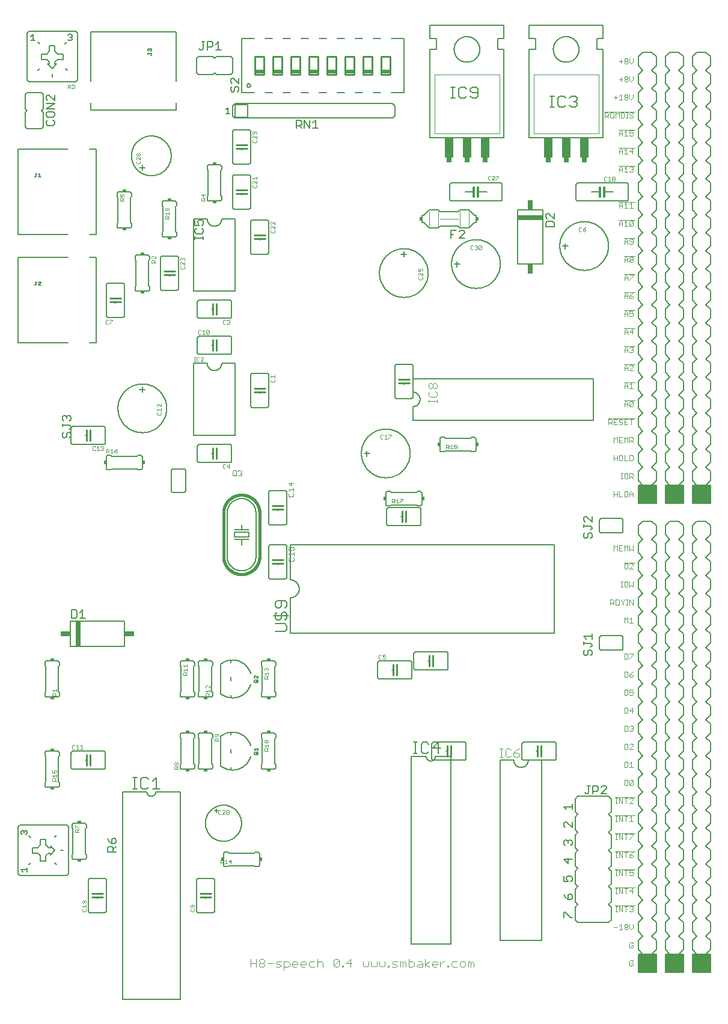
<source format=gto>
G75*
%MOIN*%
%OFA0B0*%
%FSLAX25Y25*%
%IPPOS*%
%LPD*%
%AMOC8*
5,1,8,0,0,1.08239X$1,22.5*
%
%ADD10C,0.00400*%
%ADD11C,0.00300*%
%ADD12C,0.00600*%
%ADD13C,0.01000*%
%ADD14C,0.00700*%
%ADD15C,0.00500*%
%ADD16C,0.00200*%
%ADD17R,0.02000X0.01500*%
%ADD18C,0.00800*%
%ADD19R,0.01500X0.02000*%
%ADD20C,0.01600*%
%ADD21R,0.02500X0.14000*%
%ADD22R,0.05500X0.03000*%
%ADD23R,0.01400X0.02400*%
%ADD24C,0.01200*%
%ADD25R,0.14000X0.02500*%
%ADD26R,0.03000X0.05500*%
%ADD27R,0.03000X0.02500*%
%ADD28R,0.05000X0.11000*%
D10*
X0142117Y0031500D02*
X0142117Y0036104D01*
X0142117Y0033802D02*
X0145186Y0033802D01*
X0146721Y0034569D02*
X0146721Y0035337D01*
X0147488Y0036104D01*
X0149023Y0036104D01*
X0149790Y0035337D01*
X0149790Y0034569D01*
X0149023Y0033802D01*
X0147488Y0033802D01*
X0146721Y0034569D01*
X0147488Y0033802D02*
X0146721Y0033035D01*
X0146721Y0032267D01*
X0147488Y0031500D01*
X0149023Y0031500D01*
X0149790Y0032267D01*
X0149790Y0033035D01*
X0149023Y0033802D01*
X0151325Y0033802D02*
X0154394Y0033802D01*
X0155929Y0033802D02*
X0156696Y0034569D01*
X0158998Y0034569D01*
X0160533Y0034569D02*
X0162835Y0034569D01*
X0163602Y0033802D01*
X0163602Y0032267D01*
X0162835Y0031500D01*
X0160533Y0031500D01*
X0160533Y0029965D02*
X0160533Y0034569D01*
X0158998Y0032267D02*
X0158231Y0033035D01*
X0156696Y0033035D01*
X0155929Y0033802D01*
X0155929Y0031500D02*
X0158231Y0031500D01*
X0158998Y0032267D01*
X0165137Y0032267D02*
X0165137Y0033802D01*
X0165904Y0034569D01*
X0167439Y0034569D01*
X0168206Y0033802D01*
X0168206Y0033035D01*
X0165137Y0033035D01*
X0165137Y0032267D02*
X0165904Y0031500D01*
X0167439Y0031500D01*
X0169741Y0032267D02*
X0169741Y0033802D01*
X0170508Y0034569D01*
X0172042Y0034569D01*
X0172810Y0033802D01*
X0172810Y0033035D01*
X0169741Y0033035D01*
X0169741Y0032267D02*
X0170508Y0031500D01*
X0172042Y0031500D01*
X0174344Y0032267D02*
X0174344Y0033802D01*
X0175112Y0034569D01*
X0177414Y0034569D01*
X0178948Y0033802D02*
X0179716Y0034569D01*
X0181250Y0034569D01*
X0182018Y0033802D01*
X0182018Y0031500D01*
X0178948Y0031500D02*
X0178948Y0036104D01*
X0177414Y0031500D02*
X0175112Y0031500D01*
X0174344Y0032267D01*
X0188156Y0032267D02*
X0191226Y0035337D01*
X0191226Y0032267D01*
X0190458Y0031500D01*
X0188924Y0031500D01*
X0188156Y0032267D01*
X0188156Y0035337D01*
X0188924Y0036104D01*
X0190458Y0036104D01*
X0191226Y0035337D01*
X0192760Y0032267D02*
X0193527Y0032267D01*
X0193527Y0031500D01*
X0192760Y0031500D01*
X0192760Y0032267D01*
X0195062Y0033802D02*
X0198131Y0033802D01*
X0197364Y0031500D02*
X0197364Y0036104D01*
X0195062Y0033802D01*
X0204270Y0034569D02*
X0204270Y0032267D01*
X0205037Y0031500D01*
X0205805Y0032267D01*
X0206572Y0031500D01*
X0207339Y0032267D01*
X0207339Y0034569D01*
X0208874Y0034569D02*
X0208874Y0032267D01*
X0209641Y0031500D01*
X0210409Y0032267D01*
X0211176Y0031500D01*
X0211943Y0032267D01*
X0211943Y0034569D01*
X0213478Y0034569D02*
X0213478Y0032267D01*
X0214245Y0031500D01*
X0215012Y0032267D01*
X0215780Y0031500D01*
X0216547Y0032267D01*
X0216547Y0034569D01*
X0218082Y0032267D02*
X0218849Y0032267D01*
X0218849Y0031500D01*
X0218082Y0031500D01*
X0218082Y0032267D01*
X0220384Y0031500D02*
X0222686Y0031500D01*
X0223453Y0032267D01*
X0222686Y0033035D01*
X0221151Y0033035D01*
X0220384Y0033802D01*
X0221151Y0034569D01*
X0223453Y0034569D01*
X0224988Y0034569D02*
X0225755Y0034569D01*
X0226522Y0033802D01*
X0227290Y0034569D01*
X0228057Y0033802D01*
X0228057Y0031500D01*
X0229592Y0031500D02*
X0231894Y0031500D01*
X0232661Y0032267D01*
X0232661Y0033802D01*
X0231894Y0034569D01*
X0229592Y0034569D01*
X0229592Y0036104D02*
X0229592Y0031500D01*
X0226522Y0031500D02*
X0226522Y0033802D01*
X0224988Y0034569D02*
X0224988Y0031500D01*
X0234195Y0032267D02*
X0234963Y0033035D01*
X0237265Y0033035D01*
X0237265Y0033802D02*
X0237265Y0031500D01*
X0234963Y0031500D01*
X0234195Y0032267D01*
X0234963Y0034569D02*
X0236497Y0034569D01*
X0237265Y0033802D01*
X0238799Y0033035D02*
X0241101Y0034569D01*
X0242636Y0033802D02*
X0242636Y0032267D01*
X0243403Y0031500D01*
X0244938Y0031500D01*
X0245705Y0033035D02*
X0242636Y0033035D01*
X0242636Y0033802D02*
X0243403Y0034569D01*
X0244938Y0034569D01*
X0245705Y0033802D01*
X0245705Y0033035D01*
X0247240Y0033035D02*
X0248775Y0034569D01*
X0249542Y0034569D01*
X0247240Y0034569D02*
X0247240Y0031500D01*
X0251077Y0031500D02*
X0251844Y0031500D01*
X0251844Y0032267D01*
X0251077Y0032267D01*
X0251077Y0031500D01*
X0253378Y0032267D02*
X0254146Y0031500D01*
X0256448Y0031500D01*
X0257982Y0032267D02*
X0258750Y0031500D01*
X0260284Y0031500D01*
X0261052Y0032267D01*
X0261052Y0033802D01*
X0260284Y0034569D01*
X0258750Y0034569D01*
X0257982Y0033802D01*
X0257982Y0032267D01*
X0256448Y0034569D02*
X0254146Y0034569D01*
X0253378Y0033802D01*
X0253378Y0032267D01*
X0262586Y0031500D02*
X0262586Y0034569D01*
X0263354Y0034569D01*
X0264121Y0033802D01*
X0264888Y0034569D01*
X0265656Y0033802D01*
X0265656Y0031500D01*
X0264121Y0031500D02*
X0264121Y0033802D01*
X0241101Y0031500D02*
X0238799Y0033035D01*
X0238799Y0031500D02*
X0238799Y0036104D01*
X0280191Y0148000D02*
X0281725Y0148000D01*
X0280958Y0148000D02*
X0280958Y0152604D01*
X0280191Y0152604D02*
X0281725Y0152604D01*
X0283260Y0151837D02*
X0283260Y0148767D01*
X0284027Y0148000D01*
X0285562Y0148000D01*
X0286329Y0148767D01*
X0287864Y0148767D02*
X0288631Y0148000D01*
X0290166Y0148000D01*
X0290933Y0148767D01*
X0290933Y0149535D01*
X0290166Y0150302D01*
X0287864Y0150302D01*
X0287864Y0148767D01*
X0287864Y0150302D02*
X0289398Y0151837D01*
X0290933Y0152604D01*
X0286329Y0151837D02*
X0285562Y0152604D01*
X0284027Y0152604D01*
X0283260Y0151837D01*
X0145186Y0036104D02*
X0145186Y0031500D01*
X0240687Y0344500D02*
X0240687Y0346035D01*
X0240687Y0345267D02*
X0245291Y0345267D01*
X0245291Y0344500D02*
X0245291Y0346035D01*
X0244523Y0347569D02*
X0245291Y0348337D01*
X0245291Y0349871D01*
X0244523Y0350639D01*
X0244523Y0352173D02*
X0243756Y0352173D01*
X0242989Y0352941D01*
X0242989Y0354475D01*
X0243756Y0355242D01*
X0244523Y0355242D01*
X0245291Y0354475D01*
X0245291Y0352941D01*
X0244523Y0352173D01*
X0242989Y0352941D02*
X0242221Y0352173D01*
X0241454Y0352173D01*
X0240687Y0352941D01*
X0240687Y0354475D01*
X0241454Y0355242D01*
X0242221Y0355242D01*
X0242989Y0354475D01*
X0241454Y0350639D02*
X0240687Y0349871D01*
X0240687Y0348337D01*
X0241454Y0347569D01*
X0244523Y0347569D01*
D11*
X0165841Y0299794D02*
X0162938Y0299794D01*
X0164389Y0298343D01*
X0164389Y0300278D01*
X0165841Y0297331D02*
X0165841Y0295397D01*
X0165841Y0296364D02*
X0162938Y0296364D01*
X0163906Y0295397D01*
X0163422Y0294385D02*
X0162938Y0293901D01*
X0162938Y0292934D01*
X0163422Y0292450D01*
X0165357Y0292450D01*
X0165841Y0292934D01*
X0165841Y0293901D01*
X0165357Y0294385D01*
X0165557Y0264438D02*
X0164589Y0264438D01*
X0164106Y0263955D01*
X0164106Y0263471D01*
X0164589Y0262503D01*
X0163138Y0262503D01*
X0163138Y0264438D01*
X0165557Y0264438D02*
X0166041Y0263955D01*
X0166041Y0262987D01*
X0165557Y0262503D01*
X0166041Y0261492D02*
X0166041Y0259557D01*
X0166041Y0260524D02*
X0163138Y0260524D01*
X0164106Y0259557D01*
X0163622Y0258545D02*
X0163138Y0258062D01*
X0163138Y0257094D01*
X0163622Y0256610D01*
X0165557Y0256610D01*
X0166041Y0257094D01*
X0166041Y0258062D01*
X0165557Y0258545D01*
X0136538Y0303950D02*
X0135571Y0303950D01*
X0135087Y0304434D01*
X0134076Y0304434D02*
X0133592Y0303950D01*
X0132624Y0303950D01*
X0132141Y0304434D01*
X0132141Y0306369D01*
X0132624Y0306852D01*
X0133592Y0306852D01*
X0134076Y0306369D01*
X0134076Y0304434D01*
X0134076Y0303950D02*
X0133108Y0304917D01*
X0135087Y0306369D02*
X0135571Y0306852D01*
X0136538Y0306852D01*
X0137022Y0306369D01*
X0137022Y0305885D01*
X0136538Y0305401D01*
X0137022Y0304917D01*
X0137022Y0304434D01*
X0136538Y0303950D01*
X0136538Y0305401D02*
X0136055Y0305401D01*
X0338444Y0502250D02*
X0338444Y0505152D01*
X0339895Y0505152D01*
X0340379Y0504669D01*
X0340379Y0503701D01*
X0339895Y0503217D01*
X0338444Y0503217D01*
X0339411Y0503217D02*
X0340379Y0502250D01*
X0341390Y0502734D02*
X0341874Y0502250D01*
X0342841Y0502250D01*
X0343325Y0502734D01*
X0343325Y0504669D01*
X0342841Y0505152D01*
X0341874Y0505152D01*
X0341390Y0504669D01*
X0341390Y0502734D01*
X0344337Y0502250D02*
X0344337Y0505152D01*
X0345304Y0504185D01*
X0346272Y0505152D01*
X0346272Y0502250D01*
X0347283Y0502250D02*
X0348734Y0502250D01*
X0349218Y0502734D01*
X0349218Y0504669D01*
X0348734Y0505152D01*
X0347283Y0505152D01*
X0347283Y0502250D01*
X0350230Y0502250D02*
X0351197Y0502250D01*
X0350713Y0502250D02*
X0350713Y0505152D01*
X0350230Y0505152D02*
X0351197Y0505152D01*
X0352194Y0504669D02*
X0352194Y0504185D01*
X0352678Y0503701D01*
X0353645Y0503701D01*
X0354129Y0503217D01*
X0354129Y0502734D01*
X0353645Y0502250D01*
X0352678Y0502250D01*
X0352194Y0502734D01*
X0352194Y0504669D02*
X0352678Y0505152D01*
X0353645Y0505152D01*
X0354129Y0504669D01*
X0354991Y0505750D02*
X0338294Y0505750D01*
X0344322Y0512734D02*
X0344322Y0514669D01*
X0343354Y0513701D02*
X0345289Y0513701D01*
X0346301Y0514185D02*
X0347268Y0515152D01*
X0347268Y0512250D01*
X0346301Y0512250D02*
X0348236Y0512250D01*
X0349248Y0512734D02*
X0349731Y0512250D01*
X0350699Y0512250D01*
X0351182Y0512734D01*
X0351182Y0513217D01*
X0350699Y0513701D01*
X0349731Y0513701D01*
X0349248Y0514185D01*
X0349248Y0514669D01*
X0349731Y0515152D01*
X0350699Y0515152D01*
X0351182Y0514669D01*
X0351182Y0514185D01*
X0350699Y0513701D01*
X0349731Y0513701D02*
X0349248Y0513217D01*
X0349248Y0512734D01*
X0352194Y0513217D02*
X0353162Y0512250D01*
X0354129Y0513217D01*
X0354129Y0515152D01*
X0352194Y0515152D02*
X0352194Y0513217D01*
X0353162Y0522250D02*
X0354129Y0523217D01*
X0354129Y0525152D01*
X0352194Y0525152D02*
X0352194Y0523217D01*
X0353162Y0522250D01*
X0351182Y0522734D02*
X0350699Y0522250D01*
X0349731Y0522250D01*
X0349248Y0522734D01*
X0349248Y0523217D01*
X0349731Y0523701D01*
X0350699Y0523701D01*
X0351182Y0523217D01*
X0351182Y0522734D01*
X0350699Y0523701D02*
X0351182Y0524185D01*
X0351182Y0524669D01*
X0350699Y0525152D01*
X0349731Y0525152D01*
X0349248Y0524669D01*
X0349248Y0524185D01*
X0349731Y0523701D01*
X0348236Y0523701D02*
X0346301Y0523701D01*
X0347268Y0522734D02*
X0347268Y0524669D01*
X0349731Y0532250D02*
X0349248Y0532734D01*
X0349248Y0533217D01*
X0349731Y0533701D01*
X0350699Y0533701D01*
X0351182Y0533217D01*
X0351182Y0532734D01*
X0350699Y0532250D01*
X0349731Y0532250D01*
X0349731Y0533701D02*
X0349248Y0534185D01*
X0349248Y0534669D01*
X0349731Y0535152D01*
X0350699Y0535152D01*
X0351182Y0534669D01*
X0351182Y0534185D01*
X0350699Y0533701D01*
X0352194Y0533217D02*
X0352194Y0535152D01*
X0352194Y0533217D02*
X0353162Y0532250D01*
X0354129Y0533217D01*
X0354129Y0535152D01*
X0348236Y0533701D02*
X0346301Y0533701D01*
X0347268Y0532734D02*
X0347268Y0534669D01*
X0346151Y0495750D02*
X0354991Y0495750D01*
X0354129Y0495152D02*
X0352194Y0495152D01*
X0352194Y0493701D01*
X0353162Y0494185D01*
X0353645Y0494185D01*
X0354129Y0493701D01*
X0354129Y0492734D01*
X0353645Y0492250D01*
X0352678Y0492250D01*
X0352194Y0492734D01*
X0351182Y0492250D02*
X0349248Y0492250D01*
X0350215Y0492250D02*
X0350215Y0495152D01*
X0349248Y0494185D01*
X0348236Y0494185D02*
X0348236Y0492250D01*
X0348236Y0493701D02*
X0346301Y0493701D01*
X0346301Y0494185D02*
X0347268Y0495152D01*
X0348236Y0494185D01*
X0346301Y0494185D02*
X0346301Y0492250D01*
X0346151Y0485750D02*
X0354991Y0485750D01*
X0353645Y0485152D02*
X0352194Y0483701D01*
X0354129Y0483701D01*
X0353645Y0482250D02*
X0353645Y0485152D01*
X0350215Y0485152D02*
X0350215Y0482250D01*
X0349248Y0482250D02*
X0351182Y0482250D01*
X0349248Y0484185D02*
X0350215Y0485152D01*
X0348236Y0484185D02*
X0347268Y0485152D01*
X0346301Y0484185D01*
X0346301Y0482250D01*
X0346301Y0483701D02*
X0348236Y0483701D01*
X0348236Y0484185D02*
X0348236Y0482250D01*
X0346151Y0475750D02*
X0354991Y0475750D01*
X0354129Y0474669D02*
X0354129Y0474185D01*
X0353645Y0473701D01*
X0354129Y0473217D01*
X0354129Y0472734D01*
X0353645Y0472250D01*
X0352678Y0472250D01*
X0352194Y0472734D01*
X0351182Y0472250D02*
X0349248Y0472250D01*
X0350215Y0472250D02*
X0350215Y0475152D01*
X0349248Y0474185D01*
X0348236Y0474185D02*
X0348236Y0472250D01*
X0348236Y0473701D02*
X0346301Y0473701D01*
X0346301Y0474185D02*
X0347268Y0475152D01*
X0348236Y0474185D01*
X0346301Y0474185D02*
X0346301Y0472250D01*
X0352194Y0474669D02*
X0352678Y0475152D01*
X0353645Y0475152D01*
X0354129Y0474669D01*
X0353645Y0473701D02*
X0353162Y0473701D01*
X0354991Y0455750D02*
X0346151Y0455750D01*
X0347268Y0455152D02*
X0346301Y0454185D01*
X0346301Y0452250D01*
X0346301Y0453701D02*
X0348236Y0453701D01*
X0348236Y0454185D02*
X0348236Y0452250D01*
X0349248Y0452250D02*
X0351182Y0452250D01*
X0350215Y0452250D02*
X0350215Y0455152D01*
X0349248Y0454185D01*
X0348236Y0454185D02*
X0347268Y0455152D01*
X0352194Y0454185D02*
X0353162Y0455152D01*
X0353162Y0452250D01*
X0354129Y0452250D02*
X0352194Y0452250D01*
X0354991Y0445750D02*
X0346151Y0445750D01*
X0347268Y0445152D02*
X0346301Y0444185D01*
X0346301Y0442250D01*
X0346301Y0443701D02*
X0348236Y0443701D01*
X0348236Y0444185D02*
X0348236Y0442250D01*
X0349248Y0442250D02*
X0351182Y0442250D01*
X0350215Y0442250D02*
X0350215Y0445152D01*
X0349248Y0444185D01*
X0348236Y0444185D02*
X0347268Y0445152D01*
X0352194Y0444669D02*
X0352678Y0445152D01*
X0353645Y0445152D01*
X0354129Y0444669D01*
X0352194Y0442734D01*
X0352678Y0442250D01*
X0353645Y0442250D01*
X0354129Y0442734D01*
X0354129Y0444669D01*
X0352194Y0444669D02*
X0352194Y0442734D01*
X0354991Y0435750D02*
X0349098Y0435750D01*
X0350215Y0435152D02*
X0351182Y0434185D01*
X0351182Y0432250D01*
X0352194Y0432734D02*
X0352678Y0432250D01*
X0353645Y0432250D01*
X0354129Y0432734D01*
X0354129Y0434669D01*
X0353645Y0435152D01*
X0352678Y0435152D01*
X0352194Y0434669D01*
X0352194Y0434185D01*
X0352678Y0433701D01*
X0354129Y0433701D01*
X0351182Y0433701D02*
X0349248Y0433701D01*
X0349248Y0434185D02*
X0349248Y0432250D01*
X0349248Y0434185D02*
X0350215Y0435152D01*
X0349098Y0425750D02*
X0354991Y0425750D01*
X0354129Y0424669D02*
X0354129Y0424185D01*
X0353645Y0423701D01*
X0352678Y0423701D01*
X0352194Y0424185D01*
X0352194Y0424669D01*
X0352678Y0425152D01*
X0353645Y0425152D01*
X0354129Y0424669D01*
X0353645Y0423701D02*
X0354129Y0423217D01*
X0354129Y0422734D01*
X0353645Y0422250D01*
X0352678Y0422250D01*
X0352194Y0422734D01*
X0352194Y0423217D01*
X0352678Y0423701D01*
X0351182Y0423701D02*
X0349248Y0423701D01*
X0349248Y0424185D02*
X0350215Y0425152D01*
X0351182Y0424185D01*
X0351182Y0422250D01*
X0349248Y0422250D02*
X0349248Y0424185D01*
X0349098Y0415750D02*
X0354991Y0415750D01*
X0354129Y0415152D02*
X0354129Y0414669D01*
X0352194Y0412734D01*
X0352194Y0412250D01*
X0351182Y0412250D02*
X0351182Y0414185D01*
X0350215Y0415152D01*
X0349248Y0414185D01*
X0349248Y0412250D01*
X0349248Y0413701D02*
X0351182Y0413701D01*
X0352194Y0415152D02*
X0354129Y0415152D01*
X0354991Y0405750D02*
X0349098Y0405750D01*
X0350215Y0405152D02*
X0351182Y0404185D01*
X0351182Y0402250D01*
X0352194Y0402734D02*
X0352678Y0402250D01*
X0353645Y0402250D01*
X0354129Y0402734D01*
X0354129Y0403217D01*
X0353645Y0403701D01*
X0352194Y0403701D01*
X0352194Y0402734D01*
X0352194Y0403701D02*
X0353162Y0404669D01*
X0354129Y0405152D01*
X0351182Y0403701D02*
X0349248Y0403701D01*
X0349248Y0404185D02*
X0350215Y0405152D01*
X0349248Y0404185D02*
X0349248Y0402250D01*
X0349098Y0395750D02*
X0354991Y0395750D01*
X0354129Y0395152D02*
X0352194Y0395152D01*
X0352194Y0393701D01*
X0353162Y0394185D01*
X0353645Y0394185D01*
X0354129Y0393701D01*
X0354129Y0392734D01*
X0353645Y0392250D01*
X0352678Y0392250D01*
X0352194Y0392734D01*
X0351182Y0392250D02*
X0351182Y0394185D01*
X0350215Y0395152D01*
X0349248Y0394185D01*
X0349248Y0392250D01*
X0349248Y0393701D02*
X0351182Y0393701D01*
X0349098Y0385750D02*
X0354991Y0385750D01*
X0353645Y0385152D02*
X0353645Y0382250D01*
X0354129Y0383701D02*
X0352194Y0383701D01*
X0353645Y0385152D01*
X0351182Y0384185D02*
X0351182Y0382250D01*
X0351182Y0383701D02*
X0349248Y0383701D01*
X0349248Y0384185D02*
X0350215Y0385152D01*
X0351182Y0384185D01*
X0349248Y0384185D02*
X0349248Y0382250D01*
X0349098Y0375750D02*
X0354991Y0375750D01*
X0354129Y0374669D02*
X0354129Y0374185D01*
X0353645Y0373701D01*
X0354129Y0373217D01*
X0354129Y0372734D01*
X0353645Y0372250D01*
X0352678Y0372250D01*
X0352194Y0372734D01*
X0351182Y0372250D02*
X0351182Y0374185D01*
X0350215Y0375152D01*
X0349248Y0374185D01*
X0349248Y0372250D01*
X0349248Y0373701D02*
X0351182Y0373701D01*
X0352194Y0374669D02*
X0352678Y0375152D01*
X0353645Y0375152D01*
X0354129Y0374669D01*
X0353645Y0373701D02*
X0353162Y0373701D01*
X0354991Y0365750D02*
X0349098Y0365750D01*
X0350215Y0365152D02*
X0351182Y0364185D01*
X0351182Y0362250D01*
X0352194Y0362250D02*
X0354129Y0364185D01*
X0354129Y0364669D01*
X0353645Y0365152D01*
X0352678Y0365152D01*
X0352194Y0364669D01*
X0351182Y0363701D02*
X0349248Y0363701D01*
X0349248Y0364185D02*
X0350215Y0365152D01*
X0349248Y0364185D02*
X0349248Y0362250D01*
X0352194Y0362250D02*
X0354129Y0362250D01*
X0354991Y0355750D02*
X0349098Y0355750D01*
X0350215Y0355152D02*
X0351182Y0354185D01*
X0351182Y0352250D01*
X0352194Y0352250D02*
X0354129Y0352250D01*
X0353162Y0352250D02*
X0353162Y0355152D01*
X0352194Y0354185D01*
X0351182Y0353701D02*
X0349248Y0353701D01*
X0349248Y0354185D02*
X0350215Y0355152D01*
X0349248Y0354185D02*
X0349248Y0352250D01*
X0349098Y0345750D02*
X0354991Y0345750D01*
X0354129Y0344669D02*
X0352194Y0342734D01*
X0352678Y0342250D01*
X0353645Y0342250D01*
X0354129Y0342734D01*
X0354129Y0344669D01*
X0353645Y0345152D01*
X0352678Y0345152D01*
X0352194Y0344669D01*
X0352194Y0342734D01*
X0351182Y0342250D02*
X0351182Y0344185D01*
X0350215Y0345152D01*
X0349248Y0344185D01*
X0349248Y0342250D01*
X0349248Y0343701D02*
X0351182Y0343701D01*
X0351182Y0335152D02*
X0349248Y0335152D01*
X0349248Y0332250D01*
X0351182Y0332250D01*
X0350215Y0333701D02*
X0349248Y0333701D01*
X0348236Y0333217D02*
X0348236Y0332734D01*
X0347752Y0332250D01*
X0346785Y0332250D01*
X0346301Y0332734D01*
X0346785Y0333701D02*
X0347752Y0333701D01*
X0348236Y0333217D01*
X0348236Y0334669D02*
X0347752Y0335152D01*
X0346785Y0335152D01*
X0346301Y0334669D01*
X0346301Y0334185D01*
X0346785Y0333701D01*
X0345289Y0332250D02*
X0343354Y0332250D01*
X0343354Y0335152D01*
X0345289Y0335152D01*
X0344322Y0333701D02*
X0343354Y0333701D01*
X0342343Y0333701D02*
X0341859Y0333217D01*
X0340408Y0333217D01*
X0340408Y0332250D02*
X0340408Y0335152D01*
X0341859Y0335152D01*
X0342343Y0334669D01*
X0342343Y0333701D01*
X0341375Y0333217D02*
X0342343Y0332250D01*
X0340258Y0335750D02*
X0354991Y0335750D01*
X0354129Y0335152D02*
X0352194Y0335152D01*
X0353162Y0335152D02*
X0353162Y0332250D01*
X0353645Y0325152D02*
X0354129Y0324669D01*
X0354129Y0323701D01*
X0353645Y0323217D01*
X0352194Y0323217D01*
X0352194Y0322250D02*
X0352194Y0325152D01*
X0353645Y0325152D01*
X0353162Y0323217D02*
X0354129Y0322250D01*
X0351182Y0322250D02*
X0351182Y0325152D01*
X0350215Y0324185D01*
X0349248Y0325152D01*
X0349248Y0322250D01*
X0348236Y0322250D02*
X0346301Y0322250D01*
X0346301Y0325152D01*
X0348236Y0325152D01*
X0347268Y0323701D02*
X0346301Y0323701D01*
X0345289Y0325152D02*
X0345289Y0322250D01*
X0343354Y0322250D02*
X0343354Y0325152D01*
X0344322Y0324185D01*
X0345289Y0325152D01*
X0345289Y0315152D02*
X0345289Y0312250D01*
X0346301Y0312734D02*
X0346785Y0312250D01*
X0347752Y0312250D01*
X0348236Y0312734D01*
X0348236Y0314669D01*
X0347752Y0315152D01*
X0346785Y0315152D01*
X0346301Y0314669D01*
X0346301Y0312734D01*
X0345289Y0313701D02*
X0343354Y0313701D01*
X0343354Y0312250D02*
X0343354Y0315152D01*
X0349248Y0315152D02*
X0349248Y0312250D01*
X0351182Y0312250D01*
X0352194Y0312250D02*
X0353645Y0312250D01*
X0354129Y0312734D01*
X0354129Y0314669D01*
X0353645Y0315152D01*
X0352194Y0315152D01*
X0352194Y0312250D01*
X0352194Y0305152D02*
X0353645Y0305152D01*
X0354129Y0304669D01*
X0354129Y0303701D01*
X0353645Y0303217D01*
X0352194Y0303217D01*
X0352194Y0302250D02*
X0352194Y0305152D01*
X0351182Y0304669D02*
X0350699Y0305152D01*
X0349731Y0305152D01*
X0349248Y0304669D01*
X0349248Y0302734D01*
X0349731Y0302250D01*
X0350699Y0302250D01*
X0351182Y0302734D01*
X0351182Y0304669D01*
X0353162Y0303217D02*
X0354129Y0302250D01*
X0348251Y0302250D02*
X0347283Y0302250D01*
X0347767Y0302250D02*
X0347767Y0305152D01*
X0347283Y0305152D02*
X0348251Y0305152D01*
X0349248Y0295152D02*
X0350699Y0295152D01*
X0351182Y0294669D01*
X0351182Y0292734D01*
X0350699Y0292250D01*
X0349248Y0292250D01*
X0349248Y0295152D01*
X0346301Y0295152D02*
X0346301Y0292250D01*
X0348236Y0292250D01*
X0345289Y0292250D02*
X0345289Y0295152D01*
X0345289Y0293701D02*
X0343354Y0293701D01*
X0343354Y0292250D02*
X0343354Y0295152D01*
X0352194Y0294185D02*
X0352194Y0292250D01*
X0352194Y0293701D02*
X0354129Y0293701D01*
X0354129Y0294185D02*
X0354129Y0292250D01*
X0354129Y0294185D02*
X0353162Y0295152D01*
X0352194Y0294185D01*
X0352194Y0265152D02*
X0352194Y0262250D01*
X0353162Y0263217D01*
X0354129Y0262250D01*
X0354129Y0265152D01*
X0351182Y0265152D02*
X0351182Y0262250D01*
X0349248Y0262250D02*
X0349248Y0265152D01*
X0350215Y0264185D01*
X0351182Y0265152D01*
X0348236Y0265152D02*
X0346301Y0265152D01*
X0346301Y0262250D01*
X0348236Y0262250D01*
X0347268Y0263701D02*
X0346301Y0263701D01*
X0345289Y0265152D02*
X0345289Y0262250D01*
X0343354Y0262250D02*
X0343354Y0265152D01*
X0344322Y0264185D01*
X0345289Y0265152D01*
X0349098Y0255750D02*
X0354991Y0255750D01*
X0354129Y0254669D02*
X0353645Y0255152D01*
X0352678Y0255152D01*
X0352194Y0254669D01*
X0351182Y0254669D02*
X0350699Y0255152D01*
X0349731Y0255152D01*
X0349248Y0254669D01*
X0349248Y0252734D01*
X0349731Y0252250D01*
X0350699Y0252250D01*
X0351182Y0252734D01*
X0351182Y0254669D01*
X0352194Y0252250D02*
X0354129Y0254185D01*
X0354129Y0254669D01*
X0354129Y0252250D02*
X0352194Y0252250D01*
X0352194Y0245152D02*
X0352194Y0242250D01*
X0353162Y0243217D01*
X0354129Y0242250D01*
X0354129Y0245152D01*
X0351182Y0244669D02*
X0350699Y0245152D01*
X0349731Y0245152D01*
X0349248Y0244669D01*
X0349248Y0242734D01*
X0349731Y0242250D01*
X0350699Y0242250D01*
X0351182Y0242734D01*
X0351182Y0244669D01*
X0348251Y0245152D02*
X0347283Y0245152D01*
X0347767Y0245152D02*
X0347767Y0242250D01*
X0347283Y0242250D02*
X0348251Y0242250D01*
X0349218Y0235152D02*
X0349218Y0234669D01*
X0348251Y0233701D01*
X0348251Y0232250D01*
X0348251Y0233701D02*
X0347283Y0234669D01*
X0347283Y0235152D01*
X0346272Y0234669D02*
X0345788Y0235152D01*
X0344337Y0235152D01*
X0344337Y0232250D01*
X0345788Y0232250D01*
X0346272Y0232734D01*
X0346272Y0234669D01*
X0343325Y0234669D02*
X0343325Y0233701D01*
X0342841Y0233217D01*
X0341390Y0233217D01*
X0341390Y0232250D02*
X0341390Y0235152D01*
X0342841Y0235152D01*
X0343325Y0234669D01*
X0342358Y0233217D02*
X0343325Y0232250D01*
X0350230Y0232250D02*
X0351197Y0232250D01*
X0350713Y0232250D02*
X0350713Y0235152D01*
X0350230Y0235152D02*
X0351197Y0235152D01*
X0352194Y0235152D02*
X0354129Y0232250D01*
X0354129Y0235152D01*
X0352194Y0235152D02*
X0352194Y0232250D01*
X0353162Y0225152D02*
X0353162Y0222250D01*
X0354129Y0222250D02*
X0352194Y0222250D01*
X0351182Y0222250D02*
X0351182Y0225152D01*
X0350215Y0224185D01*
X0349248Y0225152D01*
X0349248Y0222250D01*
X0352194Y0224185D02*
X0353162Y0225152D01*
X0354129Y0205152D02*
X0354129Y0204669D01*
X0352194Y0202734D01*
X0352194Y0202250D01*
X0351182Y0202734D02*
X0351182Y0204669D01*
X0350699Y0205152D01*
X0349248Y0205152D01*
X0349248Y0202250D01*
X0350699Y0202250D01*
X0351182Y0202734D01*
X0352194Y0205152D02*
X0354129Y0205152D01*
X0354129Y0195152D02*
X0353162Y0194669D01*
X0352194Y0193701D01*
X0353645Y0193701D01*
X0354129Y0193217D01*
X0354129Y0192734D01*
X0353645Y0192250D01*
X0352678Y0192250D01*
X0352194Y0192734D01*
X0352194Y0193701D01*
X0351182Y0192734D02*
X0351182Y0194669D01*
X0350699Y0195152D01*
X0349248Y0195152D01*
X0349248Y0192250D01*
X0350699Y0192250D01*
X0351182Y0192734D01*
X0350699Y0185152D02*
X0349248Y0185152D01*
X0349248Y0182250D01*
X0350699Y0182250D01*
X0351182Y0182734D01*
X0351182Y0184669D01*
X0350699Y0185152D01*
X0352194Y0185152D02*
X0352194Y0183701D01*
X0353162Y0184185D01*
X0353645Y0184185D01*
X0354129Y0183701D01*
X0354129Y0182734D01*
X0353645Y0182250D01*
X0352678Y0182250D01*
X0352194Y0182734D01*
X0352194Y0185152D02*
X0354129Y0185152D01*
X0353645Y0175152D02*
X0352194Y0173701D01*
X0354129Y0173701D01*
X0353645Y0172250D02*
X0353645Y0175152D01*
X0351182Y0174669D02*
X0350699Y0175152D01*
X0349248Y0175152D01*
X0349248Y0172250D01*
X0350699Y0172250D01*
X0351182Y0172734D01*
X0351182Y0174669D01*
X0350699Y0165152D02*
X0349248Y0165152D01*
X0349248Y0162250D01*
X0350699Y0162250D01*
X0351182Y0162734D01*
X0351182Y0164669D01*
X0350699Y0165152D01*
X0352194Y0164669D02*
X0352678Y0165152D01*
X0353645Y0165152D01*
X0354129Y0164669D01*
X0354129Y0164185D01*
X0353645Y0163701D01*
X0354129Y0163217D01*
X0354129Y0162734D01*
X0353645Y0162250D01*
X0352678Y0162250D01*
X0352194Y0162734D01*
X0353162Y0163701D02*
X0353645Y0163701D01*
X0353645Y0155152D02*
X0352678Y0155152D01*
X0352194Y0154669D01*
X0351182Y0154669D02*
X0350699Y0155152D01*
X0349248Y0155152D01*
X0349248Y0152250D01*
X0350699Y0152250D01*
X0351182Y0152734D01*
X0351182Y0154669D01*
X0353645Y0155152D02*
X0354129Y0154669D01*
X0354129Y0154185D01*
X0352194Y0152250D01*
X0354129Y0152250D01*
X0353162Y0145152D02*
X0353162Y0142250D01*
X0354129Y0142250D02*
X0352194Y0142250D01*
X0351182Y0142734D02*
X0351182Y0144669D01*
X0350699Y0145152D01*
X0349248Y0145152D01*
X0349248Y0142250D01*
X0350699Y0142250D01*
X0351182Y0142734D01*
X0352194Y0144185D02*
X0353162Y0145152D01*
X0353645Y0135152D02*
X0354129Y0134669D01*
X0352194Y0132734D01*
X0352678Y0132250D01*
X0353645Y0132250D01*
X0354129Y0132734D01*
X0354129Y0134669D01*
X0353645Y0135152D02*
X0352678Y0135152D01*
X0352194Y0134669D01*
X0352194Y0132734D01*
X0351182Y0132734D02*
X0351182Y0134669D01*
X0350699Y0135152D01*
X0349248Y0135152D01*
X0349248Y0132250D01*
X0350699Y0132250D01*
X0351182Y0132734D01*
X0351182Y0125152D02*
X0349248Y0125152D01*
X0350215Y0125152D02*
X0350215Y0122250D01*
X0348236Y0122250D02*
X0348236Y0125152D01*
X0346301Y0125152D02*
X0346301Y0122250D01*
X0345304Y0122250D02*
X0344337Y0122250D01*
X0344820Y0122250D02*
X0344820Y0125152D01*
X0344337Y0125152D02*
X0345304Y0125152D01*
X0346301Y0125152D02*
X0348236Y0122250D01*
X0352194Y0122250D02*
X0354129Y0124185D01*
X0354129Y0124669D01*
X0353645Y0125152D01*
X0352678Y0125152D01*
X0352194Y0124669D01*
X0352194Y0122250D02*
X0354129Y0122250D01*
X0354991Y0125750D02*
X0344187Y0125750D01*
X0344187Y0115750D02*
X0354991Y0115750D01*
X0353162Y0115152D02*
X0353162Y0112250D01*
X0354129Y0112250D02*
X0352194Y0112250D01*
X0352194Y0114185D02*
X0353162Y0115152D01*
X0351182Y0115152D02*
X0349248Y0115152D01*
X0350215Y0115152D02*
X0350215Y0112250D01*
X0348236Y0112250D02*
X0348236Y0115152D01*
X0346301Y0115152D02*
X0346301Y0112250D01*
X0345304Y0112250D02*
X0344337Y0112250D01*
X0344820Y0112250D02*
X0344820Y0115152D01*
X0344337Y0115152D02*
X0345304Y0115152D01*
X0346301Y0115152D02*
X0348236Y0112250D01*
X0348236Y0105152D02*
X0348236Y0102250D01*
X0346301Y0105152D01*
X0346301Y0102250D01*
X0345304Y0102250D02*
X0344337Y0102250D01*
X0344820Y0102250D02*
X0344820Y0105152D01*
X0344337Y0105152D02*
X0345304Y0105152D01*
X0344187Y0105750D02*
X0354991Y0105750D01*
X0354129Y0105152D02*
X0354129Y0104669D01*
X0352194Y0102734D01*
X0352194Y0102250D01*
X0350215Y0102250D02*
X0350215Y0105152D01*
X0349248Y0105152D02*
X0351182Y0105152D01*
X0352194Y0105152D02*
X0354129Y0105152D01*
X0354991Y0095750D02*
X0344187Y0095750D01*
X0344337Y0095152D02*
X0345304Y0095152D01*
X0344820Y0095152D02*
X0344820Y0092250D01*
X0344337Y0092250D02*
X0345304Y0092250D01*
X0346301Y0092250D02*
X0346301Y0095152D01*
X0348236Y0092250D01*
X0348236Y0095152D01*
X0349248Y0095152D02*
X0351182Y0095152D01*
X0350215Y0095152D02*
X0350215Y0092250D01*
X0352194Y0092734D02*
X0352678Y0092250D01*
X0353645Y0092250D01*
X0354129Y0092734D01*
X0354129Y0093217D01*
X0353645Y0093701D01*
X0352194Y0093701D01*
X0352194Y0092734D01*
X0352194Y0093701D02*
X0353162Y0094669D01*
X0354129Y0095152D01*
X0354991Y0085750D02*
X0344187Y0085750D01*
X0344337Y0085152D02*
X0345304Y0085152D01*
X0344820Y0085152D02*
X0344820Y0082250D01*
X0344337Y0082250D02*
X0345304Y0082250D01*
X0346301Y0082250D02*
X0346301Y0085152D01*
X0348236Y0082250D01*
X0348236Y0085152D01*
X0349248Y0085152D02*
X0351182Y0085152D01*
X0350215Y0085152D02*
X0350215Y0082250D01*
X0352194Y0082734D02*
X0352678Y0082250D01*
X0353645Y0082250D01*
X0354129Y0082734D01*
X0354129Y0083701D01*
X0353645Y0084185D01*
X0353162Y0084185D01*
X0352194Y0083701D01*
X0352194Y0085152D01*
X0354129Y0085152D01*
X0354991Y0075750D02*
X0344187Y0075750D01*
X0344337Y0075152D02*
X0345304Y0075152D01*
X0344820Y0075152D02*
X0344820Y0072250D01*
X0344337Y0072250D02*
X0345304Y0072250D01*
X0346301Y0072250D02*
X0346301Y0075152D01*
X0348236Y0072250D01*
X0348236Y0075152D01*
X0349248Y0075152D02*
X0351182Y0075152D01*
X0350215Y0075152D02*
X0350215Y0072250D01*
X0352194Y0073701D02*
X0354129Y0073701D01*
X0353645Y0072250D02*
X0353645Y0075152D01*
X0352194Y0073701D01*
X0354991Y0065750D02*
X0344187Y0065750D01*
X0344337Y0065152D02*
X0345304Y0065152D01*
X0344820Y0065152D02*
X0344820Y0062250D01*
X0344337Y0062250D02*
X0345304Y0062250D01*
X0346301Y0062250D02*
X0346301Y0065152D01*
X0348236Y0062250D01*
X0348236Y0065152D01*
X0349248Y0065152D02*
X0351182Y0065152D01*
X0350215Y0065152D02*
X0350215Y0062250D01*
X0352194Y0062734D02*
X0352678Y0062250D01*
X0353645Y0062250D01*
X0354129Y0062734D01*
X0354129Y0063217D01*
X0353645Y0063701D01*
X0353162Y0063701D01*
X0353645Y0063701D02*
X0354129Y0064185D01*
X0354129Y0064669D01*
X0353645Y0065152D01*
X0352678Y0065152D01*
X0352194Y0064669D01*
X0352194Y0055152D02*
X0352194Y0053217D01*
X0353162Y0052250D01*
X0354129Y0053217D01*
X0354129Y0055152D01*
X0351182Y0054669D02*
X0351182Y0054185D01*
X0350699Y0053701D01*
X0349731Y0053701D01*
X0349248Y0054185D01*
X0349248Y0054669D01*
X0349731Y0055152D01*
X0350699Y0055152D01*
X0351182Y0054669D01*
X0350699Y0053701D02*
X0351182Y0053217D01*
X0351182Y0052734D01*
X0350699Y0052250D01*
X0349731Y0052250D01*
X0349248Y0052734D01*
X0349248Y0053217D01*
X0349731Y0053701D01*
X0348236Y0052250D02*
X0346301Y0052250D01*
X0347268Y0052250D02*
X0347268Y0055152D01*
X0346301Y0054185D01*
X0345289Y0053701D02*
X0343354Y0053701D01*
X0352194Y0044669D02*
X0352194Y0042734D01*
X0352678Y0042250D01*
X0353645Y0042250D01*
X0354129Y0042734D01*
X0354129Y0043701D01*
X0353162Y0043701D01*
X0354129Y0044669D02*
X0353645Y0045152D01*
X0352678Y0045152D01*
X0352194Y0044669D01*
X0352678Y0035152D02*
X0352194Y0034669D01*
X0352194Y0032734D01*
X0352678Y0032250D01*
X0353645Y0032250D01*
X0354129Y0032734D01*
X0354129Y0033701D01*
X0353162Y0033701D01*
X0354129Y0034669D02*
X0353645Y0035152D01*
X0352678Y0035152D01*
D12*
X0356991Y0036300D02*
X0356991Y0031300D01*
X0359491Y0028800D01*
X0364491Y0028800D01*
X0366991Y0031300D01*
X0366991Y0036300D01*
X0364491Y0038800D01*
X0366991Y0041300D01*
X0366991Y0046300D01*
X0364491Y0048800D01*
X0366991Y0051300D01*
X0366991Y0056300D01*
X0364491Y0058800D01*
X0366991Y0061300D01*
X0366991Y0066300D01*
X0364491Y0068800D01*
X0366991Y0071300D01*
X0366991Y0076300D01*
X0364491Y0078800D01*
X0366991Y0081300D01*
X0366991Y0086300D01*
X0364491Y0088800D01*
X0366991Y0091300D01*
X0366991Y0096300D01*
X0364491Y0098800D01*
X0366991Y0101300D01*
X0366991Y0106300D01*
X0364491Y0108800D01*
X0366991Y0111300D01*
X0366991Y0116300D01*
X0364491Y0118800D01*
X0366991Y0121300D01*
X0366991Y0126300D01*
X0364491Y0128800D01*
X0366991Y0131300D01*
X0366991Y0136300D01*
X0364491Y0138800D01*
X0366991Y0141300D01*
X0366991Y0146300D01*
X0364491Y0148800D01*
X0366991Y0151300D01*
X0366991Y0156300D01*
X0364491Y0158800D01*
X0366991Y0161300D01*
X0366991Y0166300D01*
X0364491Y0168800D01*
X0366991Y0171300D01*
X0366991Y0176300D01*
X0364491Y0178800D01*
X0366991Y0181300D01*
X0366991Y0186300D01*
X0364491Y0188800D01*
X0366991Y0191300D01*
X0366991Y0196300D01*
X0364491Y0198800D01*
X0366991Y0201300D01*
X0366991Y0206300D01*
X0364491Y0208800D01*
X0366991Y0211300D01*
X0366991Y0216300D01*
X0364491Y0218800D01*
X0366991Y0221300D01*
X0366991Y0226300D01*
X0364491Y0228800D01*
X0366991Y0231300D01*
X0366991Y0236300D01*
X0364491Y0238800D01*
X0366991Y0241300D01*
X0366991Y0246300D01*
X0364491Y0248800D01*
X0366991Y0251300D01*
X0366991Y0256300D01*
X0364491Y0258800D01*
X0366991Y0261300D01*
X0366991Y0266300D01*
X0364491Y0268800D01*
X0366991Y0271300D01*
X0366991Y0276300D01*
X0364491Y0278800D01*
X0359491Y0278800D01*
X0356991Y0276300D01*
X0356991Y0271300D01*
X0359491Y0268800D01*
X0356991Y0266300D01*
X0356991Y0261300D01*
X0359491Y0258800D01*
X0356991Y0256300D01*
X0356991Y0251300D01*
X0359491Y0248800D01*
X0356991Y0246300D01*
X0356991Y0241300D01*
X0359491Y0238800D01*
X0356991Y0236300D01*
X0356991Y0231300D01*
X0359491Y0228800D01*
X0356991Y0226300D01*
X0356991Y0221300D01*
X0359491Y0218800D01*
X0356991Y0216300D01*
X0356991Y0211300D01*
X0359491Y0208800D01*
X0356991Y0206300D01*
X0356991Y0201300D01*
X0359491Y0198800D01*
X0356991Y0196300D01*
X0356991Y0191300D01*
X0359491Y0188800D01*
X0356991Y0186300D01*
X0356991Y0181300D01*
X0359491Y0178800D01*
X0356991Y0176300D01*
X0356991Y0171300D01*
X0359491Y0168800D01*
X0356991Y0166300D01*
X0356991Y0161300D01*
X0359491Y0158800D01*
X0356991Y0156300D01*
X0356991Y0151300D01*
X0359491Y0148800D01*
X0356991Y0146300D01*
X0356991Y0141300D01*
X0359491Y0138800D01*
X0356991Y0136300D01*
X0356991Y0131300D01*
X0359491Y0128800D01*
X0356991Y0126300D01*
X0356991Y0121300D01*
X0359491Y0118800D01*
X0356991Y0116300D01*
X0356991Y0111300D01*
X0359491Y0108800D01*
X0356991Y0106300D01*
X0356991Y0101300D01*
X0359491Y0098800D01*
X0356991Y0096300D01*
X0356991Y0091300D01*
X0359491Y0088800D01*
X0356991Y0086300D01*
X0356991Y0081300D01*
X0359491Y0078800D01*
X0356991Y0076300D01*
X0356991Y0071300D01*
X0359491Y0068800D01*
X0356991Y0066300D01*
X0356991Y0061300D01*
X0359491Y0058800D01*
X0356991Y0056300D01*
X0356991Y0051300D01*
X0359491Y0048800D01*
X0356991Y0046300D01*
X0356991Y0041300D01*
X0359491Y0038800D01*
X0356991Y0036300D01*
X0371991Y0036300D02*
X0371991Y0031300D01*
X0374491Y0028800D01*
X0379491Y0028800D01*
X0381991Y0031300D01*
X0381991Y0036300D01*
X0379491Y0038800D01*
X0381991Y0041300D01*
X0381991Y0046300D01*
X0379491Y0048800D01*
X0381991Y0051300D01*
X0381991Y0056300D01*
X0379491Y0058800D01*
X0381991Y0061300D01*
X0381991Y0066300D01*
X0379491Y0068800D01*
X0381991Y0071300D01*
X0381991Y0076300D01*
X0379491Y0078800D01*
X0381991Y0081300D01*
X0381991Y0086300D01*
X0379491Y0088800D01*
X0381991Y0091300D01*
X0381991Y0096300D01*
X0379491Y0098800D01*
X0381991Y0101300D01*
X0381991Y0106300D01*
X0379491Y0108800D01*
X0381991Y0111300D01*
X0381991Y0116300D01*
X0379491Y0118800D01*
X0381991Y0121300D01*
X0381991Y0126300D01*
X0379491Y0128800D01*
X0381991Y0131300D01*
X0381991Y0136300D01*
X0379491Y0138800D01*
X0381991Y0141300D01*
X0381991Y0146300D01*
X0379491Y0148800D01*
X0381991Y0151300D01*
X0381991Y0156300D01*
X0379491Y0158800D01*
X0381991Y0161300D01*
X0381991Y0166300D01*
X0379491Y0168800D01*
X0381991Y0171300D01*
X0381991Y0176300D01*
X0379491Y0178800D01*
X0381991Y0181300D01*
X0381991Y0186300D01*
X0379491Y0188800D01*
X0381991Y0191300D01*
X0381991Y0196300D01*
X0379491Y0198800D01*
X0381991Y0201300D01*
X0381991Y0206300D01*
X0379491Y0208800D01*
X0381991Y0211300D01*
X0381991Y0216300D01*
X0379491Y0218800D01*
X0381991Y0221300D01*
X0381991Y0226300D01*
X0379491Y0228800D01*
X0381991Y0231300D01*
X0381991Y0236300D01*
X0379491Y0238800D01*
X0381991Y0241300D01*
X0381991Y0246300D01*
X0379491Y0248800D01*
X0381991Y0251300D01*
X0381991Y0256300D01*
X0379491Y0258800D01*
X0381991Y0261300D01*
X0381991Y0266300D01*
X0379491Y0268800D01*
X0381991Y0271300D01*
X0381991Y0276300D01*
X0379491Y0278800D01*
X0374491Y0278800D01*
X0371991Y0276300D01*
X0371991Y0271300D01*
X0374491Y0268800D01*
X0371991Y0266300D01*
X0371991Y0261300D01*
X0374491Y0258800D01*
X0371991Y0256300D01*
X0371991Y0251300D01*
X0374491Y0248800D01*
X0371991Y0246300D01*
X0371991Y0241300D01*
X0374491Y0238800D01*
X0371991Y0236300D01*
X0371991Y0231300D01*
X0374491Y0228800D01*
X0371991Y0226300D01*
X0371991Y0221300D01*
X0374491Y0218800D01*
X0371991Y0216300D01*
X0371991Y0211300D01*
X0374491Y0208800D01*
X0371991Y0206300D01*
X0371991Y0201300D01*
X0374491Y0198800D01*
X0371991Y0196300D01*
X0371991Y0191300D01*
X0374491Y0188800D01*
X0371991Y0186300D01*
X0371991Y0181300D01*
X0374491Y0178800D01*
X0371991Y0176300D01*
X0371991Y0171300D01*
X0374491Y0168800D01*
X0371991Y0166300D01*
X0371991Y0161300D01*
X0374491Y0158800D01*
X0371991Y0156300D01*
X0371991Y0151300D01*
X0374491Y0148800D01*
X0371991Y0146300D01*
X0371991Y0141300D01*
X0374491Y0138800D01*
X0371991Y0136300D01*
X0371991Y0131300D01*
X0374491Y0128800D01*
X0371991Y0126300D01*
X0371991Y0121300D01*
X0374491Y0118800D01*
X0371991Y0116300D01*
X0371991Y0111300D01*
X0374491Y0108800D01*
X0371991Y0106300D01*
X0371991Y0101300D01*
X0374491Y0098800D01*
X0371991Y0096300D01*
X0371991Y0091300D01*
X0374491Y0088800D01*
X0371991Y0086300D01*
X0371991Y0081300D01*
X0374491Y0078800D01*
X0371991Y0076300D01*
X0371991Y0071300D01*
X0374491Y0068800D01*
X0371991Y0066300D01*
X0371991Y0061300D01*
X0374491Y0058800D01*
X0371991Y0056300D01*
X0371991Y0051300D01*
X0374491Y0048800D01*
X0371991Y0046300D01*
X0371991Y0041300D01*
X0374491Y0038800D01*
X0371991Y0036300D01*
X0386991Y0036300D02*
X0386991Y0031300D01*
X0389491Y0028800D01*
X0394491Y0028800D01*
X0396991Y0031300D01*
X0396991Y0036300D01*
X0394491Y0038800D01*
X0396991Y0041300D01*
X0396991Y0046300D01*
X0394491Y0048800D01*
X0396991Y0051300D01*
X0396991Y0056300D01*
X0394491Y0058800D01*
X0396991Y0061300D01*
X0396991Y0066300D01*
X0394491Y0068800D01*
X0396991Y0071300D01*
X0396991Y0076300D01*
X0394491Y0078800D01*
X0396991Y0081300D01*
X0396991Y0086300D01*
X0394491Y0088800D01*
X0396991Y0091300D01*
X0396991Y0096300D01*
X0394491Y0098800D01*
X0396991Y0101300D01*
X0396991Y0106300D01*
X0394491Y0108800D01*
X0396991Y0111300D01*
X0396991Y0116300D01*
X0394491Y0118800D01*
X0396991Y0121300D01*
X0396991Y0126300D01*
X0394491Y0128800D01*
X0396991Y0131300D01*
X0396991Y0136300D01*
X0394491Y0138800D01*
X0396991Y0141300D01*
X0396991Y0146300D01*
X0394491Y0148800D01*
X0396991Y0151300D01*
X0396991Y0156300D01*
X0394491Y0158800D01*
X0396991Y0161300D01*
X0396991Y0166300D01*
X0394491Y0168800D01*
X0396991Y0171300D01*
X0396991Y0176300D01*
X0394491Y0178800D01*
X0396991Y0181300D01*
X0396991Y0186300D01*
X0394491Y0188800D01*
X0396991Y0191300D01*
X0396991Y0196300D01*
X0394491Y0198800D01*
X0396991Y0201300D01*
X0396991Y0206300D01*
X0394491Y0208800D01*
X0396991Y0211300D01*
X0396991Y0216300D01*
X0394491Y0218800D01*
X0396991Y0221300D01*
X0396991Y0226300D01*
X0394491Y0228800D01*
X0396991Y0231300D01*
X0396991Y0236300D01*
X0394491Y0238800D01*
X0396991Y0241300D01*
X0396991Y0246300D01*
X0394491Y0248800D01*
X0396991Y0251300D01*
X0396991Y0256300D01*
X0394491Y0258800D01*
X0396991Y0261300D01*
X0396991Y0266300D01*
X0394491Y0268800D01*
X0396991Y0271300D01*
X0396991Y0276300D01*
X0394491Y0278800D01*
X0389491Y0278800D01*
X0386991Y0276300D01*
X0386991Y0271300D01*
X0389491Y0268800D01*
X0386991Y0266300D01*
X0386991Y0261300D01*
X0389491Y0258800D01*
X0386991Y0256300D01*
X0386991Y0251300D01*
X0389491Y0248800D01*
X0386991Y0246300D01*
X0386991Y0241300D01*
X0389491Y0238800D01*
X0386991Y0236300D01*
X0386991Y0231300D01*
X0389491Y0228800D01*
X0386991Y0226300D01*
X0386991Y0221300D01*
X0389491Y0218800D01*
X0386991Y0216300D01*
X0386991Y0211300D01*
X0389491Y0208800D01*
X0386991Y0206300D01*
X0386991Y0201300D01*
X0389491Y0198800D01*
X0386991Y0196300D01*
X0386991Y0191300D01*
X0389491Y0188800D01*
X0386991Y0186300D01*
X0386991Y0181300D01*
X0389491Y0178800D01*
X0386991Y0176300D01*
X0386991Y0171300D01*
X0389491Y0168800D01*
X0386991Y0166300D01*
X0386991Y0161300D01*
X0389491Y0158800D01*
X0386991Y0156300D01*
X0386991Y0151300D01*
X0389491Y0148800D01*
X0386991Y0146300D01*
X0386991Y0141300D01*
X0389491Y0138800D01*
X0386991Y0136300D01*
X0386991Y0131300D01*
X0389491Y0128800D01*
X0386991Y0126300D01*
X0386991Y0121300D01*
X0389491Y0118800D01*
X0386991Y0116300D01*
X0386991Y0111300D01*
X0389491Y0108800D01*
X0386991Y0106300D01*
X0386991Y0101300D01*
X0389491Y0098800D01*
X0386991Y0096300D01*
X0386991Y0091300D01*
X0389491Y0088800D01*
X0386991Y0086300D01*
X0386991Y0081300D01*
X0389491Y0078800D01*
X0386991Y0076300D01*
X0386991Y0071300D01*
X0389491Y0068800D01*
X0386991Y0066300D01*
X0386991Y0061300D01*
X0389491Y0058800D01*
X0386991Y0056300D01*
X0386991Y0051300D01*
X0389491Y0048800D01*
X0386991Y0046300D01*
X0386991Y0041300D01*
X0389491Y0038800D01*
X0386991Y0036300D01*
X0341991Y0057800D02*
X0340491Y0056300D01*
X0323491Y0056300D01*
X0321991Y0057800D01*
X0321991Y0064800D01*
X0323491Y0066300D01*
X0321991Y0067800D01*
X0321991Y0074800D01*
X0323491Y0076300D01*
X0321991Y0077800D01*
X0321991Y0084800D01*
X0323491Y0086300D01*
X0321991Y0087800D01*
X0321991Y0094800D01*
X0323491Y0096300D01*
X0321991Y0097800D01*
X0321991Y0104800D01*
X0323491Y0106300D01*
X0321991Y0107800D01*
X0321991Y0114800D01*
X0323491Y0116300D01*
X0321991Y0117800D01*
X0321991Y0124800D01*
X0323491Y0126300D01*
X0340491Y0126300D01*
X0341991Y0124800D01*
X0341991Y0117800D01*
X0340491Y0116300D01*
X0341991Y0114800D01*
X0341991Y0107800D01*
X0340491Y0106300D01*
X0341991Y0104800D01*
X0341991Y0097800D01*
X0340491Y0096300D01*
X0341991Y0094800D01*
X0341991Y0087800D01*
X0340491Y0086300D01*
X0341991Y0084800D01*
X0341991Y0077800D01*
X0340491Y0076300D01*
X0341991Y0074800D01*
X0341991Y0067800D01*
X0340491Y0066300D01*
X0341991Y0064800D01*
X0341991Y0057800D01*
X0303491Y0046300D02*
X0280491Y0046300D01*
X0280491Y0146300D01*
X0287991Y0146300D01*
X0287993Y0146174D01*
X0287999Y0146049D01*
X0288009Y0145924D01*
X0288023Y0145799D01*
X0288040Y0145674D01*
X0288062Y0145550D01*
X0288087Y0145427D01*
X0288117Y0145305D01*
X0288150Y0145184D01*
X0288187Y0145064D01*
X0288227Y0144945D01*
X0288272Y0144828D01*
X0288320Y0144711D01*
X0288372Y0144597D01*
X0288427Y0144484D01*
X0288486Y0144373D01*
X0288548Y0144264D01*
X0288614Y0144157D01*
X0288683Y0144052D01*
X0288755Y0143949D01*
X0288830Y0143848D01*
X0288909Y0143750D01*
X0288991Y0143655D01*
X0289075Y0143562D01*
X0289163Y0143472D01*
X0289253Y0143384D01*
X0289346Y0143300D01*
X0289441Y0143218D01*
X0289539Y0143139D01*
X0289640Y0143064D01*
X0289743Y0142992D01*
X0289848Y0142923D01*
X0289955Y0142857D01*
X0290064Y0142795D01*
X0290175Y0142736D01*
X0290288Y0142681D01*
X0290402Y0142629D01*
X0290519Y0142581D01*
X0290636Y0142536D01*
X0290755Y0142496D01*
X0290875Y0142459D01*
X0290996Y0142426D01*
X0291118Y0142396D01*
X0291241Y0142371D01*
X0291365Y0142349D01*
X0291490Y0142332D01*
X0291615Y0142318D01*
X0291740Y0142308D01*
X0291865Y0142302D01*
X0291991Y0142300D01*
X0292117Y0142302D01*
X0292242Y0142308D01*
X0292367Y0142318D01*
X0292492Y0142332D01*
X0292617Y0142349D01*
X0292741Y0142371D01*
X0292864Y0142396D01*
X0292986Y0142426D01*
X0293107Y0142459D01*
X0293227Y0142496D01*
X0293346Y0142536D01*
X0293463Y0142581D01*
X0293580Y0142629D01*
X0293694Y0142681D01*
X0293807Y0142736D01*
X0293918Y0142795D01*
X0294027Y0142857D01*
X0294134Y0142923D01*
X0294239Y0142992D01*
X0294342Y0143064D01*
X0294443Y0143139D01*
X0294541Y0143218D01*
X0294636Y0143300D01*
X0294729Y0143384D01*
X0294819Y0143472D01*
X0294907Y0143562D01*
X0294991Y0143655D01*
X0295073Y0143750D01*
X0295152Y0143848D01*
X0295227Y0143949D01*
X0295299Y0144052D01*
X0295368Y0144157D01*
X0295434Y0144264D01*
X0295496Y0144373D01*
X0295555Y0144484D01*
X0295610Y0144597D01*
X0295662Y0144711D01*
X0295710Y0144828D01*
X0295755Y0144945D01*
X0295795Y0145064D01*
X0295832Y0145184D01*
X0295865Y0145305D01*
X0295895Y0145427D01*
X0295920Y0145550D01*
X0295942Y0145674D01*
X0295959Y0145799D01*
X0295973Y0145924D01*
X0295983Y0146049D01*
X0295989Y0146174D01*
X0295991Y0146300D01*
X0303491Y0146300D01*
X0303491Y0046300D01*
X0252991Y0044300D02*
X0252991Y0148300D01*
X0244491Y0148300D01*
X0242491Y0147300D02*
X0242493Y0147240D01*
X0242498Y0147179D01*
X0242507Y0147120D01*
X0242520Y0147061D01*
X0242536Y0147002D01*
X0242556Y0146945D01*
X0242579Y0146890D01*
X0242606Y0146835D01*
X0242635Y0146783D01*
X0242668Y0146732D01*
X0242704Y0146683D01*
X0242742Y0146637D01*
X0242784Y0146593D01*
X0242828Y0146551D01*
X0242874Y0146513D01*
X0242923Y0146477D01*
X0242974Y0146444D01*
X0243026Y0146415D01*
X0243081Y0146388D01*
X0243136Y0146365D01*
X0243193Y0146345D01*
X0243252Y0146329D01*
X0243311Y0146316D01*
X0243370Y0146307D01*
X0243431Y0146302D01*
X0243491Y0146300D01*
X0260491Y0146300D01*
X0260551Y0146302D01*
X0260612Y0146307D01*
X0260671Y0146316D01*
X0260730Y0146329D01*
X0260789Y0146345D01*
X0260846Y0146365D01*
X0260901Y0146388D01*
X0260956Y0146415D01*
X0261008Y0146444D01*
X0261059Y0146477D01*
X0261108Y0146513D01*
X0261154Y0146551D01*
X0261198Y0146593D01*
X0261240Y0146637D01*
X0261278Y0146683D01*
X0261314Y0146732D01*
X0261347Y0146783D01*
X0261376Y0146835D01*
X0261403Y0146890D01*
X0261426Y0146945D01*
X0261446Y0147002D01*
X0261462Y0147061D01*
X0261475Y0147120D01*
X0261484Y0147179D01*
X0261489Y0147240D01*
X0261491Y0147300D01*
X0261491Y0155300D01*
X0261489Y0155360D01*
X0261484Y0155421D01*
X0261475Y0155480D01*
X0261462Y0155539D01*
X0261446Y0155598D01*
X0261426Y0155655D01*
X0261403Y0155710D01*
X0261376Y0155765D01*
X0261347Y0155817D01*
X0261314Y0155868D01*
X0261278Y0155917D01*
X0261240Y0155963D01*
X0261198Y0156007D01*
X0261154Y0156049D01*
X0261108Y0156087D01*
X0261059Y0156123D01*
X0261008Y0156156D01*
X0260956Y0156185D01*
X0260901Y0156212D01*
X0260846Y0156235D01*
X0260789Y0156255D01*
X0260730Y0156271D01*
X0260671Y0156284D01*
X0260612Y0156293D01*
X0260551Y0156298D01*
X0260491Y0156300D01*
X0243491Y0156300D01*
X0243431Y0156298D01*
X0243370Y0156293D01*
X0243311Y0156284D01*
X0243252Y0156271D01*
X0243193Y0156255D01*
X0243136Y0156235D01*
X0243081Y0156212D01*
X0243026Y0156185D01*
X0242974Y0156156D01*
X0242923Y0156123D01*
X0242874Y0156087D01*
X0242828Y0156049D01*
X0242784Y0156007D01*
X0242742Y0155963D01*
X0242704Y0155917D01*
X0242668Y0155868D01*
X0242635Y0155817D01*
X0242606Y0155765D01*
X0242579Y0155710D01*
X0242556Y0155655D01*
X0242536Y0155598D01*
X0242520Y0155539D01*
X0242507Y0155480D01*
X0242498Y0155421D01*
X0242493Y0155360D01*
X0242491Y0155300D01*
X0242491Y0147300D01*
X0244491Y0148300D02*
X0244489Y0148202D01*
X0244483Y0148104D01*
X0244474Y0148006D01*
X0244460Y0147909D01*
X0244443Y0147812D01*
X0244422Y0147716D01*
X0244397Y0147621D01*
X0244369Y0147527D01*
X0244336Y0147435D01*
X0244301Y0147343D01*
X0244261Y0147253D01*
X0244219Y0147165D01*
X0244172Y0147078D01*
X0244123Y0146994D01*
X0244070Y0146911D01*
X0244014Y0146831D01*
X0243954Y0146752D01*
X0243892Y0146676D01*
X0243827Y0146603D01*
X0243759Y0146532D01*
X0243688Y0146464D01*
X0243615Y0146399D01*
X0243539Y0146337D01*
X0243460Y0146277D01*
X0243380Y0146221D01*
X0243297Y0146168D01*
X0243213Y0146119D01*
X0243126Y0146072D01*
X0243038Y0146030D01*
X0242948Y0145990D01*
X0242856Y0145955D01*
X0242764Y0145922D01*
X0242670Y0145894D01*
X0242575Y0145869D01*
X0242479Y0145848D01*
X0242382Y0145831D01*
X0242285Y0145817D01*
X0242187Y0145808D01*
X0242089Y0145802D01*
X0241991Y0145800D01*
X0241893Y0145802D01*
X0241795Y0145808D01*
X0241697Y0145817D01*
X0241600Y0145831D01*
X0241503Y0145848D01*
X0241407Y0145869D01*
X0241312Y0145894D01*
X0241218Y0145922D01*
X0241126Y0145955D01*
X0241034Y0145990D01*
X0240944Y0146030D01*
X0240856Y0146072D01*
X0240769Y0146119D01*
X0240685Y0146168D01*
X0240602Y0146221D01*
X0240522Y0146277D01*
X0240443Y0146337D01*
X0240367Y0146399D01*
X0240294Y0146464D01*
X0240223Y0146532D01*
X0240155Y0146603D01*
X0240090Y0146676D01*
X0240028Y0146752D01*
X0239968Y0146831D01*
X0239912Y0146911D01*
X0239859Y0146994D01*
X0239810Y0147078D01*
X0239763Y0147165D01*
X0239721Y0147253D01*
X0239681Y0147343D01*
X0239646Y0147435D01*
X0239613Y0147527D01*
X0239585Y0147621D01*
X0239560Y0147716D01*
X0239539Y0147812D01*
X0239522Y0147909D01*
X0239508Y0148006D01*
X0239499Y0148104D01*
X0239493Y0148202D01*
X0239491Y0148300D01*
X0230991Y0148300D01*
X0230991Y0044300D01*
X0252991Y0044300D01*
X0293491Y0146300D02*
X0310491Y0146300D01*
X0310551Y0146302D01*
X0310612Y0146307D01*
X0310671Y0146316D01*
X0310730Y0146329D01*
X0310789Y0146345D01*
X0310846Y0146365D01*
X0310901Y0146388D01*
X0310956Y0146415D01*
X0311008Y0146444D01*
X0311059Y0146477D01*
X0311108Y0146513D01*
X0311154Y0146551D01*
X0311198Y0146593D01*
X0311240Y0146637D01*
X0311278Y0146683D01*
X0311314Y0146732D01*
X0311347Y0146783D01*
X0311376Y0146835D01*
X0311403Y0146890D01*
X0311426Y0146945D01*
X0311446Y0147002D01*
X0311462Y0147061D01*
X0311475Y0147120D01*
X0311484Y0147179D01*
X0311489Y0147240D01*
X0311491Y0147300D01*
X0311491Y0155300D01*
X0311489Y0155360D01*
X0311484Y0155421D01*
X0311475Y0155480D01*
X0311462Y0155539D01*
X0311446Y0155598D01*
X0311426Y0155655D01*
X0311403Y0155710D01*
X0311376Y0155765D01*
X0311347Y0155817D01*
X0311314Y0155868D01*
X0311278Y0155917D01*
X0311240Y0155963D01*
X0311198Y0156007D01*
X0311154Y0156049D01*
X0311108Y0156087D01*
X0311059Y0156123D01*
X0311008Y0156156D01*
X0310956Y0156185D01*
X0310901Y0156212D01*
X0310846Y0156235D01*
X0310789Y0156255D01*
X0310730Y0156271D01*
X0310671Y0156284D01*
X0310612Y0156293D01*
X0310551Y0156298D01*
X0310491Y0156300D01*
X0293491Y0156300D01*
X0293431Y0156298D01*
X0293370Y0156293D01*
X0293311Y0156284D01*
X0293252Y0156271D01*
X0293193Y0156255D01*
X0293136Y0156235D01*
X0293081Y0156212D01*
X0293026Y0156185D01*
X0292974Y0156156D01*
X0292923Y0156123D01*
X0292874Y0156087D01*
X0292828Y0156049D01*
X0292784Y0156007D01*
X0292742Y0155963D01*
X0292704Y0155917D01*
X0292668Y0155868D01*
X0292635Y0155817D01*
X0292606Y0155765D01*
X0292579Y0155710D01*
X0292556Y0155655D01*
X0292536Y0155598D01*
X0292520Y0155539D01*
X0292507Y0155480D01*
X0292498Y0155421D01*
X0292493Y0155360D01*
X0292491Y0155300D01*
X0292491Y0147300D01*
X0292493Y0147240D01*
X0292498Y0147179D01*
X0292507Y0147120D01*
X0292520Y0147061D01*
X0292536Y0147002D01*
X0292556Y0146945D01*
X0292579Y0146890D01*
X0292606Y0146835D01*
X0292635Y0146783D01*
X0292668Y0146732D01*
X0292704Y0146683D01*
X0292742Y0146637D01*
X0292784Y0146593D01*
X0292828Y0146551D01*
X0292874Y0146513D01*
X0292923Y0146477D01*
X0292974Y0146444D01*
X0293026Y0146415D01*
X0293081Y0146388D01*
X0293136Y0146365D01*
X0293193Y0146345D01*
X0293252Y0146329D01*
X0293311Y0146316D01*
X0293370Y0146307D01*
X0293431Y0146302D01*
X0293491Y0146300D01*
X0300491Y0151300D02*
X0300991Y0151300D01*
X0302991Y0151300D02*
X0303491Y0151300D01*
X0336491Y0207300D02*
X0347491Y0207300D01*
X0347551Y0207302D01*
X0347612Y0207307D01*
X0347671Y0207316D01*
X0347730Y0207329D01*
X0347789Y0207345D01*
X0347846Y0207365D01*
X0347901Y0207388D01*
X0347956Y0207415D01*
X0348008Y0207444D01*
X0348059Y0207477D01*
X0348108Y0207513D01*
X0348154Y0207551D01*
X0348198Y0207593D01*
X0348240Y0207637D01*
X0348278Y0207683D01*
X0348314Y0207732D01*
X0348347Y0207783D01*
X0348376Y0207835D01*
X0348403Y0207890D01*
X0348426Y0207945D01*
X0348446Y0208002D01*
X0348462Y0208061D01*
X0348475Y0208120D01*
X0348484Y0208179D01*
X0348489Y0208240D01*
X0348491Y0208300D01*
X0348491Y0214300D01*
X0348489Y0214360D01*
X0348484Y0214421D01*
X0348475Y0214480D01*
X0348462Y0214539D01*
X0348446Y0214598D01*
X0348426Y0214655D01*
X0348403Y0214710D01*
X0348376Y0214765D01*
X0348347Y0214817D01*
X0348314Y0214868D01*
X0348278Y0214917D01*
X0348240Y0214963D01*
X0348198Y0215007D01*
X0348154Y0215049D01*
X0348108Y0215087D01*
X0348059Y0215123D01*
X0348008Y0215156D01*
X0347956Y0215185D01*
X0347901Y0215212D01*
X0347846Y0215235D01*
X0347789Y0215255D01*
X0347730Y0215271D01*
X0347671Y0215284D01*
X0347612Y0215293D01*
X0347551Y0215298D01*
X0347491Y0215300D01*
X0336491Y0215300D01*
X0336431Y0215298D01*
X0336370Y0215293D01*
X0336311Y0215284D01*
X0336252Y0215271D01*
X0336193Y0215255D01*
X0336136Y0215235D01*
X0336081Y0215212D01*
X0336026Y0215185D01*
X0335974Y0215156D01*
X0335923Y0215123D01*
X0335874Y0215087D01*
X0335828Y0215049D01*
X0335784Y0215007D01*
X0335742Y0214963D01*
X0335704Y0214917D01*
X0335668Y0214868D01*
X0335635Y0214817D01*
X0335606Y0214765D01*
X0335579Y0214710D01*
X0335556Y0214655D01*
X0335536Y0214598D01*
X0335520Y0214539D01*
X0335507Y0214480D01*
X0335498Y0214421D01*
X0335493Y0214360D01*
X0335491Y0214300D01*
X0335491Y0208300D01*
X0335493Y0208240D01*
X0335498Y0208179D01*
X0335507Y0208120D01*
X0335520Y0208061D01*
X0335536Y0208002D01*
X0335556Y0207945D01*
X0335579Y0207890D01*
X0335606Y0207835D01*
X0335635Y0207783D01*
X0335668Y0207732D01*
X0335704Y0207683D01*
X0335742Y0207637D01*
X0335784Y0207593D01*
X0335828Y0207551D01*
X0335874Y0207513D01*
X0335923Y0207477D01*
X0335974Y0207444D01*
X0336026Y0207415D01*
X0336081Y0207388D01*
X0336136Y0207365D01*
X0336193Y0207345D01*
X0336252Y0207329D01*
X0336311Y0207316D01*
X0336370Y0207307D01*
X0336431Y0207302D01*
X0336491Y0207300D01*
X0310491Y0216800D02*
X0163991Y0216800D01*
X0163991Y0236300D01*
X0164131Y0236302D01*
X0164271Y0236308D01*
X0164411Y0236318D01*
X0164551Y0236331D01*
X0164690Y0236349D01*
X0164829Y0236371D01*
X0164966Y0236396D01*
X0165104Y0236425D01*
X0165240Y0236458D01*
X0165375Y0236495D01*
X0165509Y0236536D01*
X0165642Y0236581D01*
X0165774Y0236629D01*
X0165904Y0236681D01*
X0166033Y0236736D01*
X0166160Y0236795D01*
X0166286Y0236858D01*
X0166410Y0236924D01*
X0166531Y0236993D01*
X0166651Y0237066D01*
X0166769Y0237143D01*
X0166884Y0237222D01*
X0166998Y0237305D01*
X0167108Y0237391D01*
X0167217Y0237480D01*
X0167323Y0237572D01*
X0167426Y0237667D01*
X0167527Y0237764D01*
X0167624Y0237865D01*
X0167719Y0237968D01*
X0167811Y0238074D01*
X0167900Y0238183D01*
X0167986Y0238293D01*
X0168069Y0238407D01*
X0168148Y0238522D01*
X0168225Y0238640D01*
X0168298Y0238760D01*
X0168367Y0238881D01*
X0168433Y0239005D01*
X0168496Y0239131D01*
X0168555Y0239258D01*
X0168610Y0239387D01*
X0168662Y0239517D01*
X0168710Y0239649D01*
X0168755Y0239782D01*
X0168796Y0239916D01*
X0168833Y0240051D01*
X0168866Y0240187D01*
X0168895Y0240325D01*
X0168920Y0240462D01*
X0168942Y0240601D01*
X0168960Y0240740D01*
X0168973Y0240880D01*
X0168983Y0241020D01*
X0168989Y0241160D01*
X0168991Y0241300D01*
X0168989Y0241440D01*
X0168983Y0241580D01*
X0168973Y0241720D01*
X0168960Y0241860D01*
X0168942Y0241999D01*
X0168920Y0242138D01*
X0168895Y0242275D01*
X0168866Y0242413D01*
X0168833Y0242549D01*
X0168796Y0242684D01*
X0168755Y0242818D01*
X0168710Y0242951D01*
X0168662Y0243083D01*
X0168610Y0243213D01*
X0168555Y0243342D01*
X0168496Y0243469D01*
X0168433Y0243595D01*
X0168367Y0243719D01*
X0168298Y0243840D01*
X0168225Y0243960D01*
X0168148Y0244078D01*
X0168069Y0244193D01*
X0167986Y0244307D01*
X0167900Y0244417D01*
X0167811Y0244526D01*
X0167719Y0244632D01*
X0167624Y0244735D01*
X0167527Y0244836D01*
X0167426Y0244933D01*
X0167323Y0245028D01*
X0167217Y0245120D01*
X0167108Y0245209D01*
X0166998Y0245295D01*
X0166884Y0245378D01*
X0166769Y0245457D01*
X0166651Y0245534D01*
X0166531Y0245607D01*
X0166410Y0245676D01*
X0166286Y0245742D01*
X0166160Y0245805D01*
X0166033Y0245864D01*
X0165904Y0245919D01*
X0165774Y0245971D01*
X0165642Y0246019D01*
X0165509Y0246064D01*
X0165375Y0246105D01*
X0165240Y0246142D01*
X0165104Y0246175D01*
X0164966Y0246204D01*
X0164829Y0246229D01*
X0164690Y0246251D01*
X0164551Y0246269D01*
X0164411Y0246282D01*
X0164271Y0246292D01*
X0164131Y0246298D01*
X0163991Y0246300D01*
X0163991Y0265800D01*
X0310491Y0265800D01*
X0310491Y0216800D01*
X0336491Y0272300D02*
X0347491Y0272300D01*
X0347551Y0272302D01*
X0347612Y0272307D01*
X0347671Y0272316D01*
X0347730Y0272329D01*
X0347789Y0272345D01*
X0347846Y0272365D01*
X0347901Y0272388D01*
X0347956Y0272415D01*
X0348008Y0272444D01*
X0348059Y0272477D01*
X0348108Y0272513D01*
X0348154Y0272551D01*
X0348198Y0272593D01*
X0348240Y0272637D01*
X0348278Y0272683D01*
X0348314Y0272732D01*
X0348347Y0272783D01*
X0348376Y0272835D01*
X0348403Y0272890D01*
X0348426Y0272945D01*
X0348446Y0273002D01*
X0348462Y0273061D01*
X0348475Y0273120D01*
X0348484Y0273179D01*
X0348489Y0273240D01*
X0348491Y0273300D01*
X0348491Y0279300D01*
X0348489Y0279360D01*
X0348484Y0279421D01*
X0348475Y0279480D01*
X0348462Y0279539D01*
X0348446Y0279598D01*
X0348426Y0279655D01*
X0348403Y0279710D01*
X0348376Y0279765D01*
X0348347Y0279817D01*
X0348314Y0279868D01*
X0348278Y0279917D01*
X0348240Y0279963D01*
X0348198Y0280007D01*
X0348154Y0280049D01*
X0348108Y0280087D01*
X0348059Y0280123D01*
X0348008Y0280156D01*
X0347956Y0280185D01*
X0347901Y0280212D01*
X0347846Y0280235D01*
X0347789Y0280255D01*
X0347730Y0280271D01*
X0347671Y0280284D01*
X0347612Y0280293D01*
X0347551Y0280298D01*
X0347491Y0280300D01*
X0336491Y0280300D01*
X0336431Y0280298D01*
X0336370Y0280293D01*
X0336311Y0280284D01*
X0336252Y0280271D01*
X0336193Y0280255D01*
X0336136Y0280235D01*
X0336081Y0280212D01*
X0336026Y0280185D01*
X0335974Y0280156D01*
X0335923Y0280123D01*
X0335874Y0280087D01*
X0335828Y0280049D01*
X0335784Y0280007D01*
X0335742Y0279963D01*
X0335704Y0279917D01*
X0335668Y0279868D01*
X0335635Y0279817D01*
X0335606Y0279765D01*
X0335579Y0279710D01*
X0335556Y0279655D01*
X0335536Y0279598D01*
X0335520Y0279539D01*
X0335507Y0279480D01*
X0335498Y0279421D01*
X0335493Y0279360D01*
X0335491Y0279300D01*
X0335491Y0273300D01*
X0335493Y0273240D01*
X0335498Y0273179D01*
X0335507Y0273120D01*
X0335520Y0273061D01*
X0335536Y0273002D01*
X0335556Y0272945D01*
X0335579Y0272890D01*
X0335606Y0272835D01*
X0335635Y0272783D01*
X0335668Y0272732D01*
X0335704Y0272683D01*
X0335742Y0272637D01*
X0335784Y0272593D01*
X0335828Y0272551D01*
X0335874Y0272513D01*
X0335923Y0272477D01*
X0335974Y0272444D01*
X0336026Y0272415D01*
X0336081Y0272388D01*
X0336136Y0272365D01*
X0336193Y0272345D01*
X0336252Y0272329D01*
X0336311Y0272316D01*
X0336370Y0272307D01*
X0336431Y0272302D01*
X0336491Y0272300D01*
X0356991Y0291300D02*
X0359491Y0288800D01*
X0364491Y0288800D01*
X0366991Y0291300D01*
X0366991Y0296300D01*
X0364491Y0298800D01*
X0366991Y0301300D01*
X0366991Y0306300D01*
X0364491Y0308800D01*
X0366991Y0311300D01*
X0366991Y0316300D01*
X0364491Y0318800D01*
X0366991Y0321300D01*
X0366991Y0326300D01*
X0364491Y0328800D01*
X0366991Y0331300D01*
X0366991Y0336300D01*
X0364491Y0338800D01*
X0366991Y0341300D01*
X0366991Y0346300D01*
X0364491Y0348800D01*
X0366991Y0351300D01*
X0366991Y0356300D01*
X0364491Y0358800D01*
X0366991Y0361300D01*
X0366991Y0366300D01*
X0364491Y0368800D01*
X0366991Y0371300D01*
X0366991Y0376300D01*
X0364491Y0378800D01*
X0366991Y0381300D01*
X0366991Y0386300D01*
X0364491Y0388800D01*
X0366991Y0391300D01*
X0366991Y0396300D01*
X0364491Y0398800D01*
X0366991Y0401300D01*
X0366991Y0406300D01*
X0364491Y0408800D01*
X0366991Y0411300D01*
X0366991Y0416300D01*
X0364491Y0418800D01*
X0366991Y0421300D01*
X0366991Y0426300D01*
X0364491Y0428800D01*
X0366991Y0431300D01*
X0366991Y0436300D01*
X0364491Y0438800D01*
X0366991Y0441300D01*
X0366991Y0446300D01*
X0364491Y0448800D01*
X0366991Y0451300D01*
X0366991Y0456300D01*
X0364491Y0458800D01*
X0366991Y0461300D01*
X0366991Y0466300D01*
X0364491Y0468800D01*
X0366991Y0471300D01*
X0366991Y0476300D01*
X0364491Y0478800D01*
X0366991Y0481300D01*
X0366991Y0486300D01*
X0364491Y0488800D01*
X0366991Y0491300D01*
X0366991Y0496300D01*
X0364491Y0498800D01*
X0366991Y0501300D01*
X0366991Y0506300D01*
X0364491Y0508800D01*
X0366991Y0511300D01*
X0366991Y0516300D01*
X0364491Y0518800D01*
X0366991Y0521300D01*
X0366991Y0526300D01*
X0364491Y0528800D01*
X0366991Y0531300D01*
X0366991Y0536300D01*
X0364491Y0538800D01*
X0359491Y0538800D01*
X0356991Y0536300D01*
X0356991Y0531300D01*
X0359491Y0528800D01*
X0356991Y0526300D01*
X0356991Y0521300D01*
X0359491Y0518800D01*
X0356991Y0516300D01*
X0356991Y0511300D01*
X0359491Y0508800D01*
X0356991Y0506300D01*
X0356991Y0501300D01*
X0359491Y0498800D01*
X0356991Y0496300D01*
X0356991Y0491300D01*
X0359491Y0488800D01*
X0356991Y0486300D01*
X0356991Y0481300D01*
X0359491Y0478800D01*
X0356991Y0476300D01*
X0356991Y0471300D01*
X0359491Y0468800D01*
X0356991Y0466300D01*
X0356991Y0461300D01*
X0359491Y0458800D01*
X0356991Y0456300D01*
X0356991Y0451300D01*
X0359491Y0448800D01*
X0356991Y0446300D01*
X0356991Y0441300D01*
X0359491Y0438800D01*
X0356991Y0436300D01*
X0356991Y0431300D01*
X0359491Y0428800D01*
X0356991Y0426300D01*
X0356991Y0421300D01*
X0359491Y0418800D01*
X0356991Y0416300D01*
X0356991Y0411300D01*
X0359491Y0408800D01*
X0356991Y0406300D01*
X0356991Y0401300D01*
X0359491Y0398800D01*
X0356991Y0396300D01*
X0356991Y0391300D01*
X0359491Y0388800D01*
X0356991Y0386300D01*
X0356991Y0381300D01*
X0359491Y0378800D01*
X0356991Y0376300D01*
X0356991Y0371300D01*
X0359491Y0368800D01*
X0356991Y0366300D01*
X0356991Y0361300D01*
X0359491Y0358800D01*
X0356991Y0356300D01*
X0356991Y0351300D01*
X0359491Y0348800D01*
X0356991Y0346300D01*
X0356991Y0341300D01*
X0359491Y0338800D01*
X0356991Y0336300D01*
X0356991Y0331300D01*
X0359491Y0328800D01*
X0356991Y0326300D01*
X0356991Y0321300D01*
X0359491Y0318800D01*
X0356991Y0316300D01*
X0356991Y0311300D01*
X0359491Y0308800D01*
X0356991Y0306300D01*
X0356991Y0301300D01*
X0359491Y0298800D01*
X0356991Y0296300D01*
X0356991Y0291300D01*
X0371991Y0291300D02*
X0374491Y0288800D01*
X0379491Y0288800D01*
X0381991Y0291300D01*
X0381991Y0296300D01*
X0379491Y0298800D01*
X0381991Y0301300D01*
X0381991Y0306300D01*
X0379491Y0308800D01*
X0381991Y0311300D01*
X0381991Y0316300D01*
X0379491Y0318800D01*
X0381991Y0321300D01*
X0381991Y0326300D01*
X0379491Y0328800D01*
X0381991Y0331300D01*
X0381991Y0336300D01*
X0379491Y0338800D01*
X0381991Y0341300D01*
X0381991Y0346300D01*
X0379491Y0348800D01*
X0381991Y0351300D01*
X0381991Y0356300D01*
X0379491Y0358800D01*
X0381991Y0361300D01*
X0381991Y0366300D01*
X0379491Y0368800D01*
X0381991Y0371300D01*
X0381991Y0376300D01*
X0379491Y0378800D01*
X0381991Y0381300D01*
X0381991Y0386300D01*
X0379491Y0388800D01*
X0381991Y0391300D01*
X0381991Y0396300D01*
X0379491Y0398800D01*
X0381991Y0401300D01*
X0381991Y0406300D01*
X0379491Y0408800D01*
X0381991Y0411300D01*
X0381991Y0416300D01*
X0379491Y0418800D01*
X0381991Y0421300D01*
X0381991Y0426300D01*
X0379491Y0428800D01*
X0381991Y0431300D01*
X0381991Y0436300D01*
X0379491Y0438800D01*
X0381991Y0441300D01*
X0381991Y0446300D01*
X0379491Y0448800D01*
X0381991Y0451300D01*
X0381991Y0456300D01*
X0379491Y0458800D01*
X0381991Y0461300D01*
X0381991Y0466300D01*
X0379491Y0468800D01*
X0381991Y0471300D01*
X0381991Y0476300D01*
X0379491Y0478800D01*
X0381991Y0481300D01*
X0381991Y0486300D01*
X0379491Y0488800D01*
X0381991Y0491300D01*
X0381991Y0496300D01*
X0379491Y0498800D01*
X0381991Y0501300D01*
X0381991Y0506300D01*
X0379491Y0508800D01*
X0381991Y0511300D01*
X0381991Y0516300D01*
X0379491Y0518800D01*
X0381991Y0521300D01*
X0381991Y0526300D01*
X0379491Y0528800D01*
X0381991Y0531300D01*
X0381991Y0536300D01*
X0379491Y0538800D01*
X0374491Y0538800D01*
X0371991Y0536300D01*
X0371991Y0531300D01*
X0374491Y0528800D01*
X0371991Y0526300D01*
X0371991Y0521300D01*
X0374491Y0518800D01*
X0371991Y0516300D01*
X0371991Y0511300D01*
X0374491Y0508800D01*
X0371991Y0506300D01*
X0371991Y0501300D01*
X0374491Y0498800D01*
X0371991Y0496300D01*
X0371991Y0491300D01*
X0374491Y0488800D01*
X0371991Y0486300D01*
X0371991Y0481300D01*
X0374491Y0478800D01*
X0371991Y0476300D01*
X0371991Y0471300D01*
X0374491Y0468800D01*
X0371991Y0466300D01*
X0371991Y0461300D01*
X0374491Y0458800D01*
X0371991Y0456300D01*
X0371991Y0451300D01*
X0374491Y0448800D01*
X0371991Y0446300D01*
X0371991Y0441300D01*
X0374491Y0438800D01*
X0371991Y0436300D01*
X0371991Y0431300D01*
X0374491Y0428800D01*
X0371991Y0426300D01*
X0371991Y0421300D01*
X0374491Y0418800D01*
X0371991Y0416300D01*
X0371991Y0411300D01*
X0374491Y0408800D01*
X0371991Y0406300D01*
X0371991Y0401300D01*
X0374491Y0398800D01*
X0371991Y0396300D01*
X0371991Y0391300D01*
X0374491Y0388800D01*
X0371991Y0386300D01*
X0371991Y0381300D01*
X0374491Y0378800D01*
X0371991Y0376300D01*
X0371991Y0371300D01*
X0374491Y0368800D01*
X0371991Y0366300D01*
X0371991Y0361300D01*
X0374491Y0358800D01*
X0371991Y0356300D01*
X0371991Y0351300D01*
X0374491Y0348800D01*
X0371991Y0346300D01*
X0371991Y0341300D01*
X0374491Y0338800D01*
X0371991Y0336300D01*
X0371991Y0331300D01*
X0374491Y0328800D01*
X0371991Y0326300D01*
X0371991Y0321300D01*
X0374491Y0318800D01*
X0371991Y0316300D01*
X0371991Y0311300D01*
X0374491Y0308800D01*
X0371991Y0306300D01*
X0371991Y0301300D01*
X0374491Y0298800D01*
X0371991Y0296300D01*
X0371991Y0291300D01*
X0386991Y0291300D02*
X0389491Y0288800D01*
X0394491Y0288800D01*
X0396991Y0291300D01*
X0396991Y0296300D01*
X0394491Y0298800D01*
X0396991Y0301300D01*
X0396991Y0306300D01*
X0394491Y0308800D01*
X0396991Y0311300D01*
X0396991Y0316300D01*
X0394491Y0318800D01*
X0396991Y0321300D01*
X0396991Y0326300D01*
X0394491Y0328800D01*
X0396991Y0331300D01*
X0396991Y0336300D01*
X0394491Y0338800D01*
X0396991Y0341300D01*
X0396991Y0346300D01*
X0394491Y0348800D01*
X0396991Y0351300D01*
X0396991Y0356300D01*
X0394491Y0358800D01*
X0396991Y0361300D01*
X0396991Y0366300D01*
X0394491Y0368800D01*
X0396991Y0371300D01*
X0396991Y0376300D01*
X0394491Y0378800D01*
X0396991Y0381300D01*
X0396991Y0386300D01*
X0394491Y0388800D01*
X0396991Y0391300D01*
X0396991Y0396300D01*
X0394491Y0398800D01*
X0396991Y0401300D01*
X0396991Y0406300D01*
X0394491Y0408800D01*
X0396991Y0411300D01*
X0396991Y0416300D01*
X0394491Y0418800D01*
X0396991Y0421300D01*
X0396991Y0426300D01*
X0394491Y0428800D01*
X0396991Y0431300D01*
X0396991Y0436300D01*
X0394491Y0438800D01*
X0396991Y0441300D01*
X0396991Y0446300D01*
X0394491Y0448800D01*
X0396991Y0451300D01*
X0396991Y0456300D01*
X0394491Y0458800D01*
X0396991Y0461300D01*
X0396991Y0466300D01*
X0394491Y0468800D01*
X0396991Y0471300D01*
X0396991Y0476300D01*
X0394491Y0478800D01*
X0396991Y0481300D01*
X0396991Y0486300D01*
X0394491Y0488800D01*
X0396991Y0491300D01*
X0396991Y0496300D01*
X0394491Y0498800D01*
X0396991Y0501300D01*
X0396991Y0506300D01*
X0394491Y0508800D01*
X0396991Y0511300D01*
X0396991Y0516300D01*
X0394491Y0518800D01*
X0396991Y0521300D01*
X0396991Y0526300D01*
X0394491Y0528800D01*
X0396991Y0531300D01*
X0396991Y0536300D01*
X0394491Y0538800D01*
X0389491Y0538800D01*
X0386991Y0536300D01*
X0386991Y0531300D01*
X0389491Y0528800D01*
X0386991Y0526300D01*
X0386991Y0521300D01*
X0389491Y0518800D01*
X0386991Y0516300D01*
X0386991Y0511300D01*
X0389491Y0508800D01*
X0386991Y0506300D01*
X0386991Y0501300D01*
X0389491Y0498800D01*
X0386991Y0496300D01*
X0386991Y0491300D01*
X0389491Y0488800D01*
X0386991Y0486300D01*
X0386991Y0481300D01*
X0389491Y0478800D01*
X0386991Y0476300D01*
X0386991Y0471300D01*
X0389491Y0468800D01*
X0386991Y0466300D01*
X0386991Y0461300D01*
X0389491Y0458800D01*
X0386991Y0456300D01*
X0386991Y0451300D01*
X0389491Y0448800D01*
X0386991Y0446300D01*
X0386991Y0441300D01*
X0389491Y0438800D01*
X0386991Y0436300D01*
X0386991Y0431300D01*
X0389491Y0428800D01*
X0386991Y0426300D01*
X0386991Y0421300D01*
X0389491Y0418800D01*
X0386991Y0416300D01*
X0386991Y0411300D01*
X0389491Y0408800D01*
X0386991Y0406300D01*
X0386991Y0401300D01*
X0389491Y0398800D01*
X0386991Y0396300D01*
X0386991Y0391300D01*
X0389491Y0388800D01*
X0386991Y0386300D01*
X0386991Y0381300D01*
X0389491Y0378800D01*
X0386991Y0376300D01*
X0386991Y0371300D01*
X0389491Y0368800D01*
X0386991Y0366300D01*
X0386991Y0361300D01*
X0389491Y0358800D01*
X0386991Y0356300D01*
X0386991Y0351300D01*
X0389491Y0348800D01*
X0386991Y0346300D01*
X0386991Y0341300D01*
X0389491Y0338800D01*
X0386991Y0336300D01*
X0386991Y0331300D01*
X0389491Y0328800D01*
X0386991Y0326300D01*
X0386991Y0321300D01*
X0389491Y0318800D01*
X0386991Y0316300D01*
X0386991Y0311300D01*
X0389491Y0308800D01*
X0386991Y0306300D01*
X0386991Y0301300D01*
X0389491Y0298800D01*
X0386991Y0296300D01*
X0386991Y0291300D01*
X0331991Y0334800D02*
X0331991Y0357800D01*
X0231991Y0357800D01*
X0231991Y0350300D01*
X0231991Y0347800D02*
X0231991Y0364800D01*
X0231989Y0364860D01*
X0231984Y0364921D01*
X0231975Y0364980D01*
X0231962Y0365039D01*
X0231946Y0365098D01*
X0231926Y0365155D01*
X0231903Y0365210D01*
X0231876Y0365265D01*
X0231847Y0365317D01*
X0231814Y0365368D01*
X0231778Y0365417D01*
X0231740Y0365463D01*
X0231698Y0365507D01*
X0231654Y0365549D01*
X0231608Y0365587D01*
X0231559Y0365623D01*
X0231508Y0365656D01*
X0231456Y0365685D01*
X0231401Y0365712D01*
X0231346Y0365735D01*
X0231289Y0365755D01*
X0231230Y0365771D01*
X0231171Y0365784D01*
X0231112Y0365793D01*
X0231051Y0365798D01*
X0230991Y0365800D01*
X0222991Y0365800D01*
X0222931Y0365798D01*
X0222870Y0365793D01*
X0222811Y0365784D01*
X0222752Y0365771D01*
X0222693Y0365755D01*
X0222636Y0365735D01*
X0222581Y0365712D01*
X0222526Y0365685D01*
X0222474Y0365656D01*
X0222423Y0365623D01*
X0222374Y0365587D01*
X0222328Y0365549D01*
X0222284Y0365507D01*
X0222242Y0365463D01*
X0222204Y0365417D01*
X0222168Y0365368D01*
X0222135Y0365317D01*
X0222106Y0365265D01*
X0222079Y0365210D01*
X0222056Y0365155D01*
X0222036Y0365098D01*
X0222020Y0365039D01*
X0222007Y0364980D01*
X0221998Y0364921D01*
X0221993Y0364860D01*
X0221991Y0364800D01*
X0221991Y0347800D01*
X0221993Y0347740D01*
X0221998Y0347679D01*
X0222007Y0347620D01*
X0222020Y0347561D01*
X0222036Y0347502D01*
X0222056Y0347445D01*
X0222079Y0347390D01*
X0222106Y0347335D01*
X0222135Y0347283D01*
X0222168Y0347232D01*
X0222204Y0347183D01*
X0222242Y0347137D01*
X0222284Y0347093D01*
X0222328Y0347051D01*
X0222374Y0347013D01*
X0222423Y0346977D01*
X0222474Y0346944D01*
X0222526Y0346915D01*
X0222581Y0346888D01*
X0222636Y0346865D01*
X0222693Y0346845D01*
X0222752Y0346829D01*
X0222811Y0346816D01*
X0222870Y0346807D01*
X0222931Y0346802D01*
X0222991Y0346800D01*
X0230991Y0346800D01*
X0231051Y0346802D01*
X0231112Y0346807D01*
X0231171Y0346816D01*
X0231230Y0346829D01*
X0231289Y0346845D01*
X0231346Y0346865D01*
X0231401Y0346888D01*
X0231456Y0346915D01*
X0231508Y0346944D01*
X0231559Y0346977D01*
X0231608Y0347013D01*
X0231654Y0347051D01*
X0231698Y0347093D01*
X0231740Y0347137D01*
X0231778Y0347183D01*
X0231814Y0347232D01*
X0231847Y0347283D01*
X0231876Y0347335D01*
X0231903Y0347390D01*
X0231926Y0347445D01*
X0231946Y0347502D01*
X0231962Y0347561D01*
X0231975Y0347620D01*
X0231984Y0347679D01*
X0231989Y0347740D01*
X0231991Y0347800D01*
X0231991Y0350300D02*
X0232117Y0350298D01*
X0232242Y0350292D01*
X0232367Y0350282D01*
X0232492Y0350268D01*
X0232617Y0350251D01*
X0232741Y0350229D01*
X0232864Y0350204D01*
X0232986Y0350174D01*
X0233107Y0350141D01*
X0233227Y0350104D01*
X0233346Y0350064D01*
X0233463Y0350019D01*
X0233580Y0349971D01*
X0233694Y0349919D01*
X0233807Y0349864D01*
X0233918Y0349805D01*
X0234027Y0349743D01*
X0234134Y0349677D01*
X0234239Y0349608D01*
X0234342Y0349536D01*
X0234443Y0349461D01*
X0234541Y0349382D01*
X0234636Y0349300D01*
X0234729Y0349216D01*
X0234819Y0349128D01*
X0234907Y0349038D01*
X0234991Y0348945D01*
X0235073Y0348850D01*
X0235152Y0348752D01*
X0235227Y0348651D01*
X0235299Y0348548D01*
X0235368Y0348443D01*
X0235434Y0348336D01*
X0235496Y0348227D01*
X0235555Y0348116D01*
X0235610Y0348003D01*
X0235662Y0347889D01*
X0235710Y0347772D01*
X0235755Y0347655D01*
X0235795Y0347536D01*
X0235832Y0347416D01*
X0235865Y0347295D01*
X0235895Y0347173D01*
X0235920Y0347050D01*
X0235942Y0346926D01*
X0235959Y0346801D01*
X0235973Y0346676D01*
X0235983Y0346551D01*
X0235989Y0346426D01*
X0235991Y0346300D01*
X0235989Y0346174D01*
X0235983Y0346049D01*
X0235973Y0345924D01*
X0235959Y0345799D01*
X0235942Y0345674D01*
X0235920Y0345550D01*
X0235895Y0345427D01*
X0235865Y0345305D01*
X0235832Y0345184D01*
X0235795Y0345064D01*
X0235755Y0344945D01*
X0235710Y0344828D01*
X0235662Y0344711D01*
X0235610Y0344597D01*
X0235555Y0344484D01*
X0235496Y0344373D01*
X0235434Y0344264D01*
X0235368Y0344157D01*
X0235299Y0344052D01*
X0235227Y0343949D01*
X0235152Y0343848D01*
X0235073Y0343750D01*
X0234991Y0343655D01*
X0234907Y0343562D01*
X0234819Y0343472D01*
X0234729Y0343384D01*
X0234636Y0343300D01*
X0234541Y0343218D01*
X0234443Y0343139D01*
X0234342Y0343064D01*
X0234239Y0342992D01*
X0234134Y0342923D01*
X0234027Y0342857D01*
X0233918Y0342795D01*
X0233807Y0342736D01*
X0233694Y0342681D01*
X0233580Y0342629D01*
X0233463Y0342581D01*
X0233346Y0342536D01*
X0233227Y0342496D01*
X0233107Y0342459D01*
X0232986Y0342426D01*
X0232864Y0342396D01*
X0232741Y0342371D01*
X0232617Y0342349D01*
X0232492Y0342332D01*
X0232367Y0342318D01*
X0232242Y0342308D01*
X0232117Y0342302D01*
X0231991Y0342300D01*
X0231991Y0334800D01*
X0331991Y0334800D01*
X0303991Y0421300D02*
X0289991Y0421300D01*
X0289991Y0451300D01*
X0303991Y0451300D01*
X0303991Y0421300D01*
X0314991Y0431300D02*
X0317991Y0431300D01*
X0316491Y0429800D02*
X0316491Y0432800D01*
X0313491Y0431300D02*
X0313495Y0431631D01*
X0313507Y0431962D01*
X0313528Y0432293D01*
X0313556Y0432623D01*
X0313593Y0432953D01*
X0313637Y0433281D01*
X0313690Y0433608D01*
X0313750Y0433934D01*
X0313819Y0434258D01*
X0313896Y0434580D01*
X0313980Y0434901D01*
X0314072Y0435219D01*
X0314172Y0435535D01*
X0314280Y0435848D01*
X0314396Y0436159D01*
X0314519Y0436466D01*
X0314649Y0436771D01*
X0314787Y0437072D01*
X0314932Y0437370D01*
X0315085Y0437664D01*
X0315245Y0437954D01*
X0315412Y0438240D01*
X0315585Y0438522D01*
X0315766Y0438800D01*
X0315954Y0439073D01*
X0316148Y0439342D01*
X0316348Y0439606D01*
X0316555Y0439864D01*
X0316769Y0440118D01*
X0316988Y0440366D01*
X0317214Y0440609D01*
X0317445Y0440846D01*
X0317682Y0441077D01*
X0317925Y0441303D01*
X0318173Y0441522D01*
X0318427Y0441736D01*
X0318685Y0441943D01*
X0318949Y0442143D01*
X0319218Y0442337D01*
X0319491Y0442525D01*
X0319769Y0442706D01*
X0320051Y0442879D01*
X0320337Y0443046D01*
X0320627Y0443206D01*
X0320921Y0443359D01*
X0321219Y0443504D01*
X0321520Y0443642D01*
X0321825Y0443772D01*
X0322132Y0443895D01*
X0322443Y0444011D01*
X0322756Y0444119D01*
X0323072Y0444219D01*
X0323390Y0444311D01*
X0323711Y0444395D01*
X0324033Y0444472D01*
X0324357Y0444541D01*
X0324683Y0444601D01*
X0325010Y0444654D01*
X0325338Y0444698D01*
X0325668Y0444735D01*
X0325998Y0444763D01*
X0326329Y0444784D01*
X0326660Y0444796D01*
X0326991Y0444800D01*
X0327322Y0444796D01*
X0327653Y0444784D01*
X0327984Y0444763D01*
X0328314Y0444735D01*
X0328644Y0444698D01*
X0328972Y0444654D01*
X0329299Y0444601D01*
X0329625Y0444541D01*
X0329949Y0444472D01*
X0330271Y0444395D01*
X0330592Y0444311D01*
X0330910Y0444219D01*
X0331226Y0444119D01*
X0331539Y0444011D01*
X0331850Y0443895D01*
X0332157Y0443772D01*
X0332462Y0443642D01*
X0332763Y0443504D01*
X0333061Y0443359D01*
X0333355Y0443206D01*
X0333645Y0443046D01*
X0333931Y0442879D01*
X0334213Y0442706D01*
X0334491Y0442525D01*
X0334764Y0442337D01*
X0335033Y0442143D01*
X0335297Y0441943D01*
X0335555Y0441736D01*
X0335809Y0441522D01*
X0336057Y0441303D01*
X0336300Y0441077D01*
X0336537Y0440846D01*
X0336768Y0440609D01*
X0336994Y0440366D01*
X0337213Y0440118D01*
X0337427Y0439864D01*
X0337634Y0439606D01*
X0337834Y0439342D01*
X0338028Y0439073D01*
X0338216Y0438800D01*
X0338397Y0438522D01*
X0338570Y0438240D01*
X0338737Y0437954D01*
X0338897Y0437664D01*
X0339050Y0437370D01*
X0339195Y0437072D01*
X0339333Y0436771D01*
X0339463Y0436466D01*
X0339586Y0436159D01*
X0339702Y0435848D01*
X0339810Y0435535D01*
X0339910Y0435219D01*
X0340002Y0434901D01*
X0340086Y0434580D01*
X0340163Y0434258D01*
X0340232Y0433934D01*
X0340292Y0433608D01*
X0340345Y0433281D01*
X0340389Y0432953D01*
X0340426Y0432623D01*
X0340454Y0432293D01*
X0340475Y0431962D01*
X0340487Y0431631D01*
X0340491Y0431300D01*
X0340487Y0430969D01*
X0340475Y0430638D01*
X0340454Y0430307D01*
X0340426Y0429977D01*
X0340389Y0429647D01*
X0340345Y0429319D01*
X0340292Y0428992D01*
X0340232Y0428666D01*
X0340163Y0428342D01*
X0340086Y0428020D01*
X0340002Y0427699D01*
X0339910Y0427381D01*
X0339810Y0427065D01*
X0339702Y0426752D01*
X0339586Y0426441D01*
X0339463Y0426134D01*
X0339333Y0425829D01*
X0339195Y0425528D01*
X0339050Y0425230D01*
X0338897Y0424936D01*
X0338737Y0424646D01*
X0338570Y0424360D01*
X0338397Y0424078D01*
X0338216Y0423800D01*
X0338028Y0423527D01*
X0337834Y0423258D01*
X0337634Y0422994D01*
X0337427Y0422736D01*
X0337213Y0422482D01*
X0336994Y0422234D01*
X0336768Y0421991D01*
X0336537Y0421754D01*
X0336300Y0421523D01*
X0336057Y0421297D01*
X0335809Y0421078D01*
X0335555Y0420864D01*
X0335297Y0420657D01*
X0335033Y0420457D01*
X0334764Y0420263D01*
X0334491Y0420075D01*
X0334213Y0419894D01*
X0333931Y0419721D01*
X0333645Y0419554D01*
X0333355Y0419394D01*
X0333061Y0419241D01*
X0332763Y0419096D01*
X0332462Y0418958D01*
X0332157Y0418828D01*
X0331850Y0418705D01*
X0331539Y0418589D01*
X0331226Y0418481D01*
X0330910Y0418381D01*
X0330592Y0418289D01*
X0330271Y0418205D01*
X0329949Y0418128D01*
X0329625Y0418059D01*
X0329299Y0417999D01*
X0328972Y0417946D01*
X0328644Y0417902D01*
X0328314Y0417865D01*
X0327984Y0417837D01*
X0327653Y0417816D01*
X0327322Y0417804D01*
X0326991Y0417800D01*
X0326660Y0417804D01*
X0326329Y0417816D01*
X0325998Y0417837D01*
X0325668Y0417865D01*
X0325338Y0417902D01*
X0325010Y0417946D01*
X0324683Y0417999D01*
X0324357Y0418059D01*
X0324033Y0418128D01*
X0323711Y0418205D01*
X0323390Y0418289D01*
X0323072Y0418381D01*
X0322756Y0418481D01*
X0322443Y0418589D01*
X0322132Y0418705D01*
X0321825Y0418828D01*
X0321520Y0418958D01*
X0321219Y0419096D01*
X0320921Y0419241D01*
X0320627Y0419394D01*
X0320337Y0419554D01*
X0320051Y0419721D01*
X0319769Y0419894D01*
X0319491Y0420075D01*
X0319218Y0420263D01*
X0318949Y0420457D01*
X0318685Y0420657D01*
X0318427Y0420864D01*
X0318173Y0421078D01*
X0317925Y0421297D01*
X0317682Y0421523D01*
X0317445Y0421754D01*
X0317214Y0421991D01*
X0316988Y0422234D01*
X0316769Y0422482D01*
X0316555Y0422736D01*
X0316348Y0422994D01*
X0316148Y0423258D01*
X0315954Y0423527D01*
X0315766Y0423800D01*
X0315585Y0424078D01*
X0315412Y0424360D01*
X0315245Y0424646D01*
X0315085Y0424936D01*
X0314932Y0425230D01*
X0314787Y0425528D01*
X0314649Y0425829D01*
X0314519Y0426134D01*
X0314396Y0426441D01*
X0314280Y0426752D01*
X0314172Y0427065D01*
X0314072Y0427381D01*
X0313980Y0427699D01*
X0313896Y0428020D01*
X0313819Y0428342D01*
X0313750Y0428666D01*
X0313690Y0428992D01*
X0313637Y0429319D01*
X0313593Y0429647D01*
X0313556Y0429977D01*
X0313528Y0430307D01*
X0313507Y0430638D01*
X0313495Y0430969D01*
X0313491Y0431300D01*
X0323491Y0456300D02*
X0350491Y0456300D01*
X0350551Y0456302D01*
X0350612Y0456307D01*
X0350671Y0456316D01*
X0350730Y0456329D01*
X0350789Y0456345D01*
X0350846Y0456365D01*
X0350901Y0456388D01*
X0350956Y0456415D01*
X0351008Y0456444D01*
X0351059Y0456477D01*
X0351108Y0456513D01*
X0351154Y0456551D01*
X0351198Y0456593D01*
X0351240Y0456637D01*
X0351278Y0456683D01*
X0351314Y0456732D01*
X0351347Y0456783D01*
X0351376Y0456835D01*
X0351403Y0456890D01*
X0351426Y0456945D01*
X0351446Y0457002D01*
X0351462Y0457061D01*
X0351475Y0457120D01*
X0351484Y0457179D01*
X0351489Y0457240D01*
X0351491Y0457300D01*
X0351491Y0465300D01*
X0351489Y0465360D01*
X0351484Y0465421D01*
X0351475Y0465480D01*
X0351462Y0465539D01*
X0351446Y0465598D01*
X0351426Y0465655D01*
X0351403Y0465710D01*
X0351376Y0465765D01*
X0351347Y0465817D01*
X0351314Y0465868D01*
X0351278Y0465917D01*
X0351240Y0465963D01*
X0351198Y0466007D01*
X0351154Y0466049D01*
X0351108Y0466087D01*
X0351059Y0466123D01*
X0351008Y0466156D01*
X0350956Y0466185D01*
X0350901Y0466212D01*
X0350846Y0466235D01*
X0350789Y0466255D01*
X0350730Y0466271D01*
X0350671Y0466284D01*
X0350612Y0466293D01*
X0350551Y0466298D01*
X0350491Y0466300D01*
X0323491Y0466300D01*
X0323431Y0466298D01*
X0323370Y0466293D01*
X0323311Y0466284D01*
X0323252Y0466271D01*
X0323193Y0466255D01*
X0323136Y0466235D01*
X0323081Y0466212D01*
X0323026Y0466185D01*
X0322974Y0466156D01*
X0322923Y0466123D01*
X0322874Y0466087D01*
X0322828Y0466049D01*
X0322784Y0466007D01*
X0322742Y0465963D01*
X0322704Y0465917D01*
X0322668Y0465868D01*
X0322635Y0465817D01*
X0322606Y0465765D01*
X0322579Y0465710D01*
X0322556Y0465655D01*
X0322536Y0465598D01*
X0322520Y0465539D01*
X0322507Y0465480D01*
X0322498Y0465421D01*
X0322493Y0465360D01*
X0322491Y0465300D01*
X0322491Y0457300D01*
X0322493Y0457240D01*
X0322498Y0457179D01*
X0322507Y0457120D01*
X0322520Y0457061D01*
X0322536Y0457002D01*
X0322556Y0456945D01*
X0322579Y0456890D01*
X0322606Y0456835D01*
X0322635Y0456783D01*
X0322668Y0456732D01*
X0322704Y0456683D01*
X0322742Y0456637D01*
X0322784Y0456593D01*
X0322828Y0456551D01*
X0322874Y0456513D01*
X0322923Y0456477D01*
X0322974Y0456444D01*
X0323026Y0456415D01*
X0323081Y0456388D01*
X0323136Y0456365D01*
X0323193Y0456345D01*
X0323252Y0456329D01*
X0323311Y0456316D01*
X0323370Y0456307D01*
X0323431Y0456302D01*
X0323491Y0456300D01*
X0330991Y0461300D02*
X0335691Y0461300D01*
X0338191Y0461300D02*
X0342991Y0461300D01*
X0337491Y0491300D02*
X0337491Y0540300D01*
X0333991Y0540300D01*
X0333991Y0546300D01*
X0337491Y0546300D01*
X0337491Y0553800D01*
X0296491Y0553800D01*
X0296491Y0546300D01*
X0299991Y0546300D01*
X0299991Y0540300D01*
X0296491Y0540300D01*
X0296491Y0491300D01*
X0337491Y0491300D01*
X0309891Y0540300D02*
X0309893Y0540474D01*
X0309900Y0540648D01*
X0309910Y0540822D01*
X0309925Y0540996D01*
X0309944Y0541169D01*
X0309968Y0541342D01*
X0309996Y0541514D01*
X0310027Y0541685D01*
X0310064Y0541856D01*
X0310104Y0542025D01*
X0310148Y0542194D01*
X0310197Y0542361D01*
X0310249Y0542527D01*
X0310306Y0542692D01*
X0310367Y0542855D01*
X0310431Y0543017D01*
X0310500Y0543177D01*
X0310573Y0543336D01*
X0310649Y0543492D01*
X0310729Y0543647D01*
X0310813Y0543800D01*
X0310901Y0543950D01*
X0310993Y0544098D01*
X0311088Y0544245D01*
X0311186Y0544388D01*
X0311288Y0544529D01*
X0311394Y0544668D01*
X0311503Y0544804D01*
X0311615Y0544938D01*
X0311730Y0545068D01*
X0311849Y0545196D01*
X0311971Y0545320D01*
X0312095Y0545442D01*
X0312223Y0545561D01*
X0312353Y0545676D01*
X0312487Y0545788D01*
X0312623Y0545897D01*
X0312762Y0546003D01*
X0312903Y0546105D01*
X0313046Y0546203D01*
X0313193Y0546298D01*
X0313341Y0546390D01*
X0313491Y0546478D01*
X0313644Y0546562D01*
X0313799Y0546642D01*
X0313955Y0546718D01*
X0314114Y0546791D01*
X0314274Y0546860D01*
X0314436Y0546924D01*
X0314599Y0546985D01*
X0314764Y0547042D01*
X0314930Y0547094D01*
X0315097Y0547143D01*
X0315266Y0547187D01*
X0315435Y0547227D01*
X0315606Y0547264D01*
X0315777Y0547295D01*
X0315949Y0547323D01*
X0316122Y0547347D01*
X0316295Y0547366D01*
X0316469Y0547381D01*
X0316643Y0547391D01*
X0316817Y0547398D01*
X0316991Y0547400D01*
X0317165Y0547398D01*
X0317339Y0547391D01*
X0317513Y0547381D01*
X0317687Y0547366D01*
X0317860Y0547347D01*
X0318033Y0547323D01*
X0318205Y0547295D01*
X0318376Y0547264D01*
X0318547Y0547227D01*
X0318716Y0547187D01*
X0318885Y0547143D01*
X0319052Y0547094D01*
X0319218Y0547042D01*
X0319383Y0546985D01*
X0319546Y0546924D01*
X0319708Y0546860D01*
X0319868Y0546791D01*
X0320027Y0546718D01*
X0320183Y0546642D01*
X0320338Y0546562D01*
X0320491Y0546478D01*
X0320641Y0546390D01*
X0320789Y0546298D01*
X0320936Y0546203D01*
X0321079Y0546105D01*
X0321220Y0546003D01*
X0321359Y0545897D01*
X0321495Y0545788D01*
X0321629Y0545676D01*
X0321759Y0545561D01*
X0321887Y0545442D01*
X0322011Y0545320D01*
X0322133Y0545196D01*
X0322252Y0545068D01*
X0322367Y0544938D01*
X0322479Y0544804D01*
X0322588Y0544668D01*
X0322694Y0544529D01*
X0322796Y0544388D01*
X0322894Y0544245D01*
X0322989Y0544098D01*
X0323081Y0543950D01*
X0323169Y0543800D01*
X0323253Y0543647D01*
X0323333Y0543492D01*
X0323409Y0543336D01*
X0323482Y0543177D01*
X0323551Y0543017D01*
X0323615Y0542855D01*
X0323676Y0542692D01*
X0323733Y0542527D01*
X0323785Y0542361D01*
X0323834Y0542194D01*
X0323878Y0542025D01*
X0323918Y0541856D01*
X0323955Y0541685D01*
X0323986Y0541514D01*
X0324014Y0541342D01*
X0324038Y0541169D01*
X0324057Y0540996D01*
X0324072Y0540822D01*
X0324082Y0540648D01*
X0324089Y0540474D01*
X0324091Y0540300D01*
X0324089Y0540126D01*
X0324082Y0539952D01*
X0324072Y0539778D01*
X0324057Y0539604D01*
X0324038Y0539431D01*
X0324014Y0539258D01*
X0323986Y0539086D01*
X0323955Y0538915D01*
X0323918Y0538744D01*
X0323878Y0538575D01*
X0323834Y0538406D01*
X0323785Y0538239D01*
X0323733Y0538073D01*
X0323676Y0537908D01*
X0323615Y0537745D01*
X0323551Y0537583D01*
X0323482Y0537423D01*
X0323409Y0537264D01*
X0323333Y0537108D01*
X0323253Y0536953D01*
X0323169Y0536800D01*
X0323081Y0536650D01*
X0322989Y0536502D01*
X0322894Y0536355D01*
X0322796Y0536212D01*
X0322694Y0536071D01*
X0322588Y0535932D01*
X0322479Y0535796D01*
X0322367Y0535662D01*
X0322252Y0535532D01*
X0322133Y0535404D01*
X0322011Y0535280D01*
X0321887Y0535158D01*
X0321759Y0535039D01*
X0321629Y0534924D01*
X0321495Y0534812D01*
X0321359Y0534703D01*
X0321220Y0534597D01*
X0321079Y0534495D01*
X0320936Y0534397D01*
X0320789Y0534302D01*
X0320641Y0534210D01*
X0320491Y0534122D01*
X0320338Y0534038D01*
X0320183Y0533958D01*
X0320027Y0533882D01*
X0319868Y0533809D01*
X0319708Y0533740D01*
X0319546Y0533676D01*
X0319383Y0533615D01*
X0319218Y0533558D01*
X0319052Y0533506D01*
X0318885Y0533457D01*
X0318716Y0533413D01*
X0318547Y0533373D01*
X0318376Y0533336D01*
X0318205Y0533305D01*
X0318033Y0533277D01*
X0317860Y0533253D01*
X0317687Y0533234D01*
X0317513Y0533219D01*
X0317339Y0533209D01*
X0317165Y0533202D01*
X0316991Y0533200D01*
X0316817Y0533202D01*
X0316643Y0533209D01*
X0316469Y0533219D01*
X0316295Y0533234D01*
X0316122Y0533253D01*
X0315949Y0533277D01*
X0315777Y0533305D01*
X0315606Y0533336D01*
X0315435Y0533373D01*
X0315266Y0533413D01*
X0315097Y0533457D01*
X0314930Y0533506D01*
X0314764Y0533558D01*
X0314599Y0533615D01*
X0314436Y0533676D01*
X0314274Y0533740D01*
X0314114Y0533809D01*
X0313955Y0533882D01*
X0313799Y0533958D01*
X0313644Y0534038D01*
X0313491Y0534122D01*
X0313341Y0534210D01*
X0313193Y0534302D01*
X0313046Y0534397D01*
X0312903Y0534495D01*
X0312762Y0534597D01*
X0312623Y0534703D01*
X0312487Y0534812D01*
X0312353Y0534924D01*
X0312223Y0535039D01*
X0312095Y0535158D01*
X0311971Y0535280D01*
X0311849Y0535404D01*
X0311730Y0535532D01*
X0311615Y0535662D01*
X0311503Y0535796D01*
X0311394Y0535932D01*
X0311288Y0536071D01*
X0311186Y0536212D01*
X0311088Y0536355D01*
X0310993Y0536502D01*
X0310901Y0536650D01*
X0310813Y0536800D01*
X0310729Y0536953D01*
X0310649Y0537108D01*
X0310573Y0537264D01*
X0310500Y0537423D01*
X0310431Y0537583D01*
X0310367Y0537745D01*
X0310306Y0537908D01*
X0310249Y0538073D01*
X0310197Y0538239D01*
X0310148Y0538406D01*
X0310104Y0538575D01*
X0310064Y0538744D01*
X0310027Y0538915D01*
X0309996Y0539086D01*
X0309968Y0539258D01*
X0309944Y0539431D01*
X0309925Y0539604D01*
X0309910Y0539778D01*
X0309900Y0539952D01*
X0309893Y0540126D01*
X0309891Y0540300D01*
X0282491Y0540300D02*
X0278991Y0540300D01*
X0278991Y0546300D01*
X0282491Y0546300D01*
X0282491Y0553800D01*
X0241491Y0553800D01*
X0241491Y0546300D01*
X0244991Y0546300D01*
X0244991Y0540300D01*
X0241491Y0540300D01*
X0241491Y0491300D01*
X0282491Y0491300D01*
X0282491Y0540300D01*
X0254891Y0540300D02*
X0254893Y0540474D01*
X0254900Y0540648D01*
X0254910Y0540822D01*
X0254925Y0540996D01*
X0254944Y0541169D01*
X0254968Y0541342D01*
X0254996Y0541514D01*
X0255027Y0541685D01*
X0255064Y0541856D01*
X0255104Y0542025D01*
X0255148Y0542194D01*
X0255197Y0542361D01*
X0255249Y0542527D01*
X0255306Y0542692D01*
X0255367Y0542855D01*
X0255431Y0543017D01*
X0255500Y0543177D01*
X0255573Y0543336D01*
X0255649Y0543492D01*
X0255729Y0543647D01*
X0255813Y0543800D01*
X0255901Y0543950D01*
X0255993Y0544098D01*
X0256088Y0544245D01*
X0256186Y0544388D01*
X0256288Y0544529D01*
X0256394Y0544668D01*
X0256503Y0544804D01*
X0256615Y0544938D01*
X0256730Y0545068D01*
X0256849Y0545196D01*
X0256971Y0545320D01*
X0257095Y0545442D01*
X0257223Y0545561D01*
X0257353Y0545676D01*
X0257487Y0545788D01*
X0257623Y0545897D01*
X0257762Y0546003D01*
X0257903Y0546105D01*
X0258046Y0546203D01*
X0258193Y0546298D01*
X0258341Y0546390D01*
X0258491Y0546478D01*
X0258644Y0546562D01*
X0258799Y0546642D01*
X0258955Y0546718D01*
X0259114Y0546791D01*
X0259274Y0546860D01*
X0259436Y0546924D01*
X0259599Y0546985D01*
X0259764Y0547042D01*
X0259930Y0547094D01*
X0260097Y0547143D01*
X0260266Y0547187D01*
X0260435Y0547227D01*
X0260606Y0547264D01*
X0260777Y0547295D01*
X0260949Y0547323D01*
X0261122Y0547347D01*
X0261295Y0547366D01*
X0261469Y0547381D01*
X0261643Y0547391D01*
X0261817Y0547398D01*
X0261991Y0547400D01*
X0262165Y0547398D01*
X0262339Y0547391D01*
X0262513Y0547381D01*
X0262687Y0547366D01*
X0262860Y0547347D01*
X0263033Y0547323D01*
X0263205Y0547295D01*
X0263376Y0547264D01*
X0263547Y0547227D01*
X0263716Y0547187D01*
X0263885Y0547143D01*
X0264052Y0547094D01*
X0264218Y0547042D01*
X0264383Y0546985D01*
X0264546Y0546924D01*
X0264708Y0546860D01*
X0264868Y0546791D01*
X0265027Y0546718D01*
X0265183Y0546642D01*
X0265338Y0546562D01*
X0265491Y0546478D01*
X0265641Y0546390D01*
X0265789Y0546298D01*
X0265936Y0546203D01*
X0266079Y0546105D01*
X0266220Y0546003D01*
X0266359Y0545897D01*
X0266495Y0545788D01*
X0266629Y0545676D01*
X0266759Y0545561D01*
X0266887Y0545442D01*
X0267011Y0545320D01*
X0267133Y0545196D01*
X0267252Y0545068D01*
X0267367Y0544938D01*
X0267479Y0544804D01*
X0267588Y0544668D01*
X0267694Y0544529D01*
X0267796Y0544388D01*
X0267894Y0544245D01*
X0267989Y0544098D01*
X0268081Y0543950D01*
X0268169Y0543800D01*
X0268253Y0543647D01*
X0268333Y0543492D01*
X0268409Y0543336D01*
X0268482Y0543177D01*
X0268551Y0543017D01*
X0268615Y0542855D01*
X0268676Y0542692D01*
X0268733Y0542527D01*
X0268785Y0542361D01*
X0268834Y0542194D01*
X0268878Y0542025D01*
X0268918Y0541856D01*
X0268955Y0541685D01*
X0268986Y0541514D01*
X0269014Y0541342D01*
X0269038Y0541169D01*
X0269057Y0540996D01*
X0269072Y0540822D01*
X0269082Y0540648D01*
X0269089Y0540474D01*
X0269091Y0540300D01*
X0269089Y0540126D01*
X0269082Y0539952D01*
X0269072Y0539778D01*
X0269057Y0539604D01*
X0269038Y0539431D01*
X0269014Y0539258D01*
X0268986Y0539086D01*
X0268955Y0538915D01*
X0268918Y0538744D01*
X0268878Y0538575D01*
X0268834Y0538406D01*
X0268785Y0538239D01*
X0268733Y0538073D01*
X0268676Y0537908D01*
X0268615Y0537745D01*
X0268551Y0537583D01*
X0268482Y0537423D01*
X0268409Y0537264D01*
X0268333Y0537108D01*
X0268253Y0536953D01*
X0268169Y0536800D01*
X0268081Y0536650D01*
X0267989Y0536502D01*
X0267894Y0536355D01*
X0267796Y0536212D01*
X0267694Y0536071D01*
X0267588Y0535932D01*
X0267479Y0535796D01*
X0267367Y0535662D01*
X0267252Y0535532D01*
X0267133Y0535404D01*
X0267011Y0535280D01*
X0266887Y0535158D01*
X0266759Y0535039D01*
X0266629Y0534924D01*
X0266495Y0534812D01*
X0266359Y0534703D01*
X0266220Y0534597D01*
X0266079Y0534495D01*
X0265936Y0534397D01*
X0265789Y0534302D01*
X0265641Y0534210D01*
X0265491Y0534122D01*
X0265338Y0534038D01*
X0265183Y0533958D01*
X0265027Y0533882D01*
X0264868Y0533809D01*
X0264708Y0533740D01*
X0264546Y0533676D01*
X0264383Y0533615D01*
X0264218Y0533558D01*
X0264052Y0533506D01*
X0263885Y0533457D01*
X0263716Y0533413D01*
X0263547Y0533373D01*
X0263376Y0533336D01*
X0263205Y0533305D01*
X0263033Y0533277D01*
X0262860Y0533253D01*
X0262687Y0533234D01*
X0262513Y0533219D01*
X0262339Y0533209D01*
X0262165Y0533202D01*
X0261991Y0533200D01*
X0261817Y0533202D01*
X0261643Y0533209D01*
X0261469Y0533219D01*
X0261295Y0533234D01*
X0261122Y0533253D01*
X0260949Y0533277D01*
X0260777Y0533305D01*
X0260606Y0533336D01*
X0260435Y0533373D01*
X0260266Y0533413D01*
X0260097Y0533457D01*
X0259930Y0533506D01*
X0259764Y0533558D01*
X0259599Y0533615D01*
X0259436Y0533676D01*
X0259274Y0533740D01*
X0259114Y0533809D01*
X0258955Y0533882D01*
X0258799Y0533958D01*
X0258644Y0534038D01*
X0258491Y0534122D01*
X0258341Y0534210D01*
X0258193Y0534302D01*
X0258046Y0534397D01*
X0257903Y0534495D01*
X0257762Y0534597D01*
X0257623Y0534703D01*
X0257487Y0534812D01*
X0257353Y0534924D01*
X0257223Y0535039D01*
X0257095Y0535158D01*
X0256971Y0535280D01*
X0256849Y0535404D01*
X0256730Y0535532D01*
X0256615Y0535662D01*
X0256503Y0535796D01*
X0256394Y0535932D01*
X0256288Y0536071D01*
X0256186Y0536212D01*
X0256088Y0536355D01*
X0255993Y0536502D01*
X0255901Y0536650D01*
X0255813Y0536800D01*
X0255729Y0536953D01*
X0255649Y0537108D01*
X0255573Y0537264D01*
X0255500Y0537423D01*
X0255431Y0537583D01*
X0255367Y0537745D01*
X0255306Y0537908D01*
X0255249Y0538073D01*
X0255197Y0538239D01*
X0255148Y0538406D01*
X0255104Y0538575D01*
X0255064Y0538744D01*
X0255027Y0538915D01*
X0254996Y0539086D01*
X0254968Y0539258D01*
X0254944Y0539431D01*
X0254925Y0539604D01*
X0254910Y0539778D01*
X0254900Y0539952D01*
X0254893Y0540126D01*
X0254891Y0540300D01*
X0226991Y0546300D02*
X0226991Y0516300D01*
X0219991Y0516300D01*
X0219991Y0510300D02*
X0133991Y0510300D01*
X0133491Y0509800D02*
X0140491Y0509800D01*
X0140491Y0502800D01*
X0133491Y0502800D01*
X0133491Y0509800D01*
X0133991Y0510300D02*
X0133904Y0510298D01*
X0133817Y0510292D01*
X0133730Y0510283D01*
X0133644Y0510270D01*
X0133558Y0510253D01*
X0133473Y0510232D01*
X0133390Y0510207D01*
X0133307Y0510179D01*
X0133226Y0510148D01*
X0133146Y0510113D01*
X0133068Y0510074D01*
X0132991Y0510032D01*
X0132916Y0509987D01*
X0132844Y0509938D01*
X0132773Y0509887D01*
X0132705Y0509832D01*
X0132640Y0509775D01*
X0132577Y0509714D01*
X0132516Y0509651D01*
X0132459Y0509586D01*
X0132404Y0509518D01*
X0132353Y0509447D01*
X0132304Y0509375D01*
X0132259Y0509300D01*
X0132217Y0509223D01*
X0132178Y0509145D01*
X0132143Y0509065D01*
X0132112Y0508984D01*
X0132084Y0508901D01*
X0132059Y0508818D01*
X0132038Y0508733D01*
X0132021Y0508647D01*
X0132008Y0508561D01*
X0131999Y0508474D01*
X0131993Y0508387D01*
X0131991Y0508300D01*
X0131991Y0504300D01*
X0131993Y0504213D01*
X0131999Y0504126D01*
X0132008Y0504039D01*
X0132021Y0503953D01*
X0132038Y0503867D01*
X0132059Y0503782D01*
X0132084Y0503699D01*
X0132112Y0503616D01*
X0132143Y0503535D01*
X0132178Y0503455D01*
X0132217Y0503377D01*
X0132259Y0503300D01*
X0132304Y0503225D01*
X0132353Y0503153D01*
X0132404Y0503082D01*
X0132459Y0503014D01*
X0132516Y0502949D01*
X0132577Y0502886D01*
X0132640Y0502825D01*
X0132705Y0502768D01*
X0132773Y0502713D01*
X0132844Y0502662D01*
X0132916Y0502613D01*
X0132991Y0502568D01*
X0133068Y0502526D01*
X0133146Y0502487D01*
X0133226Y0502452D01*
X0133307Y0502421D01*
X0133390Y0502393D01*
X0133473Y0502368D01*
X0133558Y0502347D01*
X0133644Y0502330D01*
X0133730Y0502317D01*
X0133817Y0502308D01*
X0133904Y0502302D01*
X0133991Y0502300D01*
X0219991Y0502300D01*
X0220078Y0502302D01*
X0220165Y0502308D01*
X0220252Y0502317D01*
X0220338Y0502330D01*
X0220424Y0502347D01*
X0220509Y0502368D01*
X0220592Y0502393D01*
X0220675Y0502421D01*
X0220756Y0502452D01*
X0220836Y0502487D01*
X0220914Y0502526D01*
X0220991Y0502568D01*
X0221066Y0502613D01*
X0221138Y0502662D01*
X0221209Y0502713D01*
X0221277Y0502768D01*
X0221342Y0502825D01*
X0221405Y0502886D01*
X0221466Y0502949D01*
X0221523Y0503014D01*
X0221578Y0503082D01*
X0221629Y0503153D01*
X0221678Y0503225D01*
X0221723Y0503300D01*
X0221765Y0503377D01*
X0221804Y0503455D01*
X0221839Y0503535D01*
X0221870Y0503616D01*
X0221898Y0503699D01*
X0221923Y0503782D01*
X0221944Y0503867D01*
X0221961Y0503953D01*
X0221974Y0504039D01*
X0221983Y0504126D01*
X0221989Y0504213D01*
X0221991Y0504300D01*
X0221991Y0508300D01*
X0221989Y0508387D01*
X0221983Y0508474D01*
X0221974Y0508561D01*
X0221961Y0508647D01*
X0221944Y0508733D01*
X0221923Y0508818D01*
X0221898Y0508901D01*
X0221870Y0508984D01*
X0221839Y0509065D01*
X0221804Y0509145D01*
X0221765Y0509223D01*
X0221723Y0509300D01*
X0221678Y0509375D01*
X0221629Y0509447D01*
X0221578Y0509518D01*
X0221523Y0509586D01*
X0221466Y0509651D01*
X0221405Y0509714D01*
X0221342Y0509775D01*
X0221277Y0509832D01*
X0221209Y0509887D01*
X0221138Y0509938D01*
X0221066Y0509987D01*
X0220991Y0510032D01*
X0220914Y0510074D01*
X0220836Y0510113D01*
X0220756Y0510148D01*
X0220675Y0510179D01*
X0220592Y0510207D01*
X0220509Y0510232D01*
X0220424Y0510253D01*
X0220338Y0510270D01*
X0220252Y0510283D01*
X0220165Y0510292D01*
X0220078Y0510298D01*
X0219991Y0510300D01*
X0213991Y0516300D02*
X0209991Y0516300D01*
X0203991Y0516300D02*
X0199991Y0516300D01*
X0193991Y0516300D02*
X0189991Y0516300D01*
X0183991Y0516300D02*
X0179991Y0516300D01*
X0173991Y0516300D02*
X0169991Y0516300D01*
X0163991Y0516300D02*
X0159991Y0516300D01*
X0153991Y0516300D02*
X0149991Y0516300D01*
X0143991Y0516300D02*
X0136991Y0516300D01*
X0136991Y0546300D01*
X0143991Y0546300D01*
X0149991Y0546300D02*
X0153991Y0546300D01*
X0159991Y0546300D02*
X0163991Y0546300D01*
X0169991Y0546300D02*
X0173991Y0546300D01*
X0179991Y0546300D02*
X0183991Y0546300D01*
X0189991Y0546300D02*
X0193991Y0546300D01*
X0199991Y0546300D02*
X0203991Y0546300D01*
X0209991Y0546300D02*
X0213991Y0546300D01*
X0219991Y0546300D02*
X0226991Y0546300D01*
X0253491Y0466300D02*
X0280491Y0466300D01*
X0280551Y0466298D01*
X0280612Y0466293D01*
X0280671Y0466284D01*
X0280730Y0466271D01*
X0280789Y0466255D01*
X0280846Y0466235D01*
X0280901Y0466212D01*
X0280956Y0466185D01*
X0281008Y0466156D01*
X0281059Y0466123D01*
X0281108Y0466087D01*
X0281154Y0466049D01*
X0281198Y0466007D01*
X0281240Y0465963D01*
X0281278Y0465917D01*
X0281314Y0465868D01*
X0281347Y0465817D01*
X0281376Y0465765D01*
X0281403Y0465710D01*
X0281426Y0465655D01*
X0281446Y0465598D01*
X0281462Y0465539D01*
X0281475Y0465480D01*
X0281484Y0465421D01*
X0281489Y0465360D01*
X0281491Y0465300D01*
X0281491Y0457300D01*
X0281489Y0457240D01*
X0281484Y0457179D01*
X0281475Y0457120D01*
X0281462Y0457061D01*
X0281446Y0457002D01*
X0281426Y0456945D01*
X0281403Y0456890D01*
X0281376Y0456835D01*
X0281347Y0456783D01*
X0281314Y0456732D01*
X0281278Y0456683D01*
X0281240Y0456637D01*
X0281198Y0456593D01*
X0281154Y0456551D01*
X0281108Y0456513D01*
X0281059Y0456477D01*
X0281008Y0456444D01*
X0280956Y0456415D01*
X0280901Y0456388D01*
X0280846Y0456365D01*
X0280789Y0456345D01*
X0280730Y0456329D01*
X0280671Y0456316D01*
X0280612Y0456307D01*
X0280551Y0456302D01*
X0280491Y0456300D01*
X0253491Y0456300D01*
X0253431Y0456302D01*
X0253370Y0456307D01*
X0253311Y0456316D01*
X0253252Y0456329D01*
X0253193Y0456345D01*
X0253136Y0456365D01*
X0253081Y0456388D01*
X0253026Y0456415D01*
X0252974Y0456444D01*
X0252923Y0456477D01*
X0252874Y0456513D01*
X0252828Y0456551D01*
X0252784Y0456593D01*
X0252742Y0456637D01*
X0252704Y0456683D01*
X0252668Y0456732D01*
X0252635Y0456783D01*
X0252606Y0456835D01*
X0252579Y0456890D01*
X0252556Y0456945D01*
X0252536Y0457002D01*
X0252520Y0457061D01*
X0252507Y0457120D01*
X0252498Y0457179D01*
X0252493Y0457240D01*
X0252491Y0457300D01*
X0252491Y0465300D01*
X0252493Y0465360D01*
X0252498Y0465421D01*
X0252507Y0465480D01*
X0252520Y0465539D01*
X0252536Y0465598D01*
X0252556Y0465655D01*
X0252579Y0465710D01*
X0252606Y0465765D01*
X0252635Y0465817D01*
X0252668Y0465868D01*
X0252704Y0465917D01*
X0252742Y0465963D01*
X0252784Y0466007D01*
X0252828Y0466049D01*
X0252874Y0466087D01*
X0252923Y0466123D01*
X0252974Y0466156D01*
X0253026Y0466185D01*
X0253081Y0466212D01*
X0253136Y0466235D01*
X0253193Y0466255D01*
X0253252Y0466271D01*
X0253311Y0466284D01*
X0253370Y0466293D01*
X0253431Y0466298D01*
X0253491Y0466300D01*
X0260991Y0461300D02*
X0265691Y0461300D01*
X0268191Y0461300D02*
X0272991Y0461300D01*
X0262991Y0451300D02*
X0265991Y0448300D01*
X0266991Y0448300D01*
X0266991Y0444300D01*
X0265991Y0444300D01*
X0262991Y0441300D01*
X0257991Y0441300D01*
X0256991Y0442300D01*
X0246991Y0442300D01*
X0245991Y0441300D01*
X0240991Y0441300D01*
X0237991Y0444300D01*
X0236991Y0444300D01*
X0236991Y0448300D01*
X0237991Y0448300D01*
X0240991Y0451300D01*
X0245991Y0451300D01*
X0246991Y0450300D01*
X0256991Y0450300D01*
X0257991Y0451300D01*
X0262991Y0451300D01*
X0256491Y0422800D02*
X0256491Y0419800D01*
X0254991Y0421300D02*
X0257991Y0421300D01*
X0253491Y0421300D02*
X0253495Y0421631D01*
X0253507Y0421962D01*
X0253528Y0422293D01*
X0253556Y0422623D01*
X0253593Y0422953D01*
X0253637Y0423281D01*
X0253690Y0423608D01*
X0253750Y0423934D01*
X0253819Y0424258D01*
X0253896Y0424580D01*
X0253980Y0424901D01*
X0254072Y0425219D01*
X0254172Y0425535D01*
X0254280Y0425848D01*
X0254396Y0426159D01*
X0254519Y0426466D01*
X0254649Y0426771D01*
X0254787Y0427072D01*
X0254932Y0427370D01*
X0255085Y0427664D01*
X0255245Y0427954D01*
X0255412Y0428240D01*
X0255585Y0428522D01*
X0255766Y0428800D01*
X0255954Y0429073D01*
X0256148Y0429342D01*
X0256348Y0429606D01*
X0256555Y0429864D01*
X0256769Y0430118D01*
X0256988Y0430366D01*
X0257214Y0430609D01*
X0257445Y0430846D01*
X0257682Y0431077D01*
X0257925Y0431303D01*
X0258173Y0431522D01*
X0258427Y0431736D01*
X0258685Y0431943D01*
X0258949Y0432143D01*
X0259218Y0432337D01*
X0259491Y0432525D01*
X0259769Y0432706D01*
X0260051Y0432879D01*
X0260337Y0433046D01*
X0260627Y0433206D01*
X0260921Y0433359D01*
X0261219Y0433504D01*
X0261520Y0433642D01*
X0261825Y0433772D01*
X0262132Y0433895D01*
X0262443Y0434011D01*
X0262756Y0434119D01*
X0263072Y0434219D01*
X0263390Y0434311D01*
X0263711Y0434395D01*
X0264033Y0434472D01*
X0264357Y0434541D01*
X0264683Y0434601D01*
X0265010Y0434654D01*
X0265338Y0434698D01*
X0265668Y0434735D01*
X0265998Y0434763D01*
X0266329Y0434784D01*
X0266660Y0434796D01*
X0266991Y0434800D01*
X0267322Y0434796D01*
X0267653Y0434784D01*
X0267984Y0434763D01*
X0268314Y0434735D01*
X0268644Y0434698D01*
X0268972Y0434654D01*
X0269299Y0434601D01*
X0269625Y0434541D01*
X0269949Y0434472D01*
X0270271Y0434395D01*
X0270592Y0434311D01*
X0270910Y0434219D01*
X0271226Y0434119D01*
X0271539Y0434011D01*
X0271850Y0433895D01*
X0272157Y0433772D01*
X0272462Y0433642D01*
X0272763Y0433504D01*
X0273061Y0433359D01*
X0273355Y0433206D01*
X0273645Y0433046D01*
X0273931Y0432879D01*
X0274213Y0432706D01*
X0274491Y0432525D01*
X0274764Y0432337D01*
X0275033Y0432143D01*
X0275297Y0431943D01*
X0275555Y0431736D01*
X0275809Y0431522D01*
X0276057Y0431303D01*
X0276300Y0431077D01*
X0276537Y0430846D01*
X0276768Y0430609D01*
X0276994Y0430366D01*
X0277213Y0430118D01*
X0277427Y0429864D01*
X0277634Y0429606D01*
X0277834Y0429342D01*
X0278028Y0429073D01*
X0278216Y0428800D01*
X0278397Y0428522D01*
X0278570Y0428240D01*
X0278737Y0427954D01*
X0278897Y0427664D01*
X0279050Y0427370D01*
X0279195Y0427072D01*
X0279333Y0426771D01*
X0279463Y0426466D01*
X0279586Y0426159D01*
X0279702Y0425848D01*
X0279810Y0425535D01*
X0279910Y0425219D01*
X0280002Y0424901D01*
X0280086Y0424580D01*
X0280163Y0424258D01*
X0280232Y0423934D01*
X0280292Y0423608D01*
X0280345Y0423281D01*
X0280389Y0422953D01*
X0280426Y0422623D01*
X0280454Y0422293D01*
X0280475Y0421962D01*
X0280487Y0421631D01*
X0280491Y0421300D01*
X0280487Y0420969D01*
X0280475Y0420638D01*
X0280454Y0420307D01*
X0280426Y0419977D01*
X0280389Y0419647D01*
X0280345Y0419319D01*
X0280292Y0418992D01*
X0280232Y0418666D01*
X0280163Y0418342D01*
X0280086Y0418020D01*
X0280002Y0417699D01*
X0279910Y0417381D01*
X0279810Y0417065D01*
X0279702Y0416752D01*
X0279586Y0416441D01*
X0279463Y0416134D01*
X0279333Y0415829D01*
X0279195Y0415528D01*
X0279050Y0415230D01*
X0278897Y0414936D01*
X0278737Y0414646D01*
X0278570Y0414360D01*
X0278397Y0414078D01*
X0278216Y0413800D01*
X0278028Y0413527D01*
X0277834Y0413258D01*
X0277634Y0412994D01*
X0277427Y0412736D01*
X0277213Y0412482D01*
X0276994Y0412234D01*
X0276768Y0411991D01*
X0276537Y0411754D01*
X0276300Y0411523D01*
X0276057Y0411297D01*
X0275809Y0411078D01*
X0275555Y0410864D01*
X0275297Y0410657D01*
X0275033Y0410457D01*
X0274764Y0410263D01*
X0274491Y0410075D01*
X0274213Y0409894D01*
X0273931Y0409721D01*
X0273645Y0409554D01*
X0273355Y0409394D01*
X0273061Y0409241D01*
X0272763Y0409096D01*
X0272462Y0408958D01*
X0272157Y0408828D01*
X0271850Y0408705D01*
X0271539Y0408589D01*
X0271226Y0408481D01*
X0270910Y0408381D01*
X0270592Y0408289D01*
X0270271Y0408205D01*
X0269949Y0408128D01*
X0269625Y0408059D01*
X0269299Y0407999D01*
X0268972Y0407946D01*
X0268644Y0407902D01*
X0268314Y0407865D01*
X0267984Y0407837D01*
X0267653Y0407816D01*
X0267322Y0407804D01*
X0266991Y0407800D01*
X0266660Y0407804D01*
X0266329Y0407816D01*
X0265998Y0407837D01*
X0265668Y0407865D01*
X0265338Y0407902D01*
X0265010Y0407946D01*
X0264683Y0407999D01*
X0264357Y0408059D01*
X0264033Y0408128D01*
X0263711Y0408205D01*
X0263390Y0408289D01*
X0263072Y0408381D01*
X0262756Y0408481D01*
X0262443Y0408589D01*
X0262132Y0408705D01*
X0261825Y0408828D01*
X0261520Y0408958D01*
X0261219Y0409096D01*
X0260921Y0409241D01*
X0260627Y0409394D01*
X0260337Y0409554D01*
X0260051Y0409721D01*
X0259769Y0409894D01*
X0259491Y0410075D01*
X0259218Y0410263D01*
X0258949Y0410457D01*
X0258685Y0410657D01*
X0258427Y0410864D01*
X0258173Y0411078D01*
X0257925Y0411297D01*
X0257682Y0411523D01*
X0257445Y0411754D01*
X0257214Y0411991D01*
X0256988Y0412234D01*
X0256769Y0412482D01*
X0256555Y0412736D01*
X0256348Y0412994D01*
X0256148Y0413258D01*
X0255954Y0413527D01*
X0255766Y0413800D01*
X0255585Y0414078D01*
X0255412Y0414360D01*
X0255245Y0414646D01*
X0255085Y0414936D01*
X0254932Y0415230D01*
X0254787Y0415528D01*
X0254649Y0415829D01*
X0254519Y0416134D01*
X0254396Y0416441D01*
X0254280Y0416752D01*
X0254172Y0417065D01*
X0254072Y0417381D01*
X0253980Y0417699D01*
X0253896Y0418020D01*
X0253819Y0418342D01*
X0253750Y0418666D01*
X0253690Y0418992D01*
X0253637Y0419319D01*
X0253593Y0419647D01*
X0253556Y0419977D01*
X0253528Y0420307D01*
X0253507Y0420638D01*
X0253495Y0420969D01*
X0253491Y0421300D01*
X0228491Y0426800D02*
X0225491Y0426800D01*
X0226991Y0428300D02*
X0226991Y0425300D01*
X0213491Y0416300D02*
X0213495Y0416631D01*
X0213507Y0416962D01*
X0213528Y0417293D01*
X0213556Y0417623D01*
X0213593Y0417953D01*
X0213637Y0418281D01*
X0213690Y0418608D01*
X0213750Y0418934D01*
X0213819Y0419258D01*
X0213896Y0419580D01*
X0213980Y0419901D01*
X0214072Y0420219D01*
X0214172Y0420535D01*
X0214280Y0420848D01*
X0214396Y0421159D01*
X0214519Y0421466D01*
X0214649Y0421771D01*
X0214787Y0422072D01*
X0214932Y0422370D01*
X0215085Y0422664D01*
X0215245Y0422954D01*
X0215412Y0423240D01*
X0215585Y0423522D01*
X0215766Y0423800D01*
X0215954Y0424073D01*
X0216148Y0424342D01*
X0216348Y0424606D01*
X0216555Y0424864D01*
X0216769Y0425118D01*
X0216988Y0425366D01*
X0217214Y0425609D01*
X0217445Y0425846D01*
X0217682Y0426077D01*
X0217925Y0426303D01*
X0218173Y0426522D01*
X0218427Y0426736D01*
X0218685Y0426943D01*
X0218949Y0427143D01*
X0219218Y0427337D01*
X0219491Y0427525D01*
X0219769Y0427706D01*
X0220051Y0427879D01*
X0220337Y0428046D01*
X0220627Y0428206D01*
X0220921Y0428359D01*
X0221219Y0428504D01*
X0221520Y0428642D01*
X0221825Y0428772D01*
X0222132Y0428895D01*
X0222443Y0429011D01*
X0222756Y0429119D01*
X0223072Y0429219D01*
X0223390Y0429311D01*
X0223711Y0429395D01*
X0224033Y0429472D01*
X0224357Y0429541D01*
X0224683Y0429601D01*
X0225010Y0429654D01*
X0225338Y0429698D01*
X0225668Y0429735D01*
X0225998Y0429763D01*
X0226329Y0429784D01*
X0226660Y0429796D01*
X0226991Y0429800D01*
X0227322Y0429796D01*
X0227653Y0429784D01*
X0227984Y0429763D01*
X0228314Y0429735D01*
X0228644Y0429698D01*
X0228972Y0429654D01*
X0229299Y0429601D01*
X0229625Y0429541D01*
X0229949Y0429472D01*
X0230271Y0429395D01*
X0230592Y0429311D01*
X0230910Y0429219D01*
X0231226Y0429119D01*
X0231539Y0429011D01*
X0231850Y0428895D01*
X0232157Y0428772D01*
X0232462Y0428642D01*
X0232763Y0428504D01*
X0233061Y0428359D01*
X0233355Y0428206D01*
X0233645Y0428046D01*
X0233931Y0427879D01*
X0234213Y0427706D01*
X0234491Y0427525D01*
X0234764Y0427337D01*
X0235033Y0427143D01*
X0235297Y0426943D01*
X0235555Y0426736D01*
X0235809Y0426522D01*
X0236057Y0426303D01*
X0236300Y0426077D01*
X0236537Y0425846D01*
X0236768Y0425609D01*
X0236994Y0425366D01*
X0237213Y0425118D01*
X0237427Y0424864D01*
X0237634Y0424606D01*
X0237834Y0424342D01*
X0238028Y0424073D01*
X0238216Y0423800D01*
X0238397Y0423522D01*
X0238570Y0423240D01*
X0238737Y0422954D01*
X0238897Y0422664D01*
X0239050Y0422370D01*
X0239195Y0422072D01*
X0239333Y0421771D01*
X0239463Y0421466D01*
X0239586Y0421159D01*
X0239702Y0420848D01*
X0239810Y0420535D01*
X0239910Y0420219D01*
X0240002Y0419901D01*
X0240086Y0419580D01*
X0240163Y0419258D01*
X0240232Y0418934D01*
X0240292Y0418608D01*
X0240345Y0418281D01*
X0240389Y0417953D01*
X0240426Y0417623D01*
X0240454Y0417293D01*
X0240475Y0416962D01*
X0240487Y0416631D01*
X0240491Y0416300D01*
X0240487Y0415969D01*
X0240475Y0415638D01*
X0240454Y0415307D01*
X0240426Y0414977D01*
X0240389Y0414647D01*
X0240345Y0414319D01*
X0240292Y0413992D01*
X0240232Y0413666D01*
X0240163Y0413342D01*
X0240086Y0413020D01*
X0240002Y0412699D01*
X0239910Y0412381D01*
X0239810Y0412065D01*
X0239702Y0411752D01*
X0239586Y0411441D01*
X0239463Y0411134D01*
X0239333Y0410829D01*
X0239195Y0410528D01*
X0239050Y0410230D01*
X0238897Y0409936D01*
X0238737Y0409646D01*
X0238570Y0409360D01*
X0238397Y0409078D01*
X0238216Y0408800D01*
X0238028Y0408527D01*
X0237834Y0408258D01*
X0237634Y0407994D01*
X0237427Y0407736D01*
X0237213Y0407482D01*
X0236994Y0407234D01*
X0236768Y0406991D01*
X0236537Y0406754D01*
X0236300Y0406523D01*
X0236057Y0406297D01*
X0235809Y0406078D01*
X0235555Y0405864D01*
X0235297Y0405657D01*
X0235033Y0405457D01*
X0234764Y0405263D01*
X0234491Y0405075D01*
X0234213Y0404894D01*
X0233931Y0404721D01*
X0233645Y0404554D01*
X0233355Y0404394D01*
X0233061Y0404241D01*
X0232763Y0404096D01*
X0232462Y0403958D01*
X0232157Y0403828D01*
X0231850Y0403705D01*
X0231539Y0403589D01*
X0231226Y0403481D01*
X0230910Y0403381D01*
X0230592Y0403289D01*
X0230271Y0403205D01*
X0229949Y0403128D01*
X0229625Y0403059D01*
X0229299Y0402999D01*
X0228972Y0402946D01*
X0228644Y0402902D01*
X0228314Y0402865D01*
X0227984Y0402837D01*
X0227653Y0402816D01*
X0227322Y0402804D01*
X0226991Y0402800D01*
X0226660Y0402804D01*
X0226329Y0402816D01*
X0225998Y0402837D01*
X0225668Y0402865D01*
X0225338Y0402902D01*
X0225010Y0402946D01*
X0224683Y0402999D01*
X0224357Y0403059D01*
X0224033Y0403128D01*
X0223711Y0403205D01*
X0223390Y0403289D01*
X0223072Y0403381D01*
X0222756Y0403481D01*
X0222443Y0403589D01*
X0222132Y0403705D01*
X0221825Y0403828D01*
X0221520Y0403958D01*
X0221219Y0404096D01*
X0220921Y0404241D01*
X0220627Y0404394D01*
X0220337Y0404554D01*
X0220051Y0404721D01*
X0219769Y0404894D01*
X0219491Y0405075D01*
X0219218Y0405263D01*
X0218949Y0405457D01*
X0218685Y0405657D01*
X0218427Y0405864D01*
X0218173Y0406078D01*
X0217925Y0406297D01*
X0217682Y0406523D01*
X0217445Y0406754D01*
X0217214Y0406991D01*
X0216988Y0407234D01*
X0216769Y0407482D01*
X0216555Y0407736D01*
X0216348Y0407994D01*
X0216148Y0408258D01*
X0215954Y0408527D01*
X0215766Y0408800D01*
X0215585Y0409078D01*
X0215412Y0409360D01*
X0215245Y0409646D01*
X0215085Y0409936D01*
X0214932Y0410230D01*
X0214787Y0410528D01*
X0214649Y0410829D01*
X0214519Y0411134D01*
X0214396Y0411441D01*
X0214280Y0411752D01*
X0214172Y0412065D01*
X0214072Y0412381D01*
X0213980Y0412699D01*
X0213896Y0413020D01*
X0213819Y0413342D01*
X0213750Y0413666D01*
X0213690Y0413992D01*
X0213637Y0414319D01*
X0213593Y0414647D01*
X0213556Y0414977D01*
X0213528Y0415307D01*
X0213507Y0415638D01*
X0213495Y0415969D01*
X0213491Y0416300D01*
X0226991Y0357800D02*
X0226991Y0357300D01*
X0226991Y0355300D02*
X0226991Y0354800D01*
X0247991Y0325300D02*
X0249491Y0325300D01*
X0249991Y0324800D01*
X0263991Y0324800D01*
X0264491Y0325300D01*
X0265991Y0325300D01*
X0266051Y0325298D01*
X0266112Y0325293D01*
X0266171Y0325284D01*
X0266230Y0325271D01*
X0266289Y0325255D01*
X0266346Y0325235D01*
X0266401Y0325212D01*
X0266456Y0325185D01*
X0266508Y0325156D01*
X0266559Y0325123D01*
X0266608Y0325087D01*
X0266654Y0325049D01*
X0266698Y0325007D01*
X0266740Y0324963D01*
X0266778Y0324917D01*
X0266814Y0324868D01*
X0266847Y0324817D01*
X0266876Y0324765D01*
X0266903Y0324710D01*
X0266926Y0324655D01*
X0266946Y0324598D01*
X0266962Y0324539D01*
X0266975Y0324480D01*
X0266984Y0324421D01*
X0266989Y0324360D01*
X0266991Y0324300D01*
X0266991Y0318300D01*
X0266989Y0318240D01*
X0266984Y0318179D01*
X0266975Y0318120D01*
X0266962Y0318061D01*
X0266946Y0318002D01*
X0266926Y0317945D01*
X0266903Y0317890D01*
X0266876Y0317835D01*
X0266847Y0317783D01*
X0266814Y0317732D01*
X0266778Y0317683D01*
X0266740Y0317637D01*
X0266698Y0317593D01*
X0266654Y0317551D01*
X0266608Y0317513D01*
X0266559Y0317477D01*
X0266508Y0317444D01*
X0266456Y0317415D01*
X0266401Y0317388D01*
X0266346Y0317365D01*
X0266289Y0317345D01*
X0266230Y0317329D01*
X0266171Y0317316D01*
X0266112Y0317307D01*
X0266051Y0317302D01*
X0265991Y0317300D01*
X0264491Y0317300D01*
X0263991Y0317800D01*
X0249991Y0317800D01*
X0249491Y0317300D01*
X0247991Y0317300D01*
X0247931Y0317302D01*
X0247870Y0317307D01*
X0247811Y0317316D01*
X0247752Y0317329D01*
X0247693Y0317345D01*
X0247636Y0317365D01*
X0247581Y0317388D01*
X0247526Y0317415D01*
X0247474Y0317444D01*
X0247423Y0317477D01*
X0247374Y0317513D01*
X0247328Y0317551D01*
X0247284Y0317593D01*
X0247242Y0317637D01*
X0247204Y0317683D01*
X0247168Y0317732D01*
X0247135Y0317783D01*
X0247106Y0317835D01*
X0247079Y0317890D01*
X0247056Y0317945D01*
X0247036Y0318002D01*
X0247020Y0318061D01*
X0247007Y0318120D01*
X0246998Y0318179D01*
X0246993Y0318240D01*
X0246991Y0318300D01*
X0246991Y0324300D01*
X0246993Y0324360D01*
X0246998Y0324421D01*
X0247007Y0324480D01*
X0247020Y0324539D01*
X0247036Y0324598D01*
X0247056Y0324655D01*
X0247079Y0324710D01*
X0247106Y0324765D01*
X0247135Y0324817D01*
X0247168Y0324868D01*
X0247204Y0324917D01*
X0247242Y0324963D01*
X0247284Y0325007D01*
X0247328Y0325049D01*
X0247374Y0325087D01*
X0247423Y0325123D01*
X0247474Y0325156D01*
X0247526Y0325185D01*
X0247581Y0325212D01*
X0247636Y0325235D01*
X0247693Y0325255D01*
X0247752Y0325271D01*
X0247811Y0325284D01*
X0247870Y0325293D01*
X0247931Y0325298D01*
X0247991Y0325300D01*
X0235991Y0295300D02*
X0234491Y0295300D01*
X0233991Y0294800D01*
X0219991Y0294800D01*
X0219491Y0295300D01*
X0217991Y0295300D01*
X0217931Y0295298D01*
X0217870Y0295293D01*
X0217811Y0295284D01*
X0217752Y0295271D01*
X0217693Y0295255D01*
X0217636Y0295235D01*
X0217581Y0295212D01*
X0217526Y0295185D01*
X0217474Y0295156D01*
X0217423Y0295123D01*
X0217374Y0295087D01*
X0217328Y0295049D01*
X0217284Y0295007D01*
X0217242Y0294963D01*
X0217204Y0294917D01*
X0217168Y0294868D01*
X0217135Y0294817D01*
X0217106Y0294765D01*
X0217079Y0294710D01*
X0217056Y0294655D01*
X0217036Y0294598D01*
X0217020Y0294539D01*
X0217007Y0294480D01*
X0216998Y0294421D01*
X0216993Y0294360D01*
X0216991Y0294300D01*
X0216991Y0288300D01*
X0216993Y0288240D01*
X0216998Y0288179D01*
X0217007Y0288120D01*
X0217020Y0288061D01*
X0217036Y0288002D01*
X0217056Y0287945D01*
X0217079Y0287890D01*
X0217106Y0287835D01*
X0217135Y0287783D01*
X0217168Y0287732D01*
X0217204Y0287683D01*
X0217242Y0287637D01*
X0217284Y0287593D01*
X0217328Y0287551D01*
X0217374Y0287513D01*
X0217423Y0287477D01*
X0217474Y0287444D01*
X0217526Y0287415D01*
X0217581Y0287388D01*
X0217636Y0287365D01*
X0217693Y0287345D01*
X0217752Y0287329D01*
X0217811Y0287316D01*
X0217870Y0287307D01*
X0217931Y0287302D01*
X0217991Y0287300D01*
X0219491Y0287300D01*
X0219991Y0287800D01*
X0233991Y0287800D01*
X0234491Y0287300D01*
X0235991Y0287300D01*
X0236051Y0287302D01*
X0236112Y0287307D01*
X0236171Y0287316D01*
X0236230Y0287329D01*
X0236289Y0287345D01*
X0236346Y0287365D01*
X0236401Y0287388D01*
X0236456Y0287415D01*
X0236508Y0287444D01*
X0236559Y0287477D01*
X0236608Y0287513D01*
X0236654Y0287551D01*
X0236698Y0287593D01*
X0236740Y0287637D01*
X0236778Y0287683D01*
X0236814Y0287732D01*
X0236847Y0287783D01*
X0236876Y0287835D01*
X0236903Y0287890D01*
X0236926Y0287945D01*
X0236946Y0288002D01*
X0236962Y0288061D01*
X0236975Y0288120D01*
X0236984Y0288179D01*
X0236989Y0288240D01*
X0236991Y0288300D01*
X0236991Y0294300D01*
X0236989Y0294360D01*
X0236984Y0294421D01*
X0236975Y0294480D01*
X0236962Y0294539D01*
X0236946Y0294598D01*
X0236926Y0294655D01*
X0236903Y0294710D01*
X0236876Y0294765D01*
X0236847Y0294817D01*
X0236814Y0294868D01*
X0236778Y0294917D01*
X0236740Y0294963D01*
X0236698Y0295007D01*
X0236654Y0295049D01*
X0236608Y0295087D01*
X0236559Y0295123D01*
X0236508Y0295156D01*
X0236456Y0295185D01*
X0236401Y0295212D01*
X0236346Y0295235D01*
X0236289Y0295255D01*
X0236230Y0295271D01*
X0236171Y0295284D01*
X0236112Y0295293D01*
X0236051Y0295298D01*
X0235991Y0295300D01*
X0235491Y0286300D02*
X0218491Y0286300D01*
X0218431Y0286298D01*
X0218370Y0286293D01*
X0218311Y0286284D01*
X0218252Y0286271D01*
X0218193Y0286255D01*
X0218136Y0286235D01*
X0218081Y0286212D01*
X0218026Y0286185D01*
X0217974Y0286156D01*
X0217923Y0286123D01*
X0217874Y0286087D01*
X0217828Y0286049D01*
X0217784Y0286007D01*
X0217742Y0285963D01*
X0217704Y0285917D01*
X0217668Y0285868D01*
X0217635Y0285817D01*
X0217606Y0285765D01*
X0217579Y0285710D01*
X0217556Y0285655D01*
X0217536Y0285598D01*
X0217520Y0285539D01*
X0217507Y0285480D01*
X0217498Y0285421D01*
X0217493Y0285360D01*
X0217491Y0285300D01*
X0217491Y0277300D01*
X0217493Y0277240D01*
X0217498Y0277179D01*
X0217507Y0277120D01*
X0217520Y0277061D01*
X0217536Y0277002D01*
X0217556Y0276945D01*
X0217579Y0276890D01*
X0217606Y0276835D01*
X0217635Y0276783D01*
X0217668Y0276732D01*
X0217704Y0276683D01*
X0217742Y0276637D01*
X0217784Y0276593D01*
X0217828Y0276551D01*
X0217874Y0276513D01*
X0217923Y0276477D01*
X0217974Y0276444D01*
X0218026Y0276415D01*
X0218081Y0276388D01*
X0218136Y0276365D01*
X0218193Y0276345D01*
X0218252Y0276329D01*
X0218311Y0276316D01*
X0218370Y0276307D01*
X0218431Y0276302D01*
X0218491Y0276300D01*
X0235491Y0276300D01*
X0235551Y0276302D01*
X0235612Y0276307D01*
X0235671Y0276316D01*
X0235730Y0276329D01*
X0235789Y0276345D01*
X0235846Y0276365D01*
X0235901Y0276388D01*
X0235956Y0276415D01*
X0236008Y0276444D01*
X0236059Y0276477D01*
X0236108Y0276513D01*
X0236154Y0276551D01*
X0236198Y0276593D01*
X0236240Y0276637D01*
X0236278Y0276683D01*
X0236314Y0276732D01*
X0236347Y0276783D01*
X0236376Y0276835D01*
X0236403Y0276890D01*
X0236426Y0276945D01*
X0236446Y0277002D01*
X0236462Y0277061D01*
X0236475Y0277120D01*
X0236484Y0277179D01*
X0236489Y0277240D01*
X0236491Y0277300D01*
X0236491Y0285300D01*
X0236489Y0285360D01*
X0236484Y0285421D01*
X0236475Y0285480D01*
X0236462Y0285539D01*
X0236446Y0285598D01*
X0236426Y0285655D01*
X0236403Y0285710D01*
X0236376Y0285765D01*
X0236347Y0285817D01*
X0236314Y0285868D01*
X0236278Y0285917D01*
X0236240Y0285963D01*
X0236198Y0286007D01*
X0236154Y0286049D01*
X0236108Y0286087D01*
X0236059Y0286123D01*
X0236008Y0286156D01*
X0235956Y0286185D01*
X0235901Y0286212D01*
X0235846Y0286235D01*
X0235789Y0286255D01*
X0235730Y0286271D01*
X0235671Y0286284D01*
X0235612Y0286293D01*
X0235551Y0286298D01*
X0235491Y0286300D01*
X0228491Y0281300D02*
X0227991Y0281300D01*
X0225991Y0281300D02*
X0225491Y0281300D01*
X0206491Y0314800D02*
X0206491Y0317800D01*
X0204991Y0316300D02*
X0207991Y0316300D01*
X0203491Y0316300D02*
X0203495Y0316631D01*
X0203507Y0316962D01*
X0203528Y0317293D01*
X0203556Y0317623D01*
X0203593Y0317953D01*
X0203637Y0318281D01*
X0203690Y0318608D01*
X0203750Y0318934D01*
X0203819Y0319258D01*
X0203896Y0319580D01*
X0203980Y0319901D01*
X0204072Y0320219D01*
X0204172Y0320535D01*
X0204280Y0320848D01*
X0204396Y0321159D01*
X0204519Y0321466D01*
X0204649Y0321771D01*
X0204787Y0322072D01*
X0204932Y0322370D01*
X0205085Y0322664D01*
X0205245Y0322954D01*
X0205412Y0323240D01*
X0205585Y0323522D01*
X0205766Y0323800D01*
X0205954Y0324073D01*
X0206148Y0324342D01*
X0206348Y0324606D01*
X0206555Y0324864D01*
X0206769Y0325118D01*
X0206988Y0325366D01*
X0207214Y0325609D01*
X0207445Y0325846D01*
X0207682Y0326077D01*
X0207925Y0326303D01*
X0208173Y0326522D01*
X0208427Y0326736D01*
X0208685Y0326943D01*
X0208949Y0327143D01*
X0209218Y0327337D01*
X0209491Y0327525D01*
X0209769Y0327706D01*
X0210051Y0327879D01*
X0210337Y0328046D01*
X0210627Y0328206D01*
X0210921Y0328359D01*
X0211219Y0328504D01*
X0211520Y0328642D01*
X0211825Y0328772D01*
X0212132Y0328895D01*
X0212443Y0329011D01*
X0212756Y0329119D01*
X0213072Y0329219D01*
X0213390Y0329311D01*
X0213711Y0329395D01*
X0214033Y0329472D01*
X0214357Y0329541D01*
X0214683Y0329601D01*
X0215010Y0329654D01*
X0215338Y0329698D01*
X0215668Y0329735D01*
X0215998Y0329763D01*
X0216329Y0329784D01*
X0216660Y0329796D01*
X0216991Y0329800D01*
X0217322Y0329796D01*
X0217653Y0329784D01*
X0217984Y0329763D01*
X0218314Y0329735D01*
X0218644Y0329698D01*
X0218972Y0329654D01*
X0219299Y0329601D01*
X0219625Y0329541D01*
X0219949Y0329472D01*
X0220271Y0329395D01*
X0220592Y0329311D01*
X0220910Y0329219D01*
X0221226Y0329119D01*
X0221539Y0329011D01*
X0221850Y0328895D01*
X0222157Y0328772D01*
X0222462Y0328642D01*
X0222763Y0328504D01*
X0223061Y0328359D01*
X0223355Y0328206D01*
X0223645Y0328046D01*
X0223931Y0327879D01*
X0224213Y0327706D01*
X0224491Y0327525D01*
X0224764Y0327337D01*
X0225033Y0327143D01*
X0225297Y0326943D01*
X0225555Y0326736D01*
X0225809Y0326522D01*
X0226057Y0326303D01*
X0226300Y0326077D01*
X0226537Y0325846D01*
X0226768Y0325609D01*
X0226994Y0325366D01*
X0227213Y0325118D01*
X0227427Y0324864D01*
X0227634Y0324606D01*
X0227834Y0324342D01*
X0228028Y0324073D01*
X0228216Y0323800D01*
X0228397Y0323522D01*
X0228570Y0323240D01*
X0228737Y0322954D01*
X0228897Y0322664D01*
X0229050Y0322370D01*
X0229195Y0322072D01*
X0229333Y0321771D01*
X0229463Y0321466D01*
X0229586Y0321159D01*
X0229702Y0320848D01*
X0229810Y0320535D01*
X0229910Y0320219D01*
X0230002Y0319901D01*
X0230086Y0319580D01*
X0230163Y0319258D01*
X0230232Y0318934D01*
X0230292Y0318608D01*
X0230345Y0318281D01*
X0230389Y0317953D01*
X0230426Y0317623D01*
X0230454Y0317293D01*
X0230475Y0316962D01*
X0230487Y0316631D01*
X0230491Y0316300D01*
X0230487Y0315969D01*
X0230475Y0315638D01*
X0230454Y0315307D01*
X0230426Y0314977D01*
X0230389Y0314647D01*
X0230345Y0314319D01*
X0230292Y0313992D01*
X0230232Y0313666D01*
X0230163Y0313342D01*
X0230086Y0313020D01*
X0230002Y0312699D01*
X0229910Y0312381D01*
X0229810Y0312065D01*
X0229702Y0311752D01*
X0229586Y0311441D01*
X0229463Y0311134D01*
X0229333Y0310829D01*
X0229195Y0310528D01*
X0229050Y0310230D01*
X0228897Y0309936D01*
X0228737Y0309646D01*
X0228570Y0309360D01*
X0228397Y0309078D01*
X0228216Y0308800D01*
X0228028Y0308527D01*
X0227834Y0308258D01*
X0227634Y0307994D01*
X0227427Y0307736D01*
X0227213Y0307482D01*
X0226994Y0307234D01*
X0226768Y0306991D01*
X0226537Y0306754D01*
X0226300Y0306523D01*
X0226057Y0306297D01*
X0225809Y0306078D01*
X0225555Y0305864D01*
X0225297Y0305657D01*
X0225033Y0305457D01*
X0224764Y0305263D01*
X0224491Y0305075D01*
X0224213Y0304894D01*
X0223931Y0304721D01*
X0223645Y0304554D01*
X0223355Y0304394D01*
X0223061Y0304241D01*
X0222763Y0304096D01*
X0222462Y0303958D01*
X0222157Y0303828D01*
X0221850Y0303705D01*
X0221539Y0303589D01*
X0221226Y0303481D01*
X0220910Y0303381D01*
X0220592Y0303289D01*
X0220271Y0303205D01*
X0219949Y0303128D01*
X0219625Y0303059D01*
X0219299Y0302999D01*
X0218972Y0302946D01*
X0218644Y0302902D01*
X0218314Y0302865D01*
X0217984Y0302837D01*
X0217653Y0302816D01*
X0217322Y0302804D01*
X0216991Y0302800D01*
X0216660Y0302804D01*
X0216329Y0302816D01*
X0215998Y0302837D01*
X0215668Y0302865D01*
X0215338Y0302902D01*
X0215010Y0302946D01*
X0214683Y0302999D01*
X0214357Y0303059D01*
X0214033Y0303128D01*
X0213711Y0303205D01*
X0213390Y0303289D01*
X0213072Y0303381D01*
X0212756Y0303481D01*
X0212443Y0303589D01*
X0212132Y0303705D01*
X0211825Y0303828D01*
X0211520Y0303958D01*
X0211219Y0304096D01*
X0210921Y0304241D01*
X0210627Y0304394D01*
X0210337Y0304554D01*
X0210051Y0304721D01*
X0209769Y0304894D01*
X0209491Y0305075D01*
X0209218Y0305263D01*
X0208949Y0305457D01*
X0208685Y0305657D01*
X0208427Y0305864D01*
X0208173Y0306078D01*
X0207925Y0306297D01*
X0207682Y0306523D01*
X0207445Y0306754D01*
X0207214Y0306991D01*
X0206988Y0307234D01*
X0206769Y0307482D01*
X0206555Y0307736D01*
X0206348Y0307994D01*
X0206148Y0308258D01*
X0205954Y0308527D01*
X0205766Y0308800D01*
X0205585Y0309078D01*
X0205412Y0309360D01*
X0205245Y0309646D01*
X0205085Y0309936D01*
X0204932Y0310230D01*
X0204787Y0310528D01*
X0204649Y0310829D01*
X0204519Y0311134D01*
X0204396Y0311441D01*
X0204280Y0311752D01*
X0204172Y0312065D01*
X0204072Y0312381D01*
X0203980Y0312699D01*
X0203896Y0313020D01*
X0203819Y0313342D01*
X0203750Y0313666D01*
X0203690Y0313992D01*
X0203637Y0314319D01*
X0203593Y0314647D01*
X0203556Y0314977D01*
X0203528Y0315307D01*
X0203507Y0315638D01*
X0203495Y0315969D01*
X0203491Y0316300D01*
X0161991Y0294800D02*
X0161991Y0277800D01*
X0161989Y0277740D01*
X0161984Y0277679D01*
X0161975Y0277620D01*
X0161962Y0277561D01*
X0161946Y0277502D01*
X0161926Y0277445D01*
X0161903Y0277390D01*
X0161876Y0277335D01*
X0161847Y0277283D01*
X0161814Y0277232D01*
X0161778Y0277183D01*
X0161740Y0277137D01*
X0161698Y0277093D01*
X0161654Y0277051D01*
X0161608Y0277013D01*
X0161559Y0276977D01*
X0161508Y0276944D01*
X0161456Y0276915D01*
X0161401Y0276888D01*
X0161346Y0276865D01*
X0161289Y0276845D01*
X0161230Y0276829D01*
X0161171Y0276816D01*
X0161112Y0276807D01*
X0161051Y0276802D01*
X0160991Y0276800D01*
X0152991Y0276800D01*
X0152931Y0276802D01*
X0152870Y0276807D01*
X0152811Y0276816D01*
X0152752Y0276829D01*
X0152693Y0276845D01*
X0152636Y0276865D01*
X0152581Y0276888D01*
X0152526Y0276915D01*
X0152474Y0276944D01*
X0152423Y0276977D01*
X0152374Y0277013D01*
X0152328Y0277051D01*
X0152284Y0277093D01*
X0152242Y0277137D01*
X0152204Y0277183D01*
X0152168Y0277232D01*
X0152135Y0277283D01*
X0152106Y0277335D01*
X0152079Y0277390D01*
X0152056Y0277445D01*
X0152036Y0277502D01*
X0152020Y0277561D01*
X0152007Y0277620D01*
X0151998Y0277679D01*
X0151993Y0277740D01*
X0151991Y0277800D01*
X0151991Y0294800D01*
X0151993Y0294860D01*
X0151998Y0294921D01*
X0152007Y0294980D01*
X0152020Y0295039D01*
X0152036Y0295098D01*
X0152056Y0295155D01*
X0152079Y0295210D01*
X0152106Y0295265D01*
X0152135Y0295317D01*
X0152168Y0295368D01*
X0152204Y0295417D01*
X0152242Y0295463D01*
X0152284Y0295507D01*
X0152328Y0295549D01*
X0152374Y0295587D01*
X0152423Y0295623D01*
X0152474Y0295656D01*
X0152526Y0295685D01*
X0152581Y0295712D01*
X0152636Y0295735D01*
X0152693Y0295755D01*
X0152752Y0295771D01*
X0152811Y0295784D01*
X0152870Y0295793D01*
X0152931Y0295798D01*
X0152991Y0295800D01*
X0160991Y0295800D01*
X0161051Y0295798D01*
X0161112Y0295793D01*
X0161171Y0295784D01*
X0161230Y0295771D01*
X0161289Y0295755D01*
X0161346Y0295735D01*
X0161401Y0295712D01*
X0161456Y0295685D01*
X0161508Y0295656D01*
X0161559Y0295623D01*
X0161608Y0295587D01*
X0161654Y0295549D01*
X0161698Y0295507D01*
X0161740Y0295463D01*
X0161778Y0295417D01*
X0161814Y0295368D01*
X0161847Y0295317D01*
X0161876Y0295265D01*
X0161903Y0295210D01*
X0161926Y0295155D01*
X0161946Y0295098D01*
X0161962Y0295039D01*
X0161975Y0294980D01*
X0161984Y0294921D01*
X0161989Y0294860D01*
X0161991Y0294800D01*
X0156991Y0287800D02*
X0156991Y0287300D01*
X0156991Y0285300D02*
X0156991Y0284800D01*
X0144991Y0283300D02*
X0144991Y0259300D01*
X0140991Y0268600D02*
X0136991Y0268600D01*
X0132991Y0268600D01*
X0132991Y0270100D02*
X0140991Y0270100D01*
X0140991Y0272600D01*
X0132991Y0272600D01*
X0132991Y0270100D01*
X0132991Y0274000D02*
X0136991Y0274000D01*
X0136991Y0276800D01*
X0136991Y0274000D02*
X0140991Y0274000D01*
X0136991Y0268600D02*
X0136991Y0265800D01*
X0128991Y0259300D02*
X0128993Y0259105D01*
X0129000Y0258910D01*
X0129012Y0258716D01*
X0129029Y0258522D01*
X0129050Y0258328D01*
X0129076Y0258135D01*
X0129107Y0257943D01*
X0129142Y0257751D01*
X0129182Y0257561D01*
X0129227Y0257371D01*
X0129276Y0257182D01*
X0129330Y0256995D01*
X0129389Y0256809D01*
X0129451Y0256625D01*
X0129519Y0256442D01*
X0129591Y0256261D01*
X0129667Y0256082D01*
X0129747Y0255904D01*
X0129832Y0255729D01*
X0129921Y0255556D01*
X0130015Y0255385D01*
X0130112Y0255216D01*
X0130214Y0255050D01*
X0130319Y0254886D01*
X0130428Y0254725D01*
X0130542Y0254566D01*
X0130659Y0254411D01*
X0130780Y0254258D01*
X0130905Y0254108D01*
X0131033Y0253961D01*
X0131165Y0253818D01*
X0131300Y0253678D01*
X0131438Y0253541D01*
X0131580Y0253407D01*
X0131725Y0253277D01*
X0131874Y0253151D01*
X0132025Y0253028D01*
X0132179Y0252909D01*
X0132336Y0252794D01*
X0132496Y0252682D01*
X0132658Y0252575D01*
X0132823Y0252471D01*
X0132991Y0252372D01*
X0133161Y0252276D01*
X0133333Y0252185D01*
X0133507Y0252098D01*
X0133684Y0252016D01*
X0133862Y0251937D01*
X0134042Y0251863D01*
X0134224Y0251794D01*
X0134408Y0251728D01*
X0134593Y0251668D01*
X0134780Y0251612D01*
X0134968Y0251560D01*
X0135157Y0251513D01*
X0135347Y0251471D01*
X0135538Y0251433D01*
X0135730Y0251400D01*
X0135923Y0251372D01*
X0136116Y0251348D01*
X0136310Y0251329D01*
X0136504Y0251315D01*
X0136699Y0251305D01*
X0136894Y0251301D01*
X0137088Y0251301D01*
X0137283Y0251305D01*
X0137478Y0251315D01*
X0137672Y0251329D01*
X0137866Y0251348D01*
X0138059Y0251372D01*
X0138252Y0251400D01*
X0138444Y0251433D01*
X0138635Y0251471D01*
X0138825Y0251513D01*
X0139014Y0251560D01*
X0139202Y0251612D01*
X0139389Y0251668D01*
X0139574Y0251728D01*
X0139758Y0251794D01*
X0139940Y0251863D01*
X0140120Y0251937D01*
X0140298Y0252016D01*
X0140475Y0252098D01*
X0140649Y0252185D01*
X0140821Y0252276D01*
X0140991Y0252372D01*
X0141159Y0252471D01*
X0141324Y0252575D01*
X0141486Y0252682D01*
X0141646Y0252794D01*
X0141803Y0252909D01*
X0141957Y0253028D01*
X0142108Y0253151D01*
X0142257Y0253277D01*
X0142402Y0253407D01*
X0142544Y0253541D01*
X0142682Y0253678D01*
X0142817Y0253818D01*
X0142949Y0253961D01*
X0143077Y0254108D01*
X0143202Y0254258D01*
X0143323Y0254411D01*
X0143440Y0254566D01*
X0143554Y0254725D01*
X0143663Y0254886D01*
X0143768Y0255050D01*
X0143870Y0255216D01*
X0143967Y0255385D01*
X0144061Y0255556D01*
X0144150Y0255729D01*
X0144235Y0255904D01*
X0144315Y0256082D01*
X0144391Y0256261D01*
X0144463Y0256442D01*
X0144531Y0256625D01*
X0144593Y0256809D01*
X0144652Y0256995D01*
X0144706Y0257182D01*
X0144755Y0257371D01*
X0144800Y0257561D01*
X0144840Y0257751D01*
X0144875Y0257943D01*
X0144906Y0258135D01*
X0144932Y0258328D01*
X0144953Y0258522D01*
X0144970Y0258716D01*
X0144982Y0258910D01*
X0144989Y0259105D01*
X0144991Y0259300D01*
X0151991Y0264800D02*
X0151991Y0247800D01*
X0151993Y0247740D01*
X0151998Y0247679D01*
X0152007Y0247620D01*
X0152020Y0247561D01*
X0152036Y0247502D01*
X0152056Y0247445D01*
X0152079Y0247390D01*
X0152106Y0247335D01*
X0152135Y0247283D01*
X0152168Y0247232D01*
X0152204Y0247183D01*
X0152242Y0247137D01*
X0152284Y0247093D01*
X0152328Y0247051D01*
X0152374Y0247013D01*
X0152423Y0246977D01*
X0152474Y0246944D01*
X0152526Y0246915D01*
X0152581Y0246888D01*
X0152636Y0246865D01*
X0152693Y0246845D01*
X0152752Y0246829D01*
X0152811Y0246816D01*
X0152870Y0246807D01*
X0152931Y0246802D01*
X0152991Y0246800D01*
X0160991Y0246800D01*
X0161051Y0246802D01*
X0161112Y0246807D01*
X0161171Y0246816D01*
X0161230Y0246829D01*
X0161289Y0246845D01*
X0161346Y0246865D01*
X0161401Y0246888D01*
X0161456Y0246915D01*
X0161508Y0246944D01*
X0161559Y0246977D01*
X0161608Y0247013D01*
X0161654Y0247051D01*
X0161698Y0247093D01*
X0161740Y0247137D01*
X0161778Y0247183D01*
X0161814Y0247232D01*
X0161847Y0247283D01*
X0161876Y0247335D01*
X0161903Y0247390D01*
X0161926Y0247445D01*
X0161946Y0247502D01*
X0161962Y0247561D01*
X0161975Y0247620D01*
X0161984Y0247679D01*
X0161989Y0247740D01*
X0161991Y0247800D01*
X0161991Y0264800D01*
X0161989Y0264860D01*
X0161984Y0264921D01*
X0161975Y0264980D01*
X0161962Y0265039D01*
X0161946Y0265098D01*
X0161926Y0265155D01*
X0161903Y0265210D01*
X0161876Y0265265D01*
X0161847Y0265317D01*
X0161814Y0265368D01*
X0161778Y0265417D01*
X0161740Y0265463D01*
X0161698Y0265507D01*
X0161654Y0265549D01*
X0161608Y0265587D01*
X0161559Y0265623D01*
X0161508Y0265656D01*
X0161456Y0265685D01*
X0161401Y0265712D01*
X0161346Y0265735D01*
X0161289Y0265755D01*
X0161230Y0265771D01*
X0161171Y0265784D01*
X0161112Y0265793D01*
X0161051Y0265798D01*
X0160991Y0265800D01*
X0152991Y0265800D01*
X0152931Y0265798D01*
X0152870Y0265793D01*
X0152811Y0265784D01*
X0152752Y0265771D01*
X0152693Y0265755D01*
X0152636Y0265735D01*
X0152581Y0265712D01*
X0152526Y0265685D01*
X0152474Y0265656D01*
X0152423Y0265623D01*
X0152374Y0265587D01*
X0152328Y0265549D01*
X0152284Y0265507D01*
X0152242Y0265463D01*
X0152204Y0265417D01*
X0152168Y0265368D01*
X0152135Y0265317D01*
X0152106Y0265265D01*
X0152079Y0265210D01*
X0152056Y0265155D01*
X0152036Y0265098D01*
X0152020Y0265039D01*
X0152007Y0264980D01*
X0151998Y0264921D01*
X0151993Y0264860D01*
X0151991Y0264800D01*
X0156991Y0257800D02*
X0156991Y0257300D01*
X0156991Y0255300D02*
X0156991Y0254800D01*
X0144991Y0283300D02*
X0144989Y0283495D01*
X0144982Y0283690D01*
X0144970Y0283884D01*
X0144953Y0284078D01*
X0144932Y0284272D01*
X0144906Y0284465D01*
X0144875Y0284657D01*
X0144840Y0284849D01*
X0144800Y0285039D01*
X0144755Y0285229D01*
X0144706Y0285418D01*
X0144652Y0285605D01*
X0144593Y0285791D01*
X0144531Y0285975D01*
X0144463Y0286158D01*
X0144391Y0286339D01*
X0144315Y0286518D01*
X0144235Y0286696D01*
X0144150Y0286871D01*
X0144061Y0287044D01*
X0143967Y0287215D01*
X0143870Y0287384D01*
X0143768Y0287550D01*
X0143663Y0287714D01*
X0143554Y0287875D01*
X0143440Y0288034D01*
X0143323Y0288189D01*
X0143202Y0288342D01*
X0143077Y0288492D01*
X0142949Y0288639D01*
X0142817Y0288782D01*
X0142682Y0288922D01*
X0142544Y0289059D01*
X0142402Y0289193D01*
X0142257Y0289323D01*
X0142108Y0289449D01*
X0141957Y0289572D01*
X0141803Y0289691D01*
X0141646Y0289806D01*
X0141486Y0289918D01*
X0141324Y0290025D01*
X0141159Y0290129D01*
X0140991Y0290228D01*
X0140821Y0290324D01*
X0140649Y0290415D01*
X0140475Y0290502D01*
X0140298Y0290584D01*
X0140120Y0290663D01*
X0139940Y0290737D01*
X0139758Y0290806D01*
X0139574Y0290872D01*
X0139389Y0290932D01*
X0139202Y0290988D01*
X0139014Y0291040D01*
X0138825Y0291087D01*
X0138635Y0291129D01*
X0138444Y0291167D01*
X0138252Y0291200D01*
X0138059Y0291228D01*
X0137866Y0291252D01*
X0137672Y0291271D01*
X0137478Y0291285D01*
X0137283Y0291295D01*
X0137088Y0291299D01*
X0136894Y0291299D01*
X0136699Y0291295D01*
X0136504Y0291285D01*
X0136310Y0291271D01*
X0136116Y0291252D01*
X0135923Y0291228D01*
X0135730Y0291200D01*
X0135538Y0291167D01*
X0135347Y0291129D01*
X0135157Y0291087D01*
X0134968Y0291040D01*
X0134780Y0290988D01*
X0134593Y0290932D01*
X0134408Y0290872D01*
X0134224Y0290806D01*
X0134042Y0290737D01*
X0133862Y0290663D01*
X0133684Y0290584D01*
X0133507Y0290502D01*
X0133333Y0290415D01*
X0133161Y0290324D01*
X0132991Y0290228D01*
X0132823Y0290129D01*
X0132658Y0290025D01*
X0132496Y0289918D01*
X0132336Y0289806D01*
X0132179Y0289691D01*
X0132025Y0289572D01*
X0131874Y0289449D01*
X0131725Y0289323D01*
X0131580Y0289193D01*
X0131438Y0289059D01*
X0131300Y0288922D01*
X0131165Y0288782D01*
X0131033Y0288639D01*
X0130905Y0288492D01*
X0130780Y0288342D01*
X0130659Y0288189D01*
X0130542Y0288034D01*
X0130428Y0287875D01*
X0130319Y0287714D01*
X0130214Y0287550D01*
X0130112Y0287384D01*
X0130015Y0287215D01*
X0129921Y0287044D01*
X0129832Y0286871D01*
X0129747Y0286696D01*
X0129667Y0286518D01*
X0129591Y0286339D01*
X0129519Y0286158D01*
X0129451Y0285975D01*
X0129389Y0285791D01*
X0129330Y0285605D01*
X0129276Y0285418D01*
X0129227Y0285229D01*
X0129182Y0285039D01*
X0129142Y0284849D01*
X0129107Y0284657D01*
X0129076Y0284465D01*
X0129050Y0284272D01*
X0129029Y0284078D01*
X0129012Y0283884D01*
X0129000Y0283690D01*
X0128993Y0283495D01*
X0128991Y0283300D01*
X0128991Y0259300D01*
X0104991Y0294800D02*
X0098991Y0294800D01*
X0098931Y0294802D01*
X0098870Y0294807D01*
X0098811Y0294816D01*
X0098752Y0294829D01*
X0098693Y0294845D01*
X0098636Y0294865D01*
X0098581Y0294888D01*
X0098526Y0294915D01*
X0098474Y0294944D01*
X0098423Y0294977D01*
X0098374Y0295013D01*
X0098328Y0295051D01*
X0098284Y0295093D01*
X0098242Y0295137D01*
X0098204Y0295183D01*
X0098168Y0295232D01*
X0098135Y0295283D01*
X0098106Y0295335D01*
X0098079Y0295390D01*
X0098056Y0295445D01*
X0098036Y0295502D01*
X0098020Y0295561D01*
X0098007Y0295620D01*
X0097998Y0295679D01*
X0097993Y0295740D01*
X0097991Y0295800D01*
X0097991Y0306800D01*
X0097993Y0306860D01*
X0097998Y0306921D01*
X0098007Y0306980D01*
X0098020Y0307039D01*
X0098036Y0307098D01*
X0098056Y0307155D01*
X0098079Y0307210D01*
X0098106Y0307265D01*
X0098135Y0307317D01*
X0098168Y0307368D01*
X0098204Y0307417D01*
X0098242Y0307463D01*
X0098284Y0307507D01*
X0098328Y0307549D01*
X0098374Y0307587D01*
X0098423Y0307623D01*
X0098474Y0307656D01*
X0098526Y0307685D01*
X0098581Y0307712D01*
X0098636Y0307735D01*
X0098693Y0307755D01*
X0098752Y0307771D01*
X0098811Y0307784D01*
X0098870Y0307793D01*
X0098931Y0307798D01*
X0098991Y0307800D01*
X0104991Y0307800D01*
X0105051Y0307798D01*
X0105112Y0307793D01*
X0105171Y0307784D01*
X0105230Y0307771D01*
X0105289Y0307755D01*
X0105346Y0307735D01*
X0105401Y0307712D01*
X0105456Y0307685D01*
X0105508Y0307656D01*
X0105559Y0307623D01*
X0105608Y0307587D01*
X0105654Y0307549D01*
X0105698Y0307507D01*
X0105740Y0307463D01*
X0105778Y0307417D01*
X0105814Y0307368D01*
X0105847Y0307317D01*
X0105876Y0307265D01*
X0105903Y0307210D01*
X0105926Y0307155D01*
X0105946Y0307098D01*
X0105962Y0307039D01*
X0105975Y0306980D01*
X0105984Y0306921D01*
X0105989Y0306860D01*
X0105991Y0306800D01*
X0105991Y0295800D01*
X0105989Y0295740D01*
X0105984Y0295679D01*
X0105975Y0295620D01*
X0105962Y0295561D01*
X0105946Y0295502D01*
X0105926Y0295445D01*
X0105903Y0295390D01*
X0105876Y0295335D01*
X0105847Y0295283D01*
X0105814Y0295232D01*
X0105778Y0295183D01*
X0105740Y0295137D01*
X0105698Y0295093D01*
X0105654Y0295051D01*
X0105608Y0295013D01*
X0105559Y0294977D01*
X0105508Y0294944D01*
X0105456Y0294915D01*
X0105401Y0294888D01*
X0105346Y0294865D01*
X0105289Y0294845D01*
X0105230Y0294829D01*
X0105171Y0294816D01*
X0105112Y0294807D01*
X0105051Y0294802D01*
X0104991Y0294800D01*
X0113491Y0311300D02*
X0130491Y0311300D01*
X0130551Y0311302D01*
X0130612Y0311307D01*
X0130671Y0311316D01*
X0130730Y0311329D01*
X0130789Y0311345D01*
X0130846Y0311365D01*
X0130901Y0311388D01*
X0130956Y0311415D01*
X0131008Y0311444D01*
X0131059Y0311477D01*
X0131108Y0311513D01*
X0131154Y0311551D01*
X0131198Y0311593D01*
X0131240Y0311637D01*
X0131278Y0311683D01*
X0131314Y0311732D01*
X0131347Y0311783D01*
X0131376Y0311835D01*
X0131403Y0311890D01*
X0131426Y0311945D01*
X0131446Y0312002D01*
X0131462Y0312061D01*
X0131475Y0312120D01*
X0131484Y0312179D01*
X0131489Y0312240D01*
X0131491Y0312300D01*
X0131491Y0320300D01*
X0131489Y0320360D01*
X0131484Y0320421D01*
X0131475Y0320480D01*
X0131462Y0320539D01*
X0131446Y0320598D01*
X0131426Y0320655D01*
X0131403Y0320710D01*
X0131376Y0320765D01*
X0131347Y0320817D01*
X0131314Y0320868D01*
X0131278Y0320917D01*
X0131240Y0320963D01*
X0131198Y0321007D01*
X0131154Y0321049D01*
X0131108Y0321087D01*
X0131059Y0321123D01*
X0131008Y0321156D01*
X0130956Y0321185D01*
X0130901Y0321212D01*
X0130846Y0321235D01*
X0130789Y0321255D01*
X0130730Y0321271D01*
X0130671Y0321284D01*
X0130612Y0321293D01*
X0130551Y0321298D01*
X0130491Y0321300D01*
X0113491Y0321300D01*
X0113431Y0321298D01*
X0113370Y0321293D01*
X0113311Y0321284D01*
X0113252Y0321271D01*
X0113193Y0321255D01*
X0113136Y0321235D01*
X0113081Y0321212D01*
X0113026Y0321185D01*
X0112974Y0321156D01*
X0112923Y0321123D01*
X0112874Y0321087D01*
X0112828Y0321049D01*
X0112784Y0321007D01*
X0112742Y0320963D01*
X0112704Y0320917D01*
X0112668Y0320868D01*
X0112635Y0320817D01*
X0112606Y0320765D01*
X0112579Y0320710D01*
X0112556Y0320655D01*
X0112536Y0320598D01*
X0112520Y0320539D01*
X0112507Y0320480D01*
X0112498Y0320421D01*
X0112493Y0320360D01*
X0112491Y0320300D01*
X0112491Y0312300D01*
X0112493Y0312240D01*
X0112498Y0312179D01*
X0112507Y0312120D01*
X0112520Y0312061D01*
X0112536Y0312002D01*
X0112556Y0311945D01*
X0112579Y0311890D01*
X0112606Y0311835D01*
X0112635Y0311783D01*
X0112668Y0311732D01*
X0112704Y0311683D01*
X0112742Y0311637D01*
X0112784Y0311593D01*
X0112828Y0311551D01*
X0112874Y0311513D01*
X0112923Y0311477D01*
X0112974Y0311444D01*
X0113026Y0311415D01*
X0113081Y0311388D01*
X0113136Y0311365D01*
X0113193Y0311345D01*
X0113252Y0311329D01*
X0113311Y0311316D01*
X0113370Y0311307D01*
X0113431Y0311302D01*
X0113491Y0311300D01*
X0120491Y0316300D02*
X0120991Y0316300D01*
X0122991Y0316300D02*
X0123491Y0316300D01*
X0133491Y0326300D02*
X0110491Y0326300D01*
X0110491Y0366300D01*
X0117991Y0366300D01*
X0117993Y0366174D01*
X0117999Y0366049D01*
X0118009Y0365924D01*
X0118023Y0365799D01*
X0118040Y0365674D01*
X0118062Y0365550D01*
X0118087Y0365427D01*
X0118117Y0365305D01*
X0118150Y0365184D01*
X0118187Y0365064D01*
X0118227Y0364945D01*
X0118272Y0364828D01*
X0118320Y0364711D01*
X0118372Y0364597D01*
X0118427Y0364484D01*
X0118486Y0364373D01*
X0118548Y0364264D01*
X0118614Y0364157D01*
X0118683Y0364052D01*
X0118755Y0363949D01*
X0118830Y0363848D01*
X0118909Y0363750D01*
X0118991Y0363655D01*
X0119075Y0363562D01*
X0119163Y0363472D01*
X0119253Y0363384D01*
X0119346Y0363300D01*
X0119441Y0363218D01*
X0119539Y0363139D01*
X0119640Y0363064D01*
X0119743Y0362992D01*
X0119848Y0362923D01*
X0119955Y0362857D01*
X0120064Y0362795D01*
X0120175Y0362736D01*
X0120288Y0362681D01*
X0120402Y0362629D01*
X0120519Y0362581D01*
X0120636Y0362536D01*
X0120755Y0362496D01*
X0120875Y0362459D01*
X0120996Y0362426D01*
X0121118Y0362396D01*
X0121241Y0362371D01*
X0121365Y0362349D01*
X0121490Y0362332D01*
X0121615Y0362318D01*
X0121740Y0362308D01*
X0121865Y0362302D01*
X0121991Y0362300D01*
X0122117Y0362302D01*
X0122242Y0362308D01*
X0122367Y0362318D01*
X0122492Y0362332D01*
X0122617Y0362349D01*
X0122741Y0362371D01*
X0122864Y0362396D01*
X0122986Y0362426D01*
X0123107Y0362459D01*
X0123227Y0362496D01*
X0123346Y0362536D01*
X0123463Y0362581D01*
X0123580Y0362629D01*
X0123694Y0362681D01*
X0123807Y0362736D01*
X0123918Y0362795D01*
X0124027Y0362857D01*
X0124134Y0362923D01*
X0124239Y0362992D01*
X0124342Y0363064D01*
X0124443Y0363139D01*
X0124541Y0363218D01*
X0124636Y0363300D01*
X0124729Y0363384D01*
X0124819Y0363472D01*
X0124907Y0363562D01*
X0124991Y0363655D01*
X0125073Y0363750D01*
X0125152Y0363848D01*
X0125227Y0363949D01*
X0125299Y0364052D01*
X0125368Y0364157D01*
X0125434Y0364264D01*
X0125496Y0364373D01*
X0125555Y0364484D01*
X0125610Y0364597D01*
X0125662Y0364711D01*
X0125710Y0364828D01*
X0125755Y0364945D01*
X0125795Y0365064D01*
X0125832Y0365184D01*
X0125865Y0365305D01*
X0125895Y0365427D01*
X0125920Y0365550D01*
X0125942Y0365674D01*
X0125959Y0365799D01*
X0125973Y0365924D01*
X0125983Y0366049D01*
X0125989Y0366174D01*
X0125991Y0366300D01*
X0133491Y0366300D01*
X0133491Y0326300D01*
X0142991Y0341800D02*
X0150991Y0341800D01*
X0151051Y0341802D01*
X0151112Y0341807D01*
X0151171Y0341816D01*
X0151230Y0341829D01*
X0151289Y0341845D01*
X0151346Y0341865D01*
X0151401Y0341888D01*
X0151456Y0341915D01*
X0151508Y0341944D01*
X0151559Y0341977D01*
X0151608Y0342013D01*
X0151654Y0342051D01*
X0151698Y0342093D01*
X0151740Y0342137D01*
X0151778Y0342183D01*
X0151814Y0342232D01*
X0151847Y0342283D01*
X0151876Y0342335D01*
X0151903Y0342390D01*
X0151926Y0342445D01*
X0151946Y0342502D01*
X0151962Y0342561D01*
X0151975Y0342620D01*
X0151984Y0342679D01*
X0151989Y0342740D01*
X0151991Y0342800D01*
X0151991Y0359800D01*
X0151989Y0359860D01*
X0151984Y0359921D01*
X0151975Y0359980D01*
X0151962Y0360039D01*
X0151946Y0360098D01*
X0151926Y0360155D01*
X0151903Y0360210D01*
X0151876Y0360265D01*
X0151847Y0360317D01*
X0151814Y0360368D01*
X0151778Y0360417D01*
X0151740Y0360463D01*
X0151698Y0360507D01*
X0151654Y0360549D01*
X0151608Y0360587D01*
X0151559Y0360623D01*
X0151508Y0360656D01*
X0151456Y0360685D01*
X0151401Y0360712D01*
X0151346Y0360735D01*
X0151289Y0360755D01*
X0151230Y0360771D01*
X0151171Y0360784D01*
X0151112Y0360793D01*
X0151051Y0360798D01*
X0150991Y0360800D01*
X0142991Y0360800D01*
X0142931Y0360798D01*
X0142870Y0360793D01*
X0142811Y0360784D01*
X0142752Y0360771D01*
X0142693Y0360755D01*
X0142636Y0360735D01*
X0142581Y0360712D01*
X0142526Y0360685D01*
X0142474Y0360656D01*
X0142423Y0360623D01*
X0142374Y0360587D01*
X0142328Y0360549D01*
X0142284Y0360507D01*
X0142242Y0360463D01*
X0142204Y0360417D01*
X0142168Y0360368D01*
X0142135Y0360317D01*
X0142106Y0360265D01*
X0142079Y0360210D01*
X0142056Y0360155D01*
X0142036Y0360098D01*
X0142020Y0360039D01*
X0142007Y0359980D01*
X0141998Y0359921D01*
X0141993Y0359860D01*
X0141991Y0359800D01*
X0141991Y0342800D01*
X0141993Y0342740D01*
X0141998Y0342679D01*
X0142007Y0342620D01*
X0142020Y0342561D01*
X0142036Y0342502D01*
X0142056Y0342445D01*
X0142079Y0342390D01*
X0142106Y0342335D01*
X0142135Y0342283D01*
X0142168Y0342232D01*
X0142204Y0342183D01*
X0142242Y0342137D01*
X0142284Y0342093D01*
X0142328Y0342051D01*
X0142374Y0342013D01*
X0142423Y0341977D01*
X0142474Y0341944D01*
X0142526Y0341915D01*
X0142581Y0341888D01*
X0142636Y0341865D01*
X0142693Y0341845D01*
X0142752Y0341829D01*
X0142811Y0341816D01*
X0142870Y0341807D01*
X0142931Y0341802D01*
X0142991Y0341800D01*
X0146991Y0349800D02*
X0146991Y0350300D01*
X0146991Y0352300D02*
X0146991Y0352800D01*
X0130491Y0371300D02*
X0113491Y0371300D01*
X0113431Y0371302D01*
X0113370Y0371307D01*
X0113311Y0371316D01*
X0113252Y0371329D01*
X0113193Y0371345D01*
X0113136Y0371365D01*
X0113081Y0371388D01*
X0113026Y0371415D01*
X0112974Y0371444D01*
X0112923Y0371477D01*
X0112874Y0371513D01*
X0112828Y0371551D01*
X0112784Y0371593D01*
X0112742Y0371637D01*
X0112704Y0371683D01*
X0112668Y0371732D01*
X0112635Y0371783D01*
X0112606Y0371835D01*
X0112579Y0371890D01*
X0112556Y0371945D01*
X0112536Y0372002D01*
X0112520Y0372061D01*
X0112507Y0372120D01*
X0112498Y0372179D01*
X0112493Y0372240D01*
X0112491Y0372300D01*
X0112491Y0380300D01*
X0112493Y0380360D01*
X0112498Y0380421D01*
X0112507Y0380480D01*
X0112520Y0380539D01*
X0112536Y0380598D01*
X0112556Y0380655D01*
X0112579Y0380710D01*
X0112606Y0380765D01*
X0112635Y0380817D01*
X0112668Y0380868D01*
X0112704Y0380917D01*
X0112742Y0380963D01*
X0112784Y0381007D01*
X0112828Y0381049D01*
X0112874Y0381087D01*
X0112923Y0381123D01*
X0112974Y0381156D01*
X0113026Y0381185D01*
X0113081Y0381212D01*
X0113136Y0381235D01*
X0113193Y0381255D01*
X0113252Y0381271D01*
X0113311Y0381284D01*
X0113370Y0381293D01*
X0113431Y0381298D01*
X0113491Y0381300D01*
X0130491Y0381300D01*
X0130551Y0381298D01*
X0130612Y0381293D01*
X0130671Y0381284D01*
X0130730Y0381271D01*
X0130789Y0381255D01*
X0130846Y0381235D01*
X0130901Y0381212D01*
X0130956Y0381185D01*
X0131008Y0381156D01*
X0131059Y0381123D01*
X0131108Y0381087D01*
X0131154Y0381049D01*
X0131198Y0381007D01*
X0131240Y0380963D01*
X0131278Y0380917D01*
X0131314Y0380868D01*
X0131347Y0380817D01*
X0131376Y0380765D01*
X0131403Y0380710D01*
X0131426Y0380655D01*
X0131446Y0380598D01*
X0131462Y0380539D01*
X0131475Y0380480D01*
X0131484Y0380421D01*
X0131489Y0380360D01*
X0131491Y0380300D01*
X0131491Y0372300D01*
X0131489Y0372240D01*
X0131484Y0372179D01*
X0131475Y0372120D01*
X0131462Y0372061D01*
X0131446Y0372002D01*
X0131426Y0371945D01*
X0131403Y0371890D01*
X0131376Y0371835D01*
X0131347Y0371783D01*
X0131314Y0371732D01*
X0131278Y0371683D01*
X0131240Y0371637D01*
X0131198Y0371593D01*
X0131154Y0371551D01*
X0131108Y0371513D01*
X0131059Y0371477D01*
X0131008Y0371444D01*
X0130956Y0371415D01*
X0130901Y0371388D01*
X0130846Y0371365D01*
X0130789Y0371345D01*
X0130730Y0371329D01*
X0130671Y0371316D01*
X0130612Y0371307D01*
X0130551Y0371302D01*
X0130491Y0371300D01*
X0123491Y0376300D02*
X0122991Y0376300D01*
X0120991Y0376300D02*
X0120491Y0376300D01*
X0113491Y0391300D02*
X0130491Y0391300D01*
X0130551Y0391302D01*
X0130612Y0391307D01*
X0130671Y0391316D01*
X0130730Y0391329D01*
X0130789Y0391345D01*
X0130846Y0391365D01*
X0130901Y0391388D01*
X0130956Y0391415D01*
X0131008Y0391444D01*
X0131059Y0391477D01*
X0131108Y0391513D01*
X0131154Y0391551D01*
X0131198Y0391593D01*
X0131240Y0391637D01*
X0131278Y0391683D01*
X0131314Y0391732D01*
X0131347Y0391783D01*
X0131376Y0391835D01*
X0131403Y0391890D01*
X0131426Y0391945D01*
X0131446Y0392002D01*
X0131462Y0392061D01*
X0131475Y0392120D01*
X0131484Y0392179D01*
X0131489Y0392240D01*
X0131491Y0392300D01*
X0131491Y0400300D01*
X0131489Y0400360D01*
X0131484Y0400421D01*
X0131475Y0400480D01*
X0131462Y0400539D01*
X0131446Y0400598D01*
X0131426Y0400655D01*
X0131403Y0400710D01*
X0131376Y0400765D01*
X0131347Y0400817D01*
X0131314Y0400868D01*
X0131278Y0400917D01*
X0131240Y0400963D01*
X0131198Y0401007D01*
X0131154Y0401049D01*
X0131108Y0401087D01*
X0131059Y0401123D01*
X0131008Y0401156D01*
X0130956Y0401185D01*
X0130901Y0401212D01*
X0130846Y0401235D01*
X0130789Y0401255D01*
X0130730Y0401271D01*
X0130671Y0401284D01*
X0130612Y0401293D01*
X0130551Y0401298D01*
X0130491Y0401300D01*
X0113491Y0401300D01*
X0113431Y0401298D01*
X0113370Y0401293D01*
X0113311Y0401284D01*
X0113252Y0401271D01*
X0113193Y0401255D01*
X0113136Y0401235D01*
X0113081Y0401212D01*
X0113026Y0401185D01*
X0112974Y0401156D01*
X0112923Y0401123D01*
X0112874Y0401087D01*
X0112828Y0401049D01*
X0112784Y0401007D01*
X0112742Y0400963D01*
X0112704Y0400917D01*
X0112668Y0400868D01*
X0112635Y0400817D01*
X0112606Y0400765D01*
X0112579Y0400710D01*
X0112556Y0400655D01*
X0112536Y0400598D01*
X0112520Y0400539D01*
X0112507Y0400480D01*
X0112498Y0400421D01*
X0112493Y0400360D01*
X0112491Y0400300D01*
X0112491Y0392300D01*
X0112493Y0392240D01*
X0112498Y0392179D01*
X0112507Y0392120D01*
X0112520Y0392061D01*
X0112536Y0392002D01*
X0112556Y0391945D01*
X0112579Y0391890D01*
X0112606Y0391835D01*
X0112635Y0391783D01*
X0112668Y0391732D01*
X0112704Y0391683D01*
X0112742Y0391637D01*
X0112784Y0391593D01*
X0112828Y0391551D01*
X0112874Y0391513D01*
X0112923Y0391477D01*
X0112974Y0391444D01*
X0113026Y0391415D01*
X0113081Y0391388D01*
X0113136Y0391365D01*
X0113193Y0391345D01*
X0113252Y0391329D01*
X0113311Y0391316D01*
X0113370Y0391307D01*
X0113431Y0391302D01*
X0113491Y0391300D01*
X0120491Y0396300D02*
X0120991Y0396300D01*
X0122991Y0396300D02*
X0123491Y0396300D01*
X0133491Y0406300D02*
X0110491Y0406300D01*
X0110491Y0446300D01*
X0117991Y0446300D01*
X0117993Y0446174D01*
X0117999Y0446049D01*
X0118009Y0445924D01*
X0118023Y0445799D01*
X0118040Y0445674D01*
X0118062Y0445550D01*
X0118087Y0445427D01*
X0118117Y0445305D01*
X0118150Y0445184D01*
X0118187Y0445064D01*
X0118227Y0444945D01*
X0118272Y0444828D01*
X0118320Y0444711D01*
X0118372Y0444597D01*
X0118427Y0444484D01*
X0118486Y0444373D01*
X0118548Y0444264D01*
X0118614Y0444157D01*
X0118683Y0444052D01*
X0118755Y0443949D01*
X0118830Y0443848D01*
X0118909Y0443750D01*
X0118991Y0443655D01*
X0119075Y0443562D01*
X0119163Y0443472D01*
X0119253Y0443384D01*
X0119346Y0443300D01*
X0119441Y0443218D01*
X0119539Y0443139D01*
X0119640Y0443064D01*
X0119743Y0442992D01*
X0119848Y0442923D01*
X0119955Y0442857D01*
X0120064Y0442795D01*
X0120175Y0442736D01*
X0120288Y0442681D01*
X0120402Y0442629D01*
X0120519Y0442581D01*
X0120636Y0442536D01*
X0120755Y0442496D01*
X0120875Y0442459D01*
X0120996Y0442426D01*
X0121118Y0442396D01*
X0121241Y0442371D01*
X0121365Y0442349D01*
X0121490Y0442332D01*
X0121615Y0442318D01*
X0121740Y0442308D01*
X0121865Y0442302D01*
X0121991Y0442300D01*
X0122117Y0442302D01*
X0122242Y0442308D01*
X0122367Y0442318D01*
X0122492Y0442332D01*
X0122617Y0442349D01*
X0122741Y0442371D01*
X0122864Y0442396D01*
X0122986Y0442426D01*
X0123107Y0442459D01*
X0123227Y0442496D01*
X0123346Y0442536D01*
X0123463Y0442581D01*
X0123580Y0442629D01*
X0123694Y0442681D01*
X0123807Y0442736D01*
X0123918Y0442795D01*
X0124027Y0442857D01*
X0124134Y0442923D01*
X0124239Y0442992D01*
X0124342Y0443064D01*
X0124443Y0443139D01*
X0124541Y0443218D01*
X0124636Y0443300D01*
X0124729Y0443384D01*
X0124819Y0443472D01*
X0124907Y0443562D01*
X0124991Y0443655D01*
X0125073Y0443750D01*
X0125152Y0443848D01*
X0125227Y0443949D01*
X0125299Y0444052D01*
X0125368Y0444157D01*
X0125434Y0444264D01*
X0125496Y0444373D01*
X0125555Y0444484D01*
X0125610Y0444597D01*
X0125662Y0444711D01*
X0125710Y0444828D01*
X0125755Y0444945D01*
X0125795Y0445064D01*
X0125832Y0445184D01*
X0125865Y0445305D01*
X0125895Y0445427D01*
X0125920Y0445550D01*
X0125942Y0445674D01*
X0125959Y0445799D01*
X0125973Y0445924D01*
X0125983Y0446049D01*
X0125989Y0446174D01*
X0125991Y0446300D01*
X0133491Y0446300D01*
X0133491Y0406300D01*
X0142991Y0426800D02*
X0150991Y0426800D01*
X0151051Y0426802D01*
X0151112Y0426807D01*
X0151171Y0426816D01*
X0151230Y0426829D01*
X0151289Y0426845D01*
X0151346Y0426865D01*
X0151401Y0426888D01*
X0151456Y0426915D01*
X0151508Y0426944D01*
X0151559Y0426977D01*
X0151608Y0427013D01*
X0151654Y0427051D01*
X0151698Y0427093D01*
X0151740Y0427137D01*
X0151778Y0427183D01*
X0151814Y0427232D01*
X0151847Y0427283D01*
X0151876Y0427335D01*
X0151903Y0427390D01*
X0151926Y0427445D01*
X0151946Y0427502D01*
X0151962Y0427561D01*
X0151975Y0427620D01*
X0151984Y0427679D01*
X0151989Y0427740D01*
X0151991Y0427800D01*
X0151991Y0444800D01*
X0151989Y0444860D01*
X0151984Y0444921D01*
X0151975Y0444980D01*
X0151962Y0445039D01*
X0151946Y0445098D01*
X0151926Y0445155D01*
X0151903Y0445210D01*
X0151876Y0445265D01*
X0151847Y0445317D01*
X0151814Y0445368D01*
X0151778Y0445417D01*
X0151740Y0445463D01*
X0151698Y0445507D01*
X0151654Y0445549D01*
X0151608Y0445587D01*
X0151559Y0445623D01*
X0151508Y0445656D01*
X0151456Y0445685D01*
X0151401Y0445712D01*
X0151346Y0445735D01*
X0151289Y0445755D01*
X0151230Y0445771D01*
X0151171Y0445784D01*
X0151112Y0445793D01*
X0151051Y0445798D01*
X0150991Y0445800D01*
X0142991Y0445800D01*
X0142931Y0445798D01*
X0142870Y0445793D01*
X0142811Y0445784D01*
X0142752Y0445771D01*
X0142693Y0445755D01*
X0142636Y0445735D01*
X0142581Y0445712D01*
X0142526Y0445685D01*
X0142474Y0445656D01*
X0142423Y0445623D01*
X0142374Y0445587D01*
X0142328Y0445549D01*
X0142284Y0445507D01*
X0142242Y0445463D01*
X0142204Y0445417D01*
X0142168Y0445368D01*
X0142135Y0445317D01*
X0142106Y0445265D01*
X0142079Y0445210D01*
X0142056Y0445155D01*
X0142036Y0445098D01*
X0142020Y0445039D01*
X0142007Y0444980D01*
X0141998Y0444921D01*
X0141993Y0444860D01*
X0141991Y0444800D01*
X0141991Y0427800D01*
X0141993Y0427740D01*
X0141998Y0427679D01*
X0142007Y0427620D01*
X0142020Y0427561D01*
X0142036Y0427502D01*
X0142056Y0427445D01*
X0142079Y0427390D01*
X0142106Y0427335D01*
X0142135Y0427283D01*
X0142168Y0427232D01*
X0142204Y0427183D01*
X0142242Y0427137D01*
X0142284Y0427093D01*
X0142328Y0427051D01*
X0142374Y0427013D01*
X0142423Y0426977D01*
X0142474Y0426944D01*
X0142526Y0426915D01*
X0142581Y0426888D01*
X0142636Y0426865D01*
X0142693Y0426845D01*
X0142752Y0426829D01*
X0142811Y0426816D01*
X0142870Y0426807D01*
X0142931Y0426802D01*
X0142991Y0426800D01*
X0146991Y0434800D02*
X0146991Y0435300D01*
X0146991Y0437300D02*
X0146991Y0437800D01*
X0140991Y0451800D02*
X0132991Y0451800D01*
X0132931Y0451802D01*
X0132870Y0451807D01*
X0132811Y0451816D01*
X0132752Y0451829D01*
X0132693Y0451845D01*
X0132636Y0451865D01*
X0132581Y0451888D01*
X0132526Y0451915D01*
X0132474Y0451944D01*
X0132423Y0451977D01*
X0132374Y0452013D01*
X0132328Y0452051D01*
X0132284Y0452093D01*
X0132242Y0452137D01*
X0132204Y0452183D01*
X0132168Y0452232D01*
X0132135Y0452283D01*
X0132106Y0452335D01*
X0132079Y0452390D01*
X0132056Y0452445D01*
X0132036Y0452502D01*
X0132020Y0452561D01*
X0132007Y0452620D01*
X0131998Y0452679D01*
X0131993Y0452740D01*
X0131991Y0452800D01*
X0131991Y0469800D01*
X0131993Y0469860D01*
X0131998Y0469921D01*
X0132007Y0469980D01*
X0132020Y0470039D01*
X0132036Y0470098D01*
X0132056Y0470155D01*
X0132079Y0470210D01*
X0132106Y0470265D01*
X0132135Y0470317D01*
X0132168Y0470368D01*
X0132204Y0470417D01*
X0132242Y0470463D01*
X0132284Y0470507D01*
X0132328Y0470549D01*
X0132374Y0470587D01*
X0132423Y0470623D01*
X0132474Y0470656D01*
X0132526Y0470685D01*
X0132581Y0470712D01*
X0132636Y0470735D01*
X0132693Y0470755D01*
X0132752Y0470771D01*
X0132811Y0470784D01*
X0132870Y0470793D01*
X0132931Y0470798D01*
X0132991Y0470800D01*
X0140991Y0470800D01*
X0141051Y0470798D01*
X0141112Y0470793D01*
X0141171Y0470784D01*
X0141230Y0470771D01*
X0141289Y0470755D01*
X0141346Y0470735D01*
X0141401Y0470712D01*
X0141456Y0470685D01*
X0141508Y0470656D01*
X0141559Y0470623D01*
X0141608Y0470587D01*
X0141654Y0470549D01*
X0141698Y0470507D01*
X0141740Y0470463D01*
X0141778Y0470417D01*
X0141814Y0470368D01*
X0141847Y0470317D01*
X0141876Y0470265D01*
X0141903Y0470210D01*
X0141926Y0470155D01*
X0141946Y0470098D01*
X0141962Y0470039D01*
X0141975Y0469980D01*
X0141984Y0469921D01*
X0141989Y0469860D01*
X0141991Y0469800D01*
X0141991Y0452800D01*
X0141989Y0452740D01*
X0141984Y0452679D01*
X0141975Y0452620D01*
X0141962Y0452561D01*
X0141946Y0452502D01*
X0141926Y0452445D01*
X0141903Y0452390D01*
X0141876Y0452335D01*
X0141847Y0452283D01*
X0141814Y0452232D01*
X0141778Y0452183D01*
X0141740Y0452137D01*
X0141698Y0452093D01*
X0141654Y0452051D01*
X0141608Y0452013D01*
X0141559Y0451977D01*
X0141508Y0451944D01*
X0141456Y0451915D01*
X0141401Y0451888D01*
X0141346Y0451865D01*
X0141289Y0451845D01*
X0141230Y0451829D01*
X0141171Y0451816D01*
X0141112Y0451807D01*
X0141051Y0451802D01*
X0140991Y0451800D01*
X0136991Y0459800D02*
X0136991Y0460300D01*
X0136991Y0462300D02*
X0136991Y0462800D01*
X0125991Y0458800D02*
X0125491Y0459300D01*
X0125491Y0473300D01*
X0125991Y0473800D01*
X0125991Y0475300D01*
X0125989Y0475360D01*
X0125984Y0475421D01*
X0125975Y0475480D01*
X0125962Y0475539D01*
X0125946Y0475598D01*
X0125926Y0475655D01*
X0125903Y0475710D01*
X0125876Y0475765D01*
X0125847Y0475817D01*
X0125814Y0475868D01*
X0125778Y0475917D01*
X0125740Y0475963D01*
X0125698Y0476007D01*
X0125654Y0476049D01*
X0125608Y0476087D01*
X0125559Y0476123D01*
X0125508Y0476156D01*
X0125456Y0476185D01*
X0125401Y0476212D01*
X0125346Y0476235D01*
X0125289Y0476255D01*
X0125230Y0476271D01*
X0125171Y0476284D01*
X0125112Y0476293D01*
X0125051Y0476298D01*
X0124991Y0476300D01*
X0118991Y0476300D01*
X0118931Y0476298D01*
X0118870Y0476293D01*
X0118811Y0476284D01*
X0118752Y0476271D01*
X0118693Y0476255D01*
X0118636Y0476235D01*
X0118581Y0476212D01*
X0118526Y0476185D01*
X0118474Y0476156D01*
X0118423Y0476123D01*
X0118374Y0476087D01*
X0118328Y0476049D01*
X0118284Y0476007D01*
X0118242Y0475963D01*
X0118204Y0475917D01*
X0118168Y0475868D01*
X0118135Y0475817D01*
X0118106Y0475765D01*
X0118079Y0475710D01*
X0118056Y0475655D01*
X0118036Y0475598D01*
X0118020Y0475539D01*
X0118007Y0475480D01*
X0117998Y0475421D01*
X0117993Y0475360D01*
X0117991Y0475300D01*
X0117991Y0473800D01*
X0118491Y0473300D01*
X0118491Y0459300D01*
X0117991Y0458800D01*
X0117991Y0457300D01*
X0117993Y0457240D01*
X0117998Y0457179D01*
X0118007Y0457120D01*
X0118020Y0457061D01*
X0118036Y0457002D01*
X0118056Y0456945D01*
X0118079Y0456890D01*
X0118106Y0456835D01*
X0118135Y0456783D01*
X0118168Y0456732D01*
X0118204Y0456683D01*
X0118242Y0456637D01*
X0118284Y0456593D01*
X0118328Y0456551D01*
X0118374Y0456513D01*
X0118423Y0456477D01*
X0118474Y0456444D01*
X0118526Y0456415D01*
X0118581Y0456388D01*
X0118636Y0456365D01*
X0118693Y0456345D01*
X0118752Y0456329D01*
X0118811Y0456316D01*
X0118870Y0456307D01*
X0118931Y0456302D01*
X0118991Y0456300D01*
X0124991Y0456300D01*
X0125051Y0456302D01*
X0125112Y0456307D01*
X0125171Y0456316D01*
X0125230Y0456329D01*
X0125289Y0456345D01*
X0125346Y0456365D01*
X0125401Y0456388D01*
X0125456Y0456415D01*
X0125508Y0456444D01*
X0125559Y0456477D01*
X0125608Y0456513D01*
X0125654Y0456551D01*
X0125698Y0456593D01*
X0125740Y0456637D01*
X0125778Y0456683D01*
X0125814Y0456732D01*
X0125847Y0456783D01*
X0125876Y0456835D01*
X0125903Y0456890D01*
X0125926Y0456945D01*
X0125946Y0457002D01*
X0125962Y0457061D01*
X0125975Y0457120D01*
X0125984Y0457179D01*
X0125989Y0457240D01*
X0125991Y0457300D01*
X0125991Y0458800D01*
X0132991Y0476800D02*
X0140991Y0476800D01*
X0141051Y0476802D01*
X0141112Y0476807D01*
X0141171Y0476816D01*
X0141230Y0476829D01*
X0141289Y0476845D01*
X0141346Y0476865D01*
X0141401Y0476888D01*
X0141456Y0476915D01*
X0141508Y0476944D01*
X0141559Y0476977D01*
X0141608Y0477013D01*
X0141654Y0477051D01*
X0141698Y0477093D01*
X0141740Y0477137D01*
X0141778Y0477183D01*
X0141814Y0477232D01*
X0141847Y0477283D01*
X0141876Y0477335D01*
X0141903Y0477390D01*
X0141926Y0477445D01*
X0141946Y0477502D01*
X0141962Y0477561D01*
X0141975Y0477620D01*
X0141984Y0477679D01*
X0141989Y0477740D01*
X0141991Y0477800D01*
X0141991Y0494800D01*
X0141989Y0494860D01*
X0141984Y0494921D01*
X0141975Y0494980D01*
X0141962Y0495039D01*
X0141946Y0495098D01*
X0141926Y0495155D01*
X0141903Y0495210D01*
X0141876Y0495265D01*
X0141847Y0495317D01*
X0141814Y0495368D01*
X0141778Y0495417D01*
X0141740Y0495463D01*
X0141698Y0495507D01*
X0141654Y0495549D01*
X0141608Y0495587D01*
X0141559Y0495623D01*
X0141508Y0495656D01*
X0141456Y0495685D01*
X0141401Y0495712D01*
X0141346Y0495735D01*
X0141289Y0495755D01*
X0141230Y0495771D01*
X0141171Y0495784D01*
X0141112Y0495793D01*
X0141051Y0495798D01*
X0140991Y0495800D01*
X0132991Y0495800D01*
X0132931Y0495798D01*
X0132870Y0495793D01*
X0132811Y0495784D01*
X0132752Y0495771D01*
X0132693Y0495755D01*
X0132636Y0495735D01*
X0132581Y0495712D01*
X0132526Y0495685D01*
X0132474Y0495656D01*
X0132423Y0495623D01*
X0132374Y0495587D01*
X0132328Y0495549D01*
X0132284Y0495507D01*
X0132242Y0495463D01*
X0132204Y0495417D01*
X0132168Y0495368D01*
X0132135Y0495317D01*
X0132106Y0495265D01*
X0132079Y0495210D01*
X0132056Y0495155D01*
X0132036Y0495098D01*
X0132020Y0495039D01*
X0132007Y0494980D01*
X0131998Y0494921D01*
X0131993Y0494860D01*
X0131991Y0494800D01*
X0131991Y0477800D01*
X0131993Y0477740D01*
X0131998Y0477679D01*
X0132007Y0477620D01*
X0132020Y0477561D01*
X0132036Y0477502D01*
X0132056Y0477445D01*
X0132079Y0477390D01*
X0132106Y0477335D01*
X0132135Y0477283D01*
X0132168Y0477232D01*
X0132204Y0477183D01*
X0132242Y0477137D01*
X0132284Y0477093D01*
X0132328Y0477051D01*
X0132374Y0477013D01*
X0132423Y0476977D01*
X0132474Y0476944D01*
X0132526Y0476915D01*
X0132581Y0476888D01*
X0132636Y0476865D01*
X0132693Y0476845D01*
X0132752Y0476829D01*
X0132811Y0476816D01*
X0132870Y0476807D01*
X0132931Y0476802D01*
X0132991Y0476800D01*
X0136991Y0484800D02*
X0136991Y0485300D01*
X0136991Y0487300D02*
X0136991Y0487800D01*
X0139991Y0520300D02*
X0139993Y0520363D01*
X0139999Y0520425D01*
X0140009Y0520487D01*
X0140022Y0520549D01*
X0140040Y0520609D01*
X0140061Y0520668D01*
X0140086Y0520726D01*
X0140115Y0520782D01*
X0140147Y0520836D01*
X0140182Y0520888D01*
X0140220Y0520937D01*
X0140262Y0520985D01*
X0140306Y0521029D01*
X0140354Y0521071D01*
X0140403Y0521109D01*
X0140455Y0521144D01*
X0140509Y0521176D01*
X0140565Y0521205D01*
X0140623Y0521230D01*
X0140682Y0521251D01*
X0140742Y0521269D01*
X0140804Y0521282D01*
X0140866Y0521292D01*
X0140928Y0521298D01*
X0140991Y0521300D01*
X0141054Y0521298D01*
X0141116Y0521292D01*
X0141178Y0521282D01*
X0141240Y0521269D01*
X0141300Y0521251D01*
X0141359Y0521230D01*
X0141417Y0521205D01*
X0141473Y0521176D01*
X0141527Y0521144D01*
X0141579Y0521109D01*
X0141628Y0521071D01*
X0141676Y0521029D01*
X0141720Y0520985D01*
X0141762Y0520937D01*
X0141800Y0520888D01*
X0141835Y0520836D01*
X0141867Y0520782D01*
X0141896Y0520726D01*
X0141921Y0520668D01*
X0141942Y0520609D01*
X0141960Y0520549D01*
X0141973Y0520487D01*
X0141983Y0520425D01*
X0141989Y0520363D01*
X0141991Y0520300D01*
X0141989Y0520237D01*
X0141983Y0520175D01*
X0141973Y0520113D01*
X0141960Y0520051D01*
X0141942Y0519991D01*
X0141921Y0519932D01*
X0141896Y0519874D01*
X0141867Y0519818D01*
X0141835Y0519764D01*
X0141800Y0519712D01*
X0141762Y0519663D01*
X0141720Y0519615D01*
X0141676Y0519571D01*
X0141628Y0519529D01*
X0141579Y0519491D01*
X0141527Y0519456D01*
X0141473Y0519424D01*
X0141417Y0519395D01*
X0141359Y0519370D01*
X0141300Y0519349D01*
X0141240Y0519331D01*
X0141178Y0519318D01*
X0141116Y0519308D01*
X0141054Y0519302D01*
X0140991Y0519300D01*
X0140928Y0519302D01*
X0140866Y0519308D01*
X0140804Y0519318D01*
X0140742Y0519331D01*
X0140682Y0519349D01*
X0140623Y0519370D01*
X0140565Y0519395D01*
X0140509Y0519424D01*
X0140455Y0519456D01*
X0140403Y0519491D01*
X0140354Y0519529D01*
X0140306Y0519571D01*
X0140262Y0519615D01*
X0140220Y0519663D01*
X0140182Y0519712D01*
X0140147Y0519764D01*
X0140115Y0519818D01*
X0140086Y0519874D01*
X0140061Y0519932D01*
X0140040Y0519991D01*
X0140022Y0520051D01*
X0140009Y0520113D01*
X0139999Y0520175D01*
X0139993Y0520237D01*
X0139991Y0520300D01*
X0131991Y0527300D02*
X0131991Y0535300D01*
X0130991Y0536300D01*
X0122991Y0536300D01*
X0121991Y0535300D01*
X0120991Y0536300D01*
X0112991Y0536300D01*
X0111991Y0535300D01*
X0111991Y0527300D01*
X0112991Y0526300D01*
X0120991Y0526300D01*
X0121991Y0527300D01*
X0122991Y0526300D01*
X0130991Y0526300D01*
X0131991Y0527300D01*
X0075991Y0481300D02*
X0075994Y0481570D01*
X0076004Y0481840D01*
X0076021Y0482109D01*
X0076044Y0482378D01*
X0076074Y0482647D01*
X0076110Y0482914D01*
X0076153Y0483181D01*
X0076202Y0483446D01*
X0076258Y0483710D01*
X0076321Y0483973D01*
X0076389Y0484234D01*
X0076465Y0484493D01*
X0076546Y0484750D01*
X0076634Y0485006D01*
X0076728Y0485259D01*
X0076828Y0485510D01*
X0076935Y0485758D01*
X0077047Y0486003D01*
X0077166Y0486246D01*
X0077290Y0486485D01*
X0077420Y0486722D01*
X0077556Y0486955D01*
X0077698Y0487185D01*
X0077845Y0487411D01*
X0077998Y0487634D01*
X0078156Y0487853D01*
X0078319Y0488068D01*
X0078488Y0488278D01*
X0078662Y0488485D01*
X0078841Y0488687D01*
X0079024Y0488885D01*
X0079213Y0489078D01*
X0079406Y0489267D01*
X0079604Y0489450D01*
X0079806Y0489629D01*
X0080013Y0489803D01*
X0080223Y0489972D01*
X0080438Y0490135D01*
X0080657Y0490293D01*
X0080880Y0490446D01*
X0081106Y0490593D01*
X0081336Y0490735D01*
X0081569Y0490871D01*
X0081806Y0491001D01*
X0082045Y0491125D01*
X0082288Y0491244D01*
X0082533Y0491356D01*
X0082781Y0491463D01*
X0083032Y0491563D01*
X0083285Y0491657D01*
X0083541Y0491745D01*
X0083798Y0491826D01*
X0084057Y0491902D01*
X0084318Y0491970D01*
X0084581Y0492033D01*
X0084845Y0492089D01*
X0085110Y0492138D01*
X0085377Y0492181D01*
X0085644Y0492217D01*
X0085913Y0492247D01*
X0086182Y0492270D01*
X0086451Y0492287D01*
X0086721Y0492297D01*
X0086991Y0492300D01*
X0087261Y0492297D01*
X0087531Y0492287D01*
X0087800Y0492270D01*
X0088069Y0492247D01*
X0088338Y0492217D01*
X0088605Y0492181D01*
X0088872Y0492138D01*
X0089137Y0492089D01*
X0089401Y0492033D01*
X0089664Y0491970D01*
X0089925Y0491902D01*
X0090184Y0491826D01*
X0090441Y0491745D01*
X0090697Y0491657D01*
X0090950Y0491563D01*
X0091201Y0491463D01*
X0091449Y0491356D01*
X0091694Y0491244D01*
X0091937Y0491125D01*
X0092176Y0491001D01*
X0092413Y0490871D01*
X0092646Y0490735D01*
X0092876Y0490593D01*
X0093102Y0490446D01*
X0093325Y0490293D01*
X0093544Y0490135D01*
X0093759Y0489972D01*
X0093969Y0489803D01*
X0094176Y0489629D01*
X0094378Y0489450D01*
X0094576Y0489267D01*
X0094769Y0489078D01*
X0094958Y0488885D01*
X0095141Y0488687D01*
X0095320Y0488485D01*
X0095494Y0488278D01*
X0095663Y0488068D01*
X0095826Y0487853D01*
X0095984Y0487634D01*
X0096137Y0487411D01*
X0096284Y0487185D01*
X0096426Y0486955D01*
X0096562Y0486722D01*
X0096692Y0486485D01*
X0096816Y0486246D01*
X0096935Y0486003D01*
X0097047Y0485758D01*
X0097154Y0485510D01*
X0097254Y0485259D01*
X0097348Y0485006D01*
X0097436Y0484750D01*
X0097517Y0484493D01*
X0097593Y0484234D01*
X0097661Y0483973D01*
X0097724Y0483710D01*
X0097780Y0483446D01*
X0097829Y0483181D01*
X0097872Y0482914D01*
X0097908Y0482647D01*
X0097938Y0482378D01*
X0097961Y0482109D01*
X0097978Y0481840D01*
X0097988Y0481570D01*
X0097991Y0481300D01*
X0097988Y0481030D01*
X0097978Y0480760D01*
X0097961Y0480491D01*
X0097938Y0480222D01*
X0097908Y0479953D01*
X0097872Y0479686D01*
X0097829Y0479419D01*
X0097780Y0479154D01*
X0097724Y0478890D01*
X0097661Y0478627D01*
X0097593Y0478366D01*
X0097517Y0478107D01*
X0097436Y0477850D01*
X0097348Y0477594D01*
X0097254Y0477341D01*
X0097154Y0477090D01*
X0097047Y0476842D01*
X0096935Y0476597D01*
X0096816Y0476354D01*
X0096692Y0476115D01*
X0096562Y0475878D01*
X0096426Y0475645D01*
X0096284Y0475415D01*
X0096137Y0475189D01*
X0095984Y0474966D01*
X0095826Y0474747D01*
X0095663Y0474532D01*
X0095494Y0474322D01*
X0095320Y0474115D01*
X0095141Y0473913D01*
X0094958Y0473715D01*
X0094769Y0473522D01*
X0094576Y0473333D01*
X0094378Y0473150D01*
X0094176Y0472971D01*
X0093969Y0472797D01*
X0093759Y0472628D01*
X0093544Y0472465D01*
X0093325Y0472307D01*
X0093102Y0472154D01*
X0092876Y0472007D01*
X0092646Y0471865D01*
X0092413Y0471729D01*
X0092176Y0471599D01*
X0091937Y0471475D01*
X0091694Y0471356D01*
X0091449Y0471244D01*
X0091201Y0471137D01*
X0090950Y0471037D01*
X0090697Y0470943D01*
X0090441Y0470855D01*
X0090184Y0470774D01*
X0089925Y0470698D01*
X0089664Y0470630D01*
X0089401Y0470567D01*
X0089137Y0470511D01*
X0088872Y0470462D01*
X0088605Y0470419D01*
X0088338Y0470383D01*
X0088069Y0470353D01*
X0087800Y0470330D01*
X0087531Y0470313D01*
X0087261Y0470303D01*
X0086991Y0470300D01*
X0086721Y0470303D01*
X0086451Y0470313D01*
X0086182Y0470330D01*
X0085913Y0470353D01*
X0085644Y0470383D01*
X0085377Y0470419D01*
X0085110Y0470462D01*
X0084845Y0470511D01*
X0084581Y0470567D01*
X0084318Y0470630D01*
X0084057Y0470698D01*
X0083798Y0470774D01*
X0083541Y0470855D01*
X0083285Y0470943D01*
X0083032Y0471037D01*
X0082781Y0471137D01*
X0082533Y0471244D01*
X0082288Y0471356D01*
X0082045Y0471475D01*
X0081806Y0471599D01*
X0081569Y0471729D01*
X0081336Y0471865D01*
X0081106Y0472007D01*
X0080880Y0472154D01*
X0080657Y0472307D01*
X0080438Y0472465D01*
X0080223Y0472628D01*
X0080013Y0472797D01*
X0079806Y0472971D01*
X0079604Y0473150D01*
X0079406Y0473333D01*
X0079213Y0473522D01*
X0079024Y0473715D01*
X0078841Y0473913D01*
X0078662Y0474115D01*
X0078488Y0474322D01*
X0078319Y0474532D01*
X0078156Y0474747D01*
X0077998Y0474966D01*
X0077845Y0475189D01*
X0077698Y0475415D01*
X0077556Y0475645D01*
X0077420Y0475878D01*
X0077290Y0476115D01*
X0077166Y0476354D01*
X0077047Y0476597D01*
X0076935Y0476842D01*
X0076828Y0477090D01*
X0076728Y0477341D01*
X0076634Y0477594D01*
X0076546Y0477850D01*
X0076465Y0478107D01*
X0076389Y0478366D01*
X0076321Y0478627D01*
X0076258Y0478890D01*
X0076202Y0479154D01*
X0076153Y0479419D01*
X0076110Y0479686D01*
X0076074Y0479953D01*
X0076044Y0480222D01*
X0076021Y0480491D01*
X0076004Y0480760D01*
X0075994Y0481030D01*
X0075991Y0481300D01*
X0080491Y0474800D02*
X0081991Y0474800D01*
X0081991Y0476300D01*
X0081991Y0474800D02*
X0083491Y0474800D01*
X0081991Y0474800D02*
X0081991Y0473300D01*
X0074991Y0461300D02*
X0068991Y0461300D01*
X0068931Y0461298D01*
X0068870Y0461293D01*
X0068811Y0461284D01*
X0068752Y0461271D01*
X0068693Y0461255D01*
X0068636Y0461235D01*
X0068581Y0461212D01*
X0068526Y0461185D01*
X0068474Y0461156D01*
X0068423Y0461123D01*
X0068374Y0461087D01*
X0068328Y0461049D01*
X0068284Y0461007D01*
X0068242Y0460963D01*
X0068204Y0460917D01*
X0068168Y0460868D01*
X0068135Y0460817D01*
X0068106Y0460765D01*
X0068079Y0460710D01*
X0068056Y0460655D01*
X0068036Y0460598D01*
X0068020Y0460539D01*
X0068007Y0460480D01*
X0067998Y0460421D01*
X0067993Y0460360D01*
X0067991Y0460300D01*
X0067991Y0458800D01*
X0068491Y0458300D01*
X0068491Y0444300D01*
X0067991Y0443800D01*
X0067991Y0442300D01*
X0067993Y0442240D01*
X0067998Y0442179D01*
X0068007Y0442120D01*
X0068020Y0442061D01*
X0068036Y0442002D01*
X0068056Y0441945D01*
X0068079Y0441890D01*
X0068106Y0441835D01*
X0068135Y0441783D01*
X0068168Y0441732D01*
X0068204Y0441683D01*
X0068242Y0441637D01*
X0068284Y0441593D01*
X0068328Y0441551D01*
X0068374Y0441513D01*
X0068423Y0441477D01*
X0068474Y0441444D01*
X0068526Y0441415D01*
X0068581Y0441388D01*
X0068636Y0441365D01*
X0068693Y0441345D01*
X0068752Y0441329D01*
X0068811Y0441316D01*
X0068870Y0441307D01*
X0068931Y0441302D01*
X0068991Y0441300D01*
X0074991Y0441300D01*
X0075051Y0441302D01*
X0075112Y0441307D01*
X0075171Y0441316D01*
X0075230Y0441329D01*
X0075289Y0441345D01*
X0075346Y0441365D01*
X0075401Y0441388D01*
X0075456Y0441415D01*
X0075508Y0441444D01*
X0075559Y0441477D01*
X0075608Y0441513D01*
X0075654Y0441551D01*
X0075698Y0441593D01*
X0075740Y0441637D01*
X0075778Y0441683D01*
X0075814Y0441732D01*
X0075847Y0441783D01*
X0075876Y0441835D01*
X0075903Y0441890D01*
X0075926Y0441945D01*
X0075946Y0442002D01*
X0075962Y0442061D01*
X0075975Y0442120D01*
X0075984Y0442179D01*
X0075989Y0442240D01*
X0075991Y0442300D01*
X0075991Y0443800D01*
X0075491Y0444300D01*
X0075491Y0458300D01*
X0075991Y0458800D01*
X0075991Y0460300D01*
X0075989Y0460360D01*
X0075984Y0460421D01*
X0075975Y0460480D01*
X0075962Y0460539D01*
X0075946Y0460598D01*
X0075926Y0460655D01*
X0075903Y0460710D01*
X0075876Y0460765D01*
X0075847Y0460817D01*
X0075814Y0460868D01*
X0075778Y0460917D01*
X0075740Y0460963D01*
X0075698Y0461007D01*
X0075654Y0461049D01*
X0075608Y0461087D01*
X0075559Y0461123D01*
X0075508Y0461156D01*
X0075456Y0461185D01*
X0075401Y0461212D01*
X0075346Y0461235D01*
X0075289Y0461255D01*
X0075230Y0461271D01*
X0075171Y0461284D01*
X0075112Y0461293D01*
X0075051Y0461298D01*
X0074991Y0461300D01*
X0092991Y0455300D02*
X0092991Y0453800D01*
X0093491Y0453300D01*
X0093491Y0439300D01*
X0092991Y0438800D01*
X0092991Y0437300D01*
X0092993Y0437240D01*
X0092998Y0437179D01*
X0093007Y0437120D01*
X0093020Y0437061D01*
X0093036Y0437002D01*
X0093056Y0436945D01*
X0093079Y0436890D01*
X0093106Y0436835D01*
X0093135Y0436783D01*
X0093168Y0436732D01*
X0093204Y0436683D01*
X0093242Y0436637D01*
X0093284Y0436593D01*
X0093328Y0436551D01*
X0093374Y0436513D01*
X0093423Y0436477D01*
X0093474Y0436444D01*
X0093526Y0436415D01*
X0093581Y0436388D01*
X0093636Y0436365D01*
X0093693Y0436345D01*
X0093752Y0436329D01*
X0093811Y0436316D01*
X0093870Y0436307D01*
X0093931Y0436302D01*
X0093991Y0436300D01*
X0099991Y0436300D01*
X0100051Y0436302D01*
X0100112Y0436307D01*
X0100171Y0436316D01*
X0100230Y0436329D01*
X0100289Y0436345D01*
X0100346Y0436365D01*
X0100401Y0436388D01*
X0100456Y0436415D01*
X0100508Y0436444D01*
X0100559Y0436477D01*
X0100608Y0436513D01*
X0100654Y0436551D01*
X0100698Y0436593D01*
X0100740Y0436637D01*
X0100778Y0436683D01*
X0100814Y0436732D01*
X0100847Y0436783D01*
X0100876Y0436835D01*
X0100903Y0436890D01*
X0100926Y0436945D01*
X0100946Y0437002D01*
X0100962Y0437061D01*
X0100975Y0437120D01*
X0100984Y0437179D01*
X0100989Y0437240D01*
X0100991Y0437300D01*
X0100991Y0438800D01*
X0100491Y0439300D01*
X0100491Y0453300D01*
X0100991Y0453800D01*
X0100991Y0455300D01*
X0100989Y0455360D01*
X0100984Y0455421D01*
X0100975Y0455480D01*
X0100962Y0455539D01*
X0100946Y0455598D01*
X0100926Y0455655D01*
X0100903Y0455710D01*
X0100876Y0455765D01*
X0100847Y0455817D01*
X0100814Y0455868D01*
X0100778Y0455917D01*
X0100740Y0455963D01*
X0100698Y0456007D01*
X0100654Y0456049D01*
X0100608Y0456087D01*
X0100559Y0456123D01*
X0100508Y0456156D01*
X0100456Y0456185D01*
X0100401Y0456212D01*
X0100346Y0456235D01*
X0100289Y0456255D01*
X0100230Y0456271D01*
X0100171Y0456284D01*
X0100112Y0456293D01*
X0100051Y0456298D01*
X0099991Y0456300D01*
X0093991Y0456300D01*
X0093931Y0456298D01*
X0093870Y0456293D01*
X0093811Y0456284D01*
X0093752Y0456271D01*
X0093693Y0456255D01*
X0093636Y0456235D01*
X0093581Y0456212D01*
X0093526Y0456185D01*
X0093474Y0456156D01*
X0093423Y0456123D01*
X0093374Y0456087D01*
X0093328Y0456049D01*
X0093284Y0456007D01*
X0093242Y0455963D01*
X0093204Y0455917D01*
X0093168Y0455868D01*
X0093135Y0455817D01*
X0093106Y0455765D01*
X0093079Y0455710D01*
X0093056Y0455655D01*
X0093036Y0455598D01*
X0093020Y0455539D01*
X0093007Y0455480D01*
X0092998Y0455421D01*
X0092993Y0455360D01*
X0092991Y0455300D01*
X0092991Y0425800D02*
X0100991Y0425800D01*
X0101051Y0425798D01*
X0101112Y0425793D01*
X0101171Y0425784D01*
X0101230Y0425771D01*
X0101289Y0425755D01*
X0101346Y0425735D01*
X0101401Y0425712D01*
X0101456Y0425685D01*
X0101508Y0425656D01*
X0101559Y0425623D01*
X0101608Y0425587D01*
X0101654Y0425549D01*
X0101698Y0425507D01*
X0101740Y0425463D01*
X0101778Y0425417D01*
X0101814Y0425368D01*
X0101847Y0425317D01*
X0101876Y0425265D01*
X0101903Y0425210D01*
X0101926Y0425155D01*
X0101946Y0425098D01*
X0101962Y0425039D01*
X0101975Y0424980D01*
X0101984Y0424921D01*
X0101989Y0424860D01*
X0101991Y0424800D01*
X0101991Y0407800D01*
X0101989Y0407740D01*
X0101984Y0407679D01*
X0101975Y0407620D01*
X0101962Y0407561D01*
X0101946Y0407502D01*
X0101926Y0407445D01*
X0101903Y0407390D01*
X0101876Y0407335D01*
X0101847Y0407283D01*
X0101814Y0407232D01*
X0101778Y0407183D01*
X0101740Y0407137D01*
X0101698Y0407093D01*
X0101654Y0407051D01*
X0101608Y0407013D01*
X0101559Y0406977D01*
X0101508Y0406944D01*
X0101456Y0406915D01*
X0101401Y0406888D01*
X0101346Y0406865D01*
X0101289Y0406845D01*
X0101230Y0406829D01*
X0101171Y0406816D01*
X0101112Y0406807D01*
X0101051Y0406802D01*
X0100991Y0406800D01*
X0092991Y0406800D01*
X0092931Y0406802D01*
X0092870Y0406807D01*
X0092811Y0406816D01*
X0092752Y0406829D01*
X0092693Y0406845D01*
X0092636Y0406865D01*
X0092581Y0406888D01*
X0092526Y0406915D01*
X0092474Y0406944D01*
X0092423Y0406977D01*
X0092374Y0407013D01*
X0092328Y0407051D01*
X0092284Y0407093D01*
X0092242Y0407137D01*
X0092204Y0407183D01*
X0092168Y0407232D01*
X0092135Y0407283D01*
X0092106Y0407335D01*
X0092079Y0407390D01*
X0092056Y0407445D01*
X0092036Y0407502D01*
X0092020Y0407561D01*
X0092007Y0407620D01*
X0091998Y0407679D01*
X0091993Y0407740D01*
X0091991Y0407800D01*
X0091991Y0424800D01*
X0091993Y0424860D01*
X0091998Y0424921D01*
X0092007Y0424980D01*
X0092020Y0425039D01*
X0092036Y0425098D01*
X0092056Y0425155D01*
X0092079Y0425210D01*
X0092106Y0425265D01*
X0092135Y0425317D01*
X0092168Y0425368D01*
X0092204Y0425417D01*
X0092242Y0425463D01*
X0092284Y0425507D01*
X0092328Y0425549D01*
X0092374Y0425587D01*
X0092423Y0425623D01*
X0092474Y0425656D01*
X0092526Y0425685D01*
X0092581Y0425712D01*
X0092636Y0425735D01*
X0092693Y0425755D01*
X0092752Y0425771D01*
X0092811Y0425784D01*
X0092870Y0425793D01*
X0092931Y0425798D01*
X0092991Y0425800D01*
X0096991Y0417800D02*
X0096991Y0417300D01*
X0096991Y0415300D02*
X0096991Y0414800D01*
X0085991Y0408800D02*
X0085991Y0407300D01*
X0085989Y0407240D01*
X0085984Y0407179D01*
X0085975Y0407120D01*
X0085962Y0407061D01*
X0085946Y0407002D01*
X0085926Y0406945D01*
X0085903Y0406890D01*
X0085876Y0406835D01*
X0085847Y0406783D01*
X0085814Y0406732D01*
X0085778Y0406683D01*
X0085740Y0406637D01*
X0085698Y0406593D01*
X0085654Y0406551D01*
X0085608Y0406513D01*
X0085559Y0406477D01*
X0085508Y0406444D01*
X0085456Y0406415D01*
X0085401Y0406388D01*
X0085346Y0406365D01*
X0085289Y0406345D01*
X0085230Y0406329D01*
X0085171Y0406316D01*
X0085112Y0406307D01*
X0085051Y0406302D01*
X0084991Y0406300D01*
X0078991Y0406300D01*
X0078931Y0406302D01*
X0078870Y0406307D01*
X0078811Y0406316D01*
X0078752Y0406329D01*
X0078693Y0406345D01*
X0078636Y0406365D01*
X0078581Y0406388D01*
X0078526Y0406415D01*
X0078474Y0406444D01*
X0078423Y0406477D01*
X0078374Y0406513D01*
X0078328Y0406551D01*
X0078284Y0406593D01*
X0078242Y0406637D01*
X0078204Y0406683D01*
X0078168Y0406732D01*
X0078135Y0406783D01*
X0078106Y0406835D01*
X0078079Y0406890D01*
X0078056Y0406945D01*
X0078036Y0407002D01*
X0078020Y0407061D01*
X0078007Y0407120D01*
X0077998Y0407179D01*
X0077993Y0407240D01*
X0077991Y0407300D01*
X0077991Y0408800D01*
X0078491Y0409300D01*
X0078491Y0423300D01*
X0077991Y0423800D01*
X0077991Y0425300D01*
X0077993Y0425360D01*
X0077998Y0425421D01*
X0078007Y0425480D01*
X0078020Y0425539D01*
X0078036Y0425598D01*
X0078056Y0425655D01*
X0078079Y0425710D01*
X0078106Y0425765D01*
X0078135Y0425817D01*
X0078168Y0425868D01*
X0078204Y0425917D01*
X0078242Y0425963D01*
X0078284Y0426007D01*
X0078328Y0426049D01*
X0078374Y0426087D01*
X0078423Y0426123D01*
X0078474Y0426156D01*
X0078526Y0426185D01*
X0078581Y0426212D01*
X0078636Y0426235D01*
X0078693Y0426255D01*
X0078752Y0426271D01*
X0078811Y0426284D01*
X0078870Y0426293D01*
X0078931Y0426298D01*
X0078991Y0426300D01*
X0084991Y0426300D01*
X0085051Y0426298D01*
X0085112Y0426293D01*
X0085171Y0426284D01*
X0085230Y0426271D01*
X0085289Y0426255D01*
X0085346Y0426235D01*
X0085401Y0426212D01*
X0085456Y0426185D01*
X0085508Y0426156D01*
X0085559Y0426123D01*
X0085608Y0426087D01*
X0085654Y0426049D01*
X0085698Y0426007D01*
X0085740Y0425963D01*
X0085778Y0425917D01*
X0085814Y0425868D01*
X0085847Y0425817D01*
X0085876Y0425765D01*
X0085903Y0425710D01*
X0085926Y0425655D01*
X0085946Y0425598D01*
X0085962Y0425539D01*
X0085975Y0425480D01*
X0085984Y0425421D01*
X0085989Y0425360D01*
X0085991Y0425300D01*
X0085991Y0423800D01*
X0085491Y0423300D01*
X0085491Y0409300D01*
X0085991Y0408800D01*
X0071991Y0409800D02*
X0071991Y0392800D01*
X0071989Y0392740D01*
X0071984Y0392679D01*
X0071975Y0392620D01*
X0071962Y0392561D01*
X0071946Y0392502D01*
X0071926Y0392445D01*
X0071903Y0392390D01*
X0071876Y0392335D01*
X0071847Y0392283D01*
X0071814Y0392232D01*
X0071778Y0392183D01*
X0071740Y0392137D01*
X0071698Y0392093D01*
X0071654Y0392051D01*
X0071608Y0392013D01*
X0071559Y0391977D01*
X0071508Y0391944D01*
X0071456Y0391915D01*
X0071401Y0391888D01*
X0071346Y0391865D01*
X0071289Y0391845D01*
X0071230Y0391829D01*
X0071171Y0391816D01*
X0071112Y0391807D01*
X0071051Y0391802D01*
X0070991Y0391800D01*
X0062991Y0391800D01*
X0062931Y0391802D01*
X0062870Y0391807D01*
X0062811Y0391816D01*
X0062752Y0391829D01*
X0062693Y0391845D01*
X0062636Y0391865D01*
X0062581Y0391888D01*
X0062526Y0391915D01*
X0062474Y0391944D01*
X0062423Y0391977D01*
X0062374Y0392013D01*
X0062328Y0392051D01*
X0062284Y0392093D01*
X0062242Y0392137D01*
X0062204Y0392183D01*
X0062168Y0392232D01*
X0062135Y0392283D01*
X0062106Y0392335D01*
X0062079Y0392390D01*
X0062056Y0392445D01*
X0062036Y0392502D01*
X0062020Y0392561D01*
X0062007Y0392620D01*
X0061998Y0392679D01*
X0061993Y0392740D01*
X0061991Y0392800D01*
X0061991Y0409800D01*
X0061993Y0409860D01*
X0061998Y0409921D01*
X0062007Y0409980D01*
X0062020Y0410039D01*
X0062036Y0410098D01*
X0062056Y0410155D01*
X0062079Y0410210D01*
X0062106Y0410265D01*
X0062135Y0410317D01*
X0062168Y0410368D01*
X0062204Y0410417D01*
X0062242Y0410463D01*
X0062284Y0410507D01*
X0062328Y0410549D01*
X0062374Y0410587D01*
X0062423Y0410623D01*
X0062474Y0410656D01*
X0062526Y0410685D01*
X0062581Y0410712D01*
X0062636Y0410735D01*
X0062693Y0410755D01*
X0062752Y0410771D01*
X0062811Y0410784D01*
X0062870Y0410793D01*
X0062931Y0410798D01*
X0062991Y0410800D01*
X0070991Y0410800D01*
X0071051Y0410798D01*
X0071112Y0410793D01*
X0071171Y0410784D01*
X0071230Y0410771D01*
X0071289Y0410755D01*
X0071346Y0410735D01*
X0071401Y0410712D01*
X0071456Y0410685D01*
X0071508Y0410656D01*
X0071559Y0410623D01*
X0071608Y0410587D01*
X0071654Y0410549D01*
X0071698Y0410507D01*
X0071740Y0410463D01*
X0071778Y0410417D01*
X0071814Y0410368D01*
X0071847Y0410317D01*
X0071876Y0410265D01*
X0071903Y0410210D01*
X0071926Y0410155D01*
X0071946Y0410098D01*
X0071962Y0410039D01*
X0071975Y0409980D01*
X0071984Y0409921D01*
X0071989Y0409860D01*
X0071991Y0409800D01*
X0066991Y0402800D02*
X0066991Y0402300D01*
X0066991Y0400300D02*
X0066991Y0399800D01*
X0081991Y0353300D02*
X0081991Y0350300D01*
X0080491Y0351800D02*
X0083491Y0351800D01*
X0068491Y0341300D02*
X0068495Y0341631D01*
X0068507Y0341962D01*
X0068528Y0342293D01*
X0068556Y0342623D01*
X0068593Y0342953D01*
X0068637Y0343281D01*
X0068690Y0343608D01*
X0068750Y0343934D01*
X0068819Y0344258D01*
X0068896Y0344580D01*
X0068980Y0344901D01*
X0069072Y0345219D01*
X0069172Y0345535D01*
X0069280Y0345848D01*
X0069396Y0346159D01*
X0069519Y0346466D01*
X0069649Y0346771D01*
X0069787Y0347072D01*
X0069932Y0347370D01*
X0070085Y0347664D01*
X0070245Y0347954D01*
X0070412Y0348240D01*
X0070585Y0348522D01*
X0070766Y0348800D01*
X0070954Y0349073D01*
X0071148Y0349342D01*
X0071348Y0349606D01*
X0071555Y0349864D01*
X0071769Y0350118D01*
X0071988Y0350366D01*
X0072214Y0350609D01*
X0072445Y0350846D01*
X0072682Y0351077D01*
X0072925Y0351303D01*
X0073173Y0351522D01*
X0073427Y0351736D01*
X0073685Y0351943D01*
X0073949Y0352143D01*
X0074218Y0352337D01*
X0074491Y0352525D01*
X0074769Y0352706D01*
X0075051Y0352879D01*
X0075337Y0353046D01*
X0075627Y0353206D01*
X0075921Y0353359D01*
X0076219Y0353504D01*
X0076520Y0353642D01*
X0076825Y0353772D01*
X0077132Y0353895D01*
X0077443Y0354011D01*
X0077756Y0354119D01*
X0078072Y0354219D01*
X0078390Y0354311D01*
X0078711Y0354395D01*
X0079033Y0354472D01*
X0079357Y0354541D01*
X0079683Y0354601D01*
X0080010Y0354654D01*
X0080338Y0354698D01*
X0080668Y0354735D01*
X0080998Y0354763D01*
X0081329Y0354784D01*
X0081660Y0354796D01*
X0081991Y0354800D01*
X0082322Y0354796D01*
X0082653Y0354784D01*
X0082984Y0354763D01*
X0083314Y0354735D01*
X0083644Y0354698D01*
X0083972Y0354654D01*
X0084299Y0354601D01*
X0084625Y0354541D01*
X0084949Y0354472D01*
X0085271Y0354395D01*
X0085592Y0354311D01*
X0085910Y0354219D01*
X0086226Y0354119D01*
X0086539Y0354011D01*
X0086850Y0353895D01*
X0087157Y0353772D01*
X0087462Y0353642D01*
X0087763Y0353504D01*
X0088061Y0353359D01*
X0088355Y0353206D01*
X0088645Y0353046D01*
X0088931Y0352879D01*
X0089213Y0352706D01*
X0089491Y0352525D01*
X0089764Y0352337D01*
X0090033Y0352143D01*
X0090297Y0351943D01*
X0090555Y0351736D01*
X0090809Y0351522D01*
X0091057Y0351303D01*
X0091300Y0351077D01*
X0091537Y0350846D01*
X0091768Y0350609D01*
X0091994Y0350366D01*
X0092213Y0350118D01*
X0092427Y0349864D01*
X0092634Y0349606D01*
X0092834Y0349342D01*
X0093028Y0349073D01*
X0093216Y0348800D01*
X0093397Y0348522D01*
X0093570Y0348240D01*
X0093737Y0347954D01*
X0093897Y0347664D01*
X0094050Y0347370D01*
X0094195Y0347072D01*
X0094333Y0346771D01*
X0094463Y0346466D01*
X0094586Y0346159D01*
X0094702Y0345848D01*
X0094810Y0345535D01*
X0094910Y0345219D01*
X0095002Y0344901D01*
X0095086Y0344580D01*
X0095163Y0344258D01*
X0095232Y0343934D01*
X0095292Y0343608D01*
X0095345Y0343281D01*
X0095389Y0342953D01*
X0095426Y0342623D01*
X0095454Y0342293D01*
X0095475Y0341962D01*
X0095487Y0341631D01*
X0095491Y0341300D01*
X0095487Y0340969D01*
X0095475Y0340638D01*
X0095454Y0340307D01*
X0095426Y0339977D01*
X0095389Y0339647D01*
X0095345Y0339319D01*
X0095292Y0338992D01*
X0095232Y0338666D01*
X0095163Y0338342D01*
X0095086Y0338020D01*
X0095002Y0337699D01*
X0094910Y0337381D01*
X0094810Y0337065D01*
X0094702Y0336752D01*
X0094586Y0336441D01*
X0094463Y0336134D01*
X0094333Y0335829D01*
X0094195Y0335528D01*
X0094050Y0335230D01*
X0093897Y0334936D01*
X0093737Y0334646D01*
X0093570Y0334360D01*
X0093397Y0334078D01*
X0093216Y0333800D01*
X0093028Y0333527D01*
X0092834Y0333258D01*
X0092634Y0332994D01*
X0092427Y0332736D01*
X0092213Y0332482D01*
X0091994Y0332234D01*
X0091768Y0331991D01*
X0091537Y0331754D01*
X0091300Y0331523D01*
X0091057Y0331297D01*
X0090809Y0331078D01*
X0090555Y0330864D01*
X0090297Y0330657D01*
X0090033Y0330457D01*
X0089764Y0330263D01*
X0089491Y0330075D01*
X0089213Y0329894D01*
X0088931Y0329721D01*
X0088645Y0329554D01*
X0088355Y0329394D01*
X0088061Y0329241D01*
X0087763Y0329096D01*
X0087462Y0328958D01*
X0087157Y0328828D01*
X0086850Y0328705D01*
X0086539Y0328589D01*
X0086226Y0328481D01*
X0085910Y0328381D01*
X0085592Y0328289D01*
X0085271Y0328205D01*
X0084949Y0328128D01*
X0084625Y0328059D01*
X0084299Y0327999D01*
X0083972Y0327946D01*
X0083644Y0327902D01*
X0083314Y0327865D01*
X0082984Y0327837D01*
X0082653Y0327816D01*
X0082322Y0327804D01*
X0081991Y0327800D01*
X0081660Y0327804D01*
X0081329Y0327816D01*
X0080998Y0327837D01*
X0080668Y0327865D01*
X0080338Y0327902D01*
X0080010Y0327946D01*
X0079683Y0327999D01*
X0079357Y0328059D01*
X0079033Y0328128D01*
X0078711Y0328205D01*
X0078390Y0328289D01*
X0078072Y0328381D01*
X0077756Y0328481D01*
X0077443Y0328589D01*
X0077132Y0328705D01*
X0076825Y0328828D01*
X0076520Y0328958D01*
X0076219Y0329096D01*
X0075921Y0329241D01*
X0075627Y0329394D01*
X0075337Y0329554D01*
X0075051Y0329721D01*
X0074769Y0329894D01*
X0074491Y0330075D01*
X0074218Y0330263D01*
X0073949Y0330457D01*
X0073685Y0330657D01*
X0073427Y0330864D01*
X0073173Y0331078D01*
X0072925Y0331297D01*
X0072682Y0331523D01*
X0072445Y0331754D01*
X0072214Y0331991D01*
X0071988Y0332234D01*
X0071769Y0332482D01*
X0071555Y0332736D01*
X0071348Y0332994D01*
X0071148Y0333258D01*
X0070954Y0333527D01*
X0070766Y0333800D01*
X0070585Y0334078D01*
X0070412Y0334360D01*
X0070245Y0334646D01*
X0070085Y0334936D01*
X0069932Y0335230D01*
X0069787Y0335528D01*
X0069649Y0335829D01*
X0069519Y0336134D01*
X0069396Y0336441D01*
X0069280Y0336752D01*
X0069172Y0337065D01*
X0069072Y0337381D01*
X0068980Y0337699D01*
X0068896Y0338020D01*
X0068819Y0338342D01*
X0068750Y0338666D01*
X0068690Y0338992D01*
X0068637Y0339319D01*
X0068593Y0339647D01*
X0068556Y0339977D01*
X0068528Y0340307D01*
X0068507Y0340638D01*
X0068495Y0340969D01*
X0068491Y0341300D01*
X0060491Y0331300D02*
X0043491Y0331300D01*
X0043431Y0331298D01*
X0043370Y0331293D01*
X0043311Y0331284D01*
X0043252Y0331271D01*
X0043193Y0331255D01*
X0043136Y0331235D01*
X0043081Y0331212D01*
X0043026Y0331185D01*
X0042974Y0331156D01*
X0042923Y0331123D01*
X0042874Y0331087D01*
X0042828Y0331049D01*
X0042784Y0331007D01*
X0042742Y0330963D01*
X0042704Y0330917D01*
X0042668Y0330868D01*
X0042635Y0330817D01*
X0042606Y0330765D01*
X0042579Y0330710D01*
X0042556Y0330655D01*
X0042536Y0330598D01*
X0042520Y0330539D01*
X0042507Y0330480D01*
X0042498Y0330421D01*
X0042493Y0330360D01*
X0042491Y0330300D01*
X0042491Y0322300D01*
X0042493Y0322240D01*
X0042498Y0322179D01*
X0042507Y0322120D01*
X0042520Y0322061D01*
X0042536Y0322002D01*
X0042556Y0321945D01*
X0042579Y0321890D01*
X0042606Y0321835D01*
X0042635Y0321783D01*
X0042668Y0321732D01*
X0042704Y0321683D01*
X0042742Y0321637D01*
X0042784Y0321593D01*
X0042828Y0321551D01*
X0042874Y0321513D01*
X0042923Y0321477D01*
X0042974Y0321444D01*
X0043026Y0321415D01*
X0043081Y0321388D01*
X0043136Y0321365D01*
X0043193Y0321345D01*
X0043252Y0321329D01*
X0043311Y0321316D01*
X0043370Y0321307D01*
X0043431Y0321302D01*
X0043491Y0321300D01*
X0060491Y0321300D01*
X0060551Y0321302D01*
X0060612Y0321307D01*
X0060671Y0321316D01*
X0060730Y0321329D01*
X0060789Y0321345D01*
X0060846Y0321365D01*
X0060901Y0321388D01*
X0060956Y0321415D01*
X0061008Y0321444D01*
X0061059Y0321477D01*
X0061108Y0321513D01*
X0061154Y0321551D01*
X0061198Y0321593D01*
X0061240Y0321637D01*
X0061278Y0321683D01*
X0061314Y0321732D01*
X0061347Y0321783D01*
X0061376Y0321835D01*
X0061403Y0321890D01*
X0061426Y0321945D01*
X0061446Y0322002D01*
X0061462Y0322061D01*
X0061475Y0322120D01*
X0061484Y0322179D01*
X0061489Y0322240D01*
X0061491Y0322300D01*
X0061491Y0330300D01*
X0061489Y0330360D01*
X0061484Y0330421D01*
X0061475Y0330480D01*
X0061462Y0330539D01*
X0061446Y0330598D01*
X0061426Y0330655D01*
X0061403Y0330710D01*
X0061376Y0330765D01*
X0061347Y0330817D01*
X0061314Y0330868D01*
X0061278Y0330917D01*
X0061240Y0330963D01*
X0061198Y0331007D01*
X0061154Y0331049D01*
X0061108Y0331087D01*
X0061059Y0331123D01*
X0061008Y0331156D01*
X0060956Y0331185D01*
X0060901Y0331212D01*
X0060846Y0331235D01*
X0060789Y0331255D01*
X0060730Y0331271D01*
X0060671Y0331284D01*
X0060612Y0331293D01*
X0060551Y0331298D01*
X0060491Y0331300D01*
X0053491Y0326300D02*
X0052991Y0326300D01*
X0050991Y0326300D02*
X0050491Y0326300D01*
X0061991Y0314300D02*
X0061991Y0308300D01*
X0061993Y0308240D01*
X0061998Y0308179D01*
X0062007Y0308120D01*
X0062020Y0308061D01*
X0062036Y0308002D01*
X0062056Y0307945D01*
X0062079Y0307890D01*
X0062106Y0307835D01*
X0062135Y0307783D01*
X0062168Y0307732D01*
X0062204Y0307683D01*
X0062242Y0307637D01*
X0062284Y0307593D01*
X0062328Y0307551D01*
X0062374Y0307513D01*
X0062423Y0307477D01*
X0062474Y0307444D01*
X0062526Y0307415D01*
X0062581Y0307388D01*
X0062636Y0307365D01*
X0062693Y0307345D01*
X0062752Y0307329D01*
X0062811Y0307316D01*
X0062870Y0307307D01*
X0062931Y0307302D01*
X0062991Y0307300D01*
X0064491Y0307300D01*
X0064991Y0307800D01*
X0078991Y0307800D01*
X0079491Y0307300D01*
X0080991Y0307300D01*
X0081051Y0307302D01*
X0081112Y0307307D01*
X0081171Y0307316D01*
X0081230Y0307329D01*
X0081289Y0307345D01*
X0081346Y0307365D01*
X0081401Y0307388D01*
X0081456Y0307415D01*
X0081508Y0307444D01*
X0081559Y0307477D01*
X0081608Y0307513D01*
X0081654Y0307551D01*
X0081698Y0307593D01*
X0081740Y0307637D01*
X0081778Y0307683D01*
X0081814Y0307732D01*
X0081847Y0307783D01*
X0081876Y0307835D01*
X0081903Y0307890D01*
X0081926Y0307945D01*
X0081946Y0308002D01*
X0081962Y0308061D01*
X0081975Y0308120D01*
X0081984Y0308179D01*
X0081989Y0308240D01*
X0081991Y0308300D01*
X0081991Y0314300D01*
X0081989Y0314360D01*
X0081984Y0314421D01*
X0081975Y0314480D01*
X0081962Y0314539D01*
X0081946Y0314598D01*
X0081926Y0314655D01*
X0081903Y0314710D01*
X0081876Y0314765D01*
X0081847Y0314817D01*
X0081814Y0314868D01*
X0081778Y0314917D01*
X0081740Y0314963D01*
X0081698Y0315007D01*
X0081654Y0315049D01*
X0081608Y0315087D01*
X0081559Y0315123D01*
X0081508Y0315156D01*
X0081456Y0315185D01*
X0081401Y0315212D01*
X0081346Y0315235D01*
X0081289Y0315255D01*
X0081230Y0315271D01*
X0081171Y0315284D01*
X0081112Y0315293D01*
X0081051Y0315298D01*
X0080991Y0315300D01*
X0079491Y0315300D01*
X0078991Y0314800D01*
X0064991Y0314800D01*
X0064491Y0315300D01*
X0062991Y0315300D01*
X0062931Y0315298D01*
X0062870Y0315293D01*
X0062811Y0315284D01*
X0062752Y0315271D01*
X0062693Y0315255D01*
X0062636Y0315235D01*
X0062581Y0315212D01*
X0062526Y0315185D01*
X0062474Y0315156D01*
X0062423Y0315123D01*
X0062374Y0315087D01*
X0062328Y0315049D01*
X0062284Y0315007D01*
X0062242Y0314963D01*
X0062204Y0314917D01*
X0062168Y0314868D01*
X0062135Y0314817D01*
X0062106Y0314765D01*
X0062079Y0314710D01*
X0062056Y0314655D01*
X0062036Y0314598D01*
X0062020Y0314539D01*
X0062007Y0314480D01*
X0061998Y0314421D01*
X0061993Y0314360D01*
X0061991Y0314300D01*
X0071991Y0223300D02*
X0041991Y0223300D01*
X0041991Y0209300D01*
X0071991Y0209300D01*
X0071991Y0223300D01*
X0102991Y0200300D02*
X0102991Y0198800D01*
X0103491Y0198300D01*
X0103491Y0184300D01*
X0102991Y0183800D01*
X0102991Y0182300D01*
X0102993Y0182240D01*
X0102998Y0182179D01*
X0103007Y0182120D01*
X0103020Y0182061D01*
X0103036Y0182002D01*
X0103056Y0181945D01*
X0103079Y0181890D01*
X0103106Y0181835D01*
X0103135Y0181783D01*
X0103168Y0181732D01*
X0103204Y0181683D01*
X0103242Y0181637D01*
X0103284Y0181593D01*
X0103328Y0181551D01*
X0103374Y0181513D01*
X0103423Y0181477D01*
X0103474Y0181444D01*
X0103526Y0181415D01*
X0103581Y0181388D01*
X0103636Y0181365D01*
X0103693Y0181345D01*
X0103752Y0181329D01*
X0103811Y0181316D01*
X0103870Y0181307D01*
X0103931Y0181302D01*
X0103991Y0181300D01*
X0109991Y0181300D01*
X0110051Y0181302D01*
X0110112Y0181307D01*
X0110171Y0181316D01*
X0110230Y0181329D01*
X0110289Y0181345D01*
X0110346Y0181365D01*
X0110401Y0181388D01*
X0110456Y0181415D01*
X0110508Y0181444D01*
X0110559Y0181477D01*
X0110608Y0181513D01*
X0110654Y0181551D01*
X0110698Y0181593D01*
X0110740Y0181637D01*
X0110778Y0181683D01*
X0110814Y0181732D01*
X0110847Y0181783D01*
X0110876Y0181835D01*
X0110903Y0181890D01*
X0110926Y0181945D01*
X0110946Y0182002D01*
X0110962Y0182061D01*
X0110975Y0182120D01*
X0110984Y0182179D01*
X0110989Y0182240D01*
X0110991Y0182300D01*
X0110991Y0183800D01*
X0110491Y0184300D01*
X0110491Y0198300D01*
X0110991Y0198800D01*
X0110991Y0200300D01*
X0110989Y0200360D01*
X0110984Y0200421D01*
X0110975Y0200480D01*
X0110962Y0200539D01*
X0110946Y0200598D01*
X0110926Y0200655D01*
X0110903Y0200710D01*
X0110876Y0200765D01*
X0110847Y0200817D01*
X0110814Y0200868D01*
X0110778Y0200917D01*
X0110740Y0200963D01*
X0110698Y0201007D01*
X0110654Y0201049D01*
X0110608Y0201087D01*
X0110559Y0201123D01*
X0110508Y0201156D01*
X0110456Y0201185D01*
X0110401Y0201212D01*
X0110346Y0201235D01*
X0110289Y0201255D01*
X0110230Y0201271D01*
X0110171Y0201284D01*
X0110112Y0201293D01*
X0110051Y0201298D01*
X0109991Y0201300D01*
X0103991Y0201300D01*
X0103931Y0201298D01*
X0103870Y0201293D01*
X0103811Y0201284D01*
X0103752Y0201271D01*
X0103693Y0201255D01*
X0103636Y0201235D01*
X0103581Y0201212D01*
X0103526Y0201185D01*
X0103474Y0201156D01*
X0103423Y0201123D01*
X0103374Y0201087D01*
X0103328Y0201049D01*
X0103284Y0201007D01*
X0103242Y0200963D01*
X0103204Y0200917D01*
X0103168Y0200868D01*
X0103135Y0200817D01*
X0103106Y0200765D01*
X0103079Y0200710D01*
X0103056Y0200655D01*
X0103036Y0200598D01*
X0103020Y0200539D01*
X0103007Y0200480D01*
X0102998Y0200421D01*
X0102993Y0200360D01*
X0102991Y0200300D01*
X0112991Y0200300D02*
X0112991Y0198800D01*
X0113491Y0198300D01*
X0113491Y0184300D01*
X0112991Y0183800D01*
X0112991Y0182300D01*
X0112993Y0182240D01*
X0112998Y0182179D01*
X0113007Y0182120D01*
X0113020Y0182061D01*
X0113036Y0182002D01*
X0113056Y0181945D01*
X0113079Y0181890D01*
X0113106Y0181835D01*
X0113135Y0181783D01*
X0113168Y0181732D01*
X0113204Y0181683D01*
X0113242Y0181637D01*
X0113284Y0181593D01*
X0113328Y0181551D01*
X0113374Y0181513D01*
X0113423Y0181477D01*
X0113474Y0181444D01*
X0113526Y0181415D01*
X0113581Y0181388D01*
X0113636Y0181365D01*
X0113693Y0181345D01*
X0113752Y0181329D01*
X0113811Y0181316D01*
X0113870Y0181307D01*
X0113931Y0181302D01*
X0113991Y0181300D01*
X0119991Y0181300D01*
X0120051Y0181302D01*
X0120112Y0181307D01*
X0120171Y0181316D01*
X0120230Y0181329D01*
X0120289Y0181345D01*
X0120346Y0181365D01*
X0120401Y0181388D01*
X0120456Y0181415D01*
X0120508Y0181444D01*
X0120559Y0181477D01*
X0120608Y0181513D01*
X0120654Y0181551D01*
X0120698Y0181593D01*
X0120740Y0181637D01*
X0120778Y0181683D01*
X0120814Y0181732D01*
X0120847Y0181783D01*
X0120876Y0181835D01*
X0120903Y0181890D01*
X0120926Y0181945D01*
X0120946Y0182002D01*
... [105198 chars truncated]
</source>
